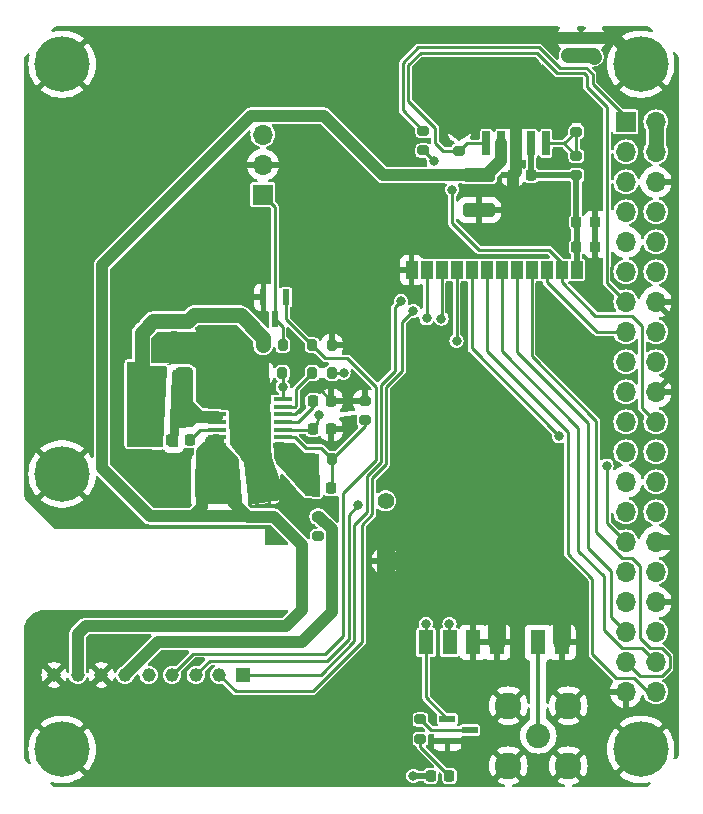
<source format=gtl>
%TF.GenerationSoftware,KiCad,Pcbnew,8.0.8*%
%TF.CreationDate,2025-03-18T16:59:42-07:00*%
%TF.ProjectId,RPi_interface,5250695f-696e-4746-9572-666163652e6b,1.2*%
%TF.SameCoordinates,Original*%
%TF.FileFunction,Copper,L1,Top*%
%TF.FilePolarity,Positive*%
%FSLAX46Y46*%
G04 Gerber Fmt 4.6, Leading zero omitted, Abs format (unit mm)*
G04 Created by KiCad (PCBNEW 8.0.8) date 2025-03-18 16:59:42*
%MOMM*%
%LPD*%
G01*
G04 APERTURE LIST*
G04 Aperture macros list*
%AMRoundRect*
0 Rectangle with rounded corners*
0 $1 Rounding radius*
0 $2 $3 $4 $5 $6 $7 $8 $9 X,Y pos of 4 corners*
0 Add a 4 corners polygon primitive as box body*
4,1,4,$2,$3,$4,$5,$6,$7,$8,$9,$2,$3,0*
0 Add four circle primitives for the rounded corners*
1,1,$1+$1,$2,$3*
1,1,$1+$1,$4,$5*
1,1,$1+$1,$6,$7*
1,1,$1+$1,$8,$9*
0 Add four rect primitives between the rounded corners*
20,1,$1+$1,$2,$3,$4,$5,0*
20,1,$1+$1,$4,$5,$6,$7,0*
20,1,$1+$1,$6,$7,$8,$9,0*
20,1,$1+$1,$8,$9,$2,$3,0*%
G04 Aperture macros list end*
%TA.AperFunction,SMDPad,CuDef*%
%ADD10RoundRect,0.200000X0.275000X-0.200000X0.275000X0.200000X-0.275000X0.200000X-0.275000X-0.200000X0*%
%TD*%
%TA.AperFunction,SMDPad,CuDef*%
%ADD11R,1.320800X0.558800*%
%TD*%
%TA.AperFunction,ComponentPad*%
%ADD12C,4.700000*%
%TD*%
%TA.AperFunction,SMDPad,CuDef*%
%ADD13RoundRect,0.225000X-0.225000X-0.250000X0.225000X-0.250000X0.225000X0.250000X-0.225000X0.250000X0*%
%TD*%
%TA.AperFunction,SMDPad,CuDef*%
%ADD14R,0.650000X2.000000*%
%TD*%
%TA.AperFunction,SMDPad,CuDef*%
%ADD15R,3.200000X2.000000*%
%TD*%
%TA.AperFunction,SMDPad,CuDef*%
%ADD16RoundRect,0.250000X-0.325000X-1.100000X0.325000X-1.100000X0.325000X1.100000X-0.325000X1.100000X0*%
%TD*%
%TA.AperFunction,ComponentPad*%
%ADD17R,1.150000X1.150000*%
%TD*%
%TA.AperFunction,ComponentPad*%
%ADD18C,1.150000*%
%TD*%
%TA.AperFunction,SMDPad,CuDef*%
%ADD19RoundRect,0.333000X0.417000X1.767000X-0.417000X1.767000X-0.417000X-1.767000X0.417000X-1.767000X0*%
%TD*%
%TA.AperFunction,SMDPad,CuDef*%
%ADD20RoundRect,0.200000X-0.275000X0.200000X-0.275000X-0.200000X0.275000X-0.200000X0.275000X0.200000X0*%
%TD*%
%TA.AperFunction,SMDPad,CuDef*%
%ADD21RoundRect,0.218750X0.218750X0.256250X-0.218750X0.256250X-0.218750X-0.256250X0.218750X-0.256250X0*%
%TD*%
%TA.AperFunction,SMDPad,CuDef*%
%ADD22RoundRect,0.200000X-0.200000X-0.275000X0.200000X-0.275000X0.200000X0.275000X-0.200000X0.275000X0*%
%TD*%
%TA.AperFunction,SMDPad,CuDef*%
%ADD23R,0.975000X1.500000*%
%TD*%
%TA.AperFunction,SMDPad,CuDef*%
%ADD24R,1.300000X2.000000*%
%TD*%
%TA.AperFunction,SMDPad,CuDef*%
%ADD25R,5.100000X7.300000*%
%TD*%
%TA.AperFunction,SMDPad,CuDef*%
%ADD26R,1.600200X0.304800*%
%TD*%
%TA.AperFunction,SMDPad,CuDef*%
%ADD27R,2.310000X2.460000*%
%TD*%
%TA.AperFunction,SMDPad,CuDef*%
%ADD28RoundRect,0.225000X0.250000X-0.225000X0.250000X0.225000X-0.250000X0.225000X-0.250000X-0.225000X0*%
%TD*%
%TA.AperFunction,SMDPad,CuDef*%
%ADD29RoundRect,0.250000X0.325000X1.100000X-0.325000X1.100000X-0.325000X-1.100000X0.325000X-1.100000X0*%
%TD*%
%TA.AperFunction,SMDPad,CuDef*%
%ADD30R,0.558800X1.320800*%
%TD*%
%TA.AperFunction,SMDPad,CuDef*%
%ADD31RoundRect,0.250000X1.100000X-0.325000X1.100000X0.325000X-1.100000X0.325000X-1.100000X-0.325000X0*%
%TD*%
%TA.AperFunction,ComponentPad*%
%ADD32O,1.400000X1.400000*%
%TD*%
%TA.AperFunction,ComponentPad*%
%ADD33C,1.400000*%
%TD*%
%TA.AperFunction,SMDPad,CuDef*%
%ADD34RoundRect,0.200000X0.200000X0.275000X-0.200000X0.275000X-0.200000X-0.275000X0.200000X-0.275000X0*%
%TD*%
%TA.AperFunction,ComponentPad*%
%ADD35C,2.050000*%
%TD*%
%TA.AperFunction,ComponentPad*%
%ADD36C,2.250000*%
%TD*%
%TA.AperFunction,ComponentPad*%
%ADD37R,1.700000X1.700000*%
%TD*%
%TA.AperFunction,ComponentPad*%
%ADD38O,1.700000X1.700000*%
%TD*%
%TA.AperFunction,ViaPad*%
%ADD39C,0.800000*%
%TD*%
%TA.AperFunction,Conductor*%
%ADD40C,1.000000*%
%TD*%
%TA.AperFunction,Conductor*%
%ADD41C,0.250000*%
%TD*%
%TA.AperFunction,Conductor*%
%ADD42C,1.500000*%
%TD*%
%TA.AperFunction,Conductor*%
%ADD43C,0.500000*%
%TD*%
%TA.AperFunction,Conductor*%
%ADD44C,1.270000*%
%TD*%
%TA.AperFunction,Conductor*%
%ADD45C,0.349300*%
%TD*%
G04 APERTURE END LIST*
D10*
%TO.P,R6,1*%
%TO.N,V_RF*%
X137050000Y-60900000D03*
%TO.P,R6,2*%
%TO.N,Net-(U3-SENSE{slash}ADJ)*%
X137050000Y-59250000D03*
%TD*%
D11*
%TO.P,Q2,1,G*%
%TO.N,RF_TX_EN*%
X126135200Y-106922500D03*
%TO.P,Q2,2,S*%
%TO.N,GND*%
X126135200Y-108827500D03*
%TO.P,Q2,3,D*%
%TO.N,Net-(Q2-D)*%
X128014800Y-107875000D03*
%TD*%
D12*
%TO.P,H5,1,1*%
%TO.N,GND*%
X93500000Y-86200000D03*
%TD*%
D10*
%TO.P,R7,1*%
%TO.N,Net-(U3-SENSE{slash}ADJ)*%
X137050000Y-57225000D03*
%TO.P,R7,2*%
%TO.N,GND*%
X137050000Y-55575000D03*
%TD*%
D13*
%TO.P,C8,1*%
%TO.N,GND*%
X131675000Y-60900000D03*
%TO.P,C8,2*%
%TO.N,V_RF*%
X133225000Y-60900000D03*
%TD*%
D14*
%TO.P,U3,1,~{SHDN}*%
%TO.N,ENAB_RF*%
X129410000Y-58200000D03*
%TO.P,U3,2,IN*%
%TO.N,VBATT*%
X130680000Y-58200000D03*
%TO.P,U3,3,GND_1*%
%TO.N,GND*%
X131950000Y-58200000D03*
%TO.P,U3,4,OUT*%
%TO.N,V_RF*%
X133220000Y-58200000D03*
%TO.P,U3,5,SENSE/ADJ*%
%TO.N,Net-(U3-SENSE{slash}ADJ)*%
X134490000Y-58200000D03*
D15*
%TO.P,U3,6,GND_2*%
%TO.N,GND*%
X131950000Y-52200000D03*
%TD*%
D10*
%TO.P,R11,1*%
%TO.N,ENAB_RF*%
X127150000Y-58815000D03*
%TO.P,R11,2*%
%TO.N,GND*%
X127150000Y-57165000D03*
%TD*%
D16*
%TO.P,C3,1*%
%TO.N,VBATT*%
X107961341Y-86913659D03*
%TO.P,C3,2*%
%TO.N,GND*%
X110911341Y-86913659D03*
%TD*%
D17*
%TO.P,J2,1,1*%
%TO.N,TX*%
X108825000Y-103200000D03*
D18*
%TO.P,J2,2,2*%
%TO.N,RX*%
X106824999Y-103200000D03*
%TO.P,J2,3,3*%
%TO.N,ENAB_RPI*%
X104825000Y-103200000D03*
%TO.P,J2,4,4*%
%TO.N,RPI_RST*%
X102824999Y-103200000D03*
%TO.P,J2,5,5*%
%TO.N,PyCubed_SENSE*%
X100825001Y-103200000D03*
%TO.P,J2,6,6*%
%TO.N,PYCUBED_3V3*%
X98825000Y-103200000D03*
%TO.P,J2,7,7*%
%TO.N,GND*%
X96825001Y-103200000D03*
%TO.P,J2,8,8*%
%TO.N,VBATT*%
X94825000Y-103200000D03*
%TO.P,J2,9,9*%
%TO.N,GND*%
X92824999Y-103200000D03*
%TD*%
D19*
%TO.P,L1,1,1*%
%TO.N,Net-(U1-SW1)*%
X103836341Y-79213659D03*
%TO.P,L1,2,2*%
%TO.N,5V*%
X100236341Y-79213659D03*
%TD*%
D20*
%TO.P,R12,1*%
%TO.N,+3V3*%
X124100000Y-57150000D03*
%TO.P,R12,2*%
%TO.N,TCXO_EN*%
X124100000Y-58800000D03*
%TD*%
D12*
%TO.P,H2,1,1*%
%TO.N,GND*%
X142500000Y-51500000D03*
%TD*%
D21*
%TO.P,D1,1,K*%
%TO.N,Net-(D1-K)*%
X126300000Y-111750000D03*
%TO.P,D1,2,A*%
%TO.N,5V*%
X124725000Y-111750000D03*
%TD*%
D20*
%TO.P,R4,1*%
%TO.N,GND*%
X119123841Y-79988659D03*
%TO.P,R4,2*%
%TO.N,Net-(U1-VFB)*%
X119123841Y-81638659D03*
%TD*%
D13*
%TO.P,C10,1*%
%TO.N,V_RF*%
X137050000Y-66950000D03*
%TO.P,C10,2*%
%TO.N,GND*%
X138600000Y-66950000D03*
%TD*%
D22*
%TO.P,R8,1*%
%TO.N,5V*%
X110525000Y-75300000D03*
%TO.P,R8,2*%
%TO.N,Net-(J3-Pin_1)*%
X112175000Y-75300000D03*
%TD*%
D23*
%TO.P,U2,1,VCC*%
%TO.N,V_RF*%
X137060000Y-68910000D03*
%TO.P,U2,2,TCXOEN*%
%TO.N,TCXO_EN*%
X135790000Y-68910000D03*
%TO.P,U2,3,NRESET*%
%TO.N,RF_RST*%
X134520000Y-68910000D03*
%TO.P,U2,4,BUSY*%
%TO.N,RF_BUSY*%
X133250000Y-68910000D03*
%TO.P,U2,5,DIO1*%
%TO.N,RF_IO1*%
X131980000Y-68910000D03*
%TO.P,U2,6,DIO2*%
%TO.N,RF_IO2*%
X130710000Y-68910000D03*
%TO.P,U2,7,DIO3*%
%TO.N,RF_IO3*%
X129440000Y-68910000D03*
%TO.P,U2,8,NSS*%
%TO.N,RF_CS*%
X128170000Y-68910000D03*
%TO.P,U2,9,SCK*%
%TO.N,SCLK*%
X126900000Y-68910000D03*
%TO.P,U2,10,MOSI*%
%TO.N,MOSI*%
X125630000Y-68910000D03*
%TO.P,U2,11,MISO*%
%TO.N,MISO*%
X124360000Y-68910000D03*
%TO.P,U2,12,GND*%
%TO.N,GND*%
X123090000Y-68910000D03*
D24*
%TO.P,U2,13,TXEN*%
%TO.N,RF_TX_EN*%
X124310000Y-100450000D03*
%TO.P,U2,14,RXEN*%
%TO.N,RF_RX_EN*%
X126310000Y-100450000D03*
%TO.P,U2,15,GND*%
%TO.N,GND*%
X128310000Y-100450000D03*
%TO.P,U2,16,GND*%
X130310000Y-100450000D03*
%TO.P,U2,17,ANT*%
%TO.N,Net-(J4-In)*%
X133830000Y-100450000D03*
%TO.P,U2,18,GND*%
%TO.N,GND*%
X135830000Y-100450000D03*
D25*
%TO.P,U2,19,GND*%
X130560000Y-94550000D03*
%TD*%
D26*
%TO.P,U1,1,VO*%
%TO.N,5V*%
X112179541Y-83736363D03*
%TO.P,U1,2,VFB*%
%TO.N,Net-(U1-VFB)*%
X112179541Y-83086350D03*
%TO.P,U1,3,VREG5*%
%TO.N,Net-(U1-VREG5)*%
X112179541Y-82436341D03*
%TO.P,U1,4,SS*%
%TO.N,Net-(U1-SS)*%
X112179541Y-81786329D03*
%TO.P,U1,5,GND*%
%TO.N,GND*%
X112179541Y-81136317D03*
%TO.P,U1,6,PG*%
%TO.N,Net-(U1-PG)*%
X112179541Y-80486308D03*
%TO.P,U1,7,EN*%
%TO.N,ENAB_RPI*%
X112179541Y-79836295D03*
%TO.P,U1,8,PGND1*%
%TO.N,GND*%
X106642341Y-79836295D03*
%TO.P,U1,9,PGND2*%
X106642341Y-80486308D03*
%TO.P,U1,10,SW1*%
%TO.N,Net-(U1-SW1)*%
X106642341Y-81136317D03*
%TO.P,U1,11,SW2*%
X106642341Y-81786329D03*
%TO.P,U1,12,VBST*%
%TO.N,Net-(U1-VBST)*%
X106642341Y-82436341D03*
%TO.P,U1,13,VIN1*%
%TO.N,VBATT*%
X106642341Y-83086350D03*
%TO.P,U1,14,VIN2*%
X106642341Y-83736363D03*
D27*
%TO.P,U1,15,EPAD*%
%TO.N,GND*%
X109410941Y-81786329D03*
%TD*%
D28*
%TO.P,C2,1*%
%TO.N,GND*%
X104161341Y-74788659D03*
%TO.P,C2,2*%
%TO.N,5V*%
X104161341Y-73238659D03*
%TD*%
D29*
%TO.P,C4,1*%
%TO.N,VBATT*%
X105361341Y-86913659D03*
%TO.P,C4,2*%
%TO.N,GND*%
X102411341Y-86913659D03*
%TD*%
D13*
%TO.P,C5,1*%
%TO.N,Net-(U1-SW1)*%
X102761341Y-83313659D03*
%TO.P,C5,2*%
%TO.N,Net-(U1-VBST)*%
X104311341Y-83313659D03*
%TD*%
D20*
%TO.P,R1,1*%
%TO.N,PYCUBED_3V3*%
X115150000Y-89800000D03*
%TO.P,R1,2*%
%TO.N,PyCubed_SENSE*%
X115150000Y-91450000D03*
%TD*%
D13*
%TO.P,C7,1*%
%TO.N,Net-(U1-VREG5)*%
X114748841Y-82413659D03*
%TO.P,C7,2*%
%TO.N,GND*%
X116298841Y-82413659D03*
%TD*%
%TO.P,C6,1*%
%TO.N,Net-(U1-SS)*%
X114748841Y-79988659D03*
%TO.P,C6,2*%
%TO.N,GND*%
X116298841Y-79988659D03*
%TD*%
D30*
%TO.P,Q1,1,G*%
%TO.N,RPI_RST*%
X112462500Y-71220400D03*
%TO.P,Q1,2,S*%
%TO.N,GND*%
X110557500Y-71220400D03*
%TO.P,Q1,3,D*%
%TO.N,Net-(J3-Pin_1)*%
X111510000Y-73100000D03*
%TD*%
D31*
%TO.P,C14,1*%
%TO.N,GND*%
X128800000Y-63835000D03*
%TO.P,C14,2*%
%TO.N,VBATT*%
X128800000Y-60885000D03*
%TD*%
D12*
%TO.P,H4,1,1*%
%TO.N,GND*%
X142500000Y-109500000D03*
%TD*%
%TO.P,H1,1,1*%
%TO.N,GND*%
X93500000Y-51500000D03*
%TD*%
D28*
%TO.P,C12,1*%
%TO.N,5V*%
X136375000Y-50800000D03*
%TO.P,C12,2*%
%TO.N,GND*%
X136375000Y-49250000D03*
%TD*%
D22*
%TO.P,R9,1*%
%TO.N,RPI_RST*%
X114698841Y-75300000D03*
%TO.P,R9,2*%
%TO.N,GND*%
X116348841Y-75300000D03*
%TD*%
D10*
%TO.P,R10,1*%
%TO.N,Net-(D1-K)*%
X123850000Y-108625000D03*
%TO.P,R10,2*%
%TO.N,Net-(Q2-D)*%
X123850000Y-106975000D03*
%TD*%
D13*
%TO.P,C11,1*%
%TO.N,5V*%
X114748841Y-87413659D03*
%TO.P,C11,2*%
%TO.N,Net-(U1-VFB)*%
X116298841Y-87413659D03*
%TD*%
D28*
%TO.P,C1,1*%
%TO.N,GND*%
X101821341Y-74788659D03*
%TO.P,C1,2*%
%TO.N,5V*%
X101821341Y-73238659D03*
%TD*%
D13*
%TO.P,C9,1*%
%TO.N,V_RF*%
X137050000Y-64850000D03*
%TO.P,C9,2*%
%TO.N,GND*%
X138600000Y-64850000D03*
%TD*%
D32*
%TO.P,TH1,2*%
%TO.N,GND*%
X120900000Y-93540000D03*
D33*
%TO.P,TH1,1*%
%TO.N,PyCubed_SENSE*%
X120900000Y-88460000D03*
%TD*%
D12*
%TO.P,H3,1,1*%
%TO.N,GND*%
X93500000Y-109500000D03*
%TD*%
D34*
%TO.P,R3,1*%
%TO.N,Net-(U1-VFB)*%
X116348841Y-84913659D03*
%TO.P,R3,2*%
%TO.N,5V*%
X114698841Y-84913659D03*
%TD*%
D28*
%TO.P,C13,1*%
%TO.N,5V*%
X138520000Y-50845000D03*
%TO.P,C13,2*%
%TO.N,GND*%
X138520000Y-49295000D03*
%TD*%
D22*
%TO.P,R2,1*%
%TO.N,GND*%
X110511341Y-77613659D03*
%TO.P,R2,2*%
%TO.N,ENAB_RPI*%
X112161341Y-77613659D03*
%TD*%
D35*
%TO.P,J4,1,In*%
%TO.N,Net-(J4-In)*%
X133830000Y-108335000D03*
D36*
%TO.P,J4,2,Ext*%
%TO.N,GND*%
X131290000Y-105795000D03*
X131290000Y-110875000D03*
X136370000Y-105795000D03*
X136370000Y-110875000D03*
%TD*%
D22*
%TO.P,R5,1*%
%TO.N,Net-(U1-PG)*%
X114698841Y-77613659D03*
%TO.P,R5,2*%
%TO.N,Net-(U1-VREG5)*%
X116348841Y-77613659D03*
%TD*%
D37*
%TO.P,J3,1,Pin_1*%
%TO.N,Net-(J3-Pin_1)*%
X110500000Y-62540000D03*
D38*
%TO.P,J3,2,Pin_2*%
%TO.N,GND*%
X110500000Y-60000000D03*
%TO.P,J3,3,Pin_3*%
%TO.N,unconnected-(J3-Pin_3-Pad3)*%
X110500000Y-57460000D03*
%TD*%
D37*
%TO.P,J1,1,Pin_1*%
%TO.N,+3V3*%
X141230000Y-56370000D03*
D38*
%TO.P,J1,2,Pin_2*%
%TO.N,5V*%
X143770000Y-56370000D03*
%TO.P,J1,3,Pin_3*%
%TO.N,unconnected-(J1-Pin_3-Pad3)*%
X141230000Y-58910000D03*
%TO.P,J1,4,Pin_4*%
%TO.N,5V*%
X143770000Y-58910000D03*
%TO.P,J1,5,Pin_5*%
%TO.N,unconnected-(J1-Pin_5-Pad5)*%
X141230000Y-61450000D03*
%TO.P,J1,6,Pin_6*%
%TO.N,GND*%
X143770000Y-61450000D03*
%TO.P,J1,7,Pin_7*%
%TO.N,unconnected-(J1-Pin_7-Pad7)*%
X141230000Y-63990000D03*
%TO.P,J1,8,Pin_8*%
%TO.N,TX*%
X143770000Y-63990000D03*
%TO.P,J1,9,Pin_9*%
%TO.N,GND*%
X141230000Y-66530000D03*
%TO.P,J1,10,Pin_10*%
%TO.N,RX*%
X143770000Y-66530000D03*
%TO.P,J1,11,Pin_11*%
%TO.N,unconnected-(J1-Pin_11-Pad11)*%
X141230000Y-69070000D03*
%TO.P,J1,12,Pin_12*%
%TO.N,unconnected-(J1-Pin_12-Pad12)*%
X143770000Y-69070000D03*
%TO.P,J1,13,Pin_13*%
%TO.N,ENAB_RF*%
X141230000Y-71610000D03*
%TO.P,J1,14,Pin_14*%
%TO.N,GND*%
X143770000Y-71610000D03*
%TO.P,J1,15,Pin_15*%
%TO.N,RF_RST*%
X141230000Y-74150000D03*
%TO.P,J1,16,Pin_16*%
%TO.N,RF_TX_EN*%
X143770000Y-74150000D03*
%TO.P,J1,17,Pin_17*%
%TO.N,unconnected-(J1-Pin_17-Pad17)*%
X141230000Y-76690000D03*
%TO.P,J1,18,Pin_18*%
%TO.N,RF_RX_EN*%
X143770000Y-76690000D03*
%TO.P,J1,19,Pin_19*%
%TO.N,MOSI*%
X141230000Y-79230000D03*
%TO.P,J1,20,Pin_20*%
%TO.N,GND*%
X143770000Y-79230000D03*
%TO.P,J1,21,Pin_21*%
%TO.N,MISO*%
X141230000Y-81770000D03*
%TO.P,J1,22,Pin_22*%
%TO.N,TCXO_EN*%
X143770000Y-81770000D03*
%TO.P,J1,23,Pin_23*%
%TO.N,SCLK*%
X141230000Y-84310000D03*
%TO.P,J1,24,Pin_24*%
%TO.N,unconnected-(J1-Pin_24-Pad24)*%
X143770000Y-84310000D03*
%TO.P,J1,25,Pin_25*%
%TO.N,GND*%
X141230000Y-86850000D03*
%TO.P,J1,26,Pin_26*%
%TO.N,unconnected-(J1-Pin_26-Pad26)*%
X143770000Y-86850000D03*
%TO.P,J1,27,Pin_27*%
%TO.N,unconnected-(J1-Pin_27-Pad27)*%
X141230000Y-89390000D03*
%TO.P,J1,28,Pin_28*%
%TO.N,unconnected-(J1-Pin_28-Pad28)*%
X143770000Y-89390000D03*
%TO.P,J1,29,Pin_29*%
%TO.N,RF_CS*%
X141230000Y-91930000D03*
%TO.P,J1,30,Pin_30*%
%TO.N,GND*%
X143770000Y-91930000D03*
%TO.P,J1,31,Pin_31*%
%TO.N,unconnected-(J1-Pin_31-Pad31)*%
X141230000Y-94470000D03*
%TO.P,J1,32,Pin_32*%
%TO.N,unconnected-(J1-Pin_32-Pad32)*%
X143770000Y-94470000D03*
%TO.P,J1,33,Pin_33*%
%TO.N,unconnected-(J1-Pin_33-Pad33)*%
X141230000Y-97010000D03*
%TO.P,J1,34,Pin_34*%
%TO.N,GND*%
X143770000Y-97010000D03*
%TO.P,J1,35,Pin_35*%
%TO.N,RF_IO1*%
X141230000Y-99550000D03*
%TO.P,J1,36,Pin_36*%
%TO.N,unconnected-(J1-Pin_36-Pad36)*%
X143770000Y-99550000D03*
%TO.P,J1,37,Pin_37*%
%TO.N,RF_BUSY*%
X141230000Y-102090000D03*
%TO.P,J1,38,Pin_38*%
%TO.N,RF_IO2*%
X143770000Y-102090000D03*
%TO.P,J1,39,Pin_39*%
%TO.N,GND*%
X141230000Y-104630000D03*
%TO.P,J1,40,Pin_40*%
%TO.N,RF_IO3*%
X143770000Y-104630000D03*
%TD*%
D39*
%TO.N,GND*%
X109010000Y-83625000D03*
X131175000Y-64800000D03*
X97400000Y-101000000D03*
X130135000Y-88410000D03*
X129185000Y-88410000D03*
X117375000Y-59150000D03*
X129185000Y-89285000D03*
X106686341Y-77163659D03*
X97400000Y-101800000D03*
X98000000Y-111000000D03*
X98000000Y-112000000D03*
X107561341Y-74288659D03*
X132050000Y-64800000D03*
X131085000Y-89285000D03*
X93600000Y-99400000D03*
X97000000Y-108000000D03*
X92600000Y-100600000D03*
X109885000Y-83625000D03*
X131175000Y-63850000D03*
X130350000Y-54125000D03*
X107561341Y-75238659D03*
X105811341Y-74288659D03*
X138900000Y-68250000D03*
X126300000Y-55325000D03*
X125425000Y-54375000D03*
X117636341Y-82013659D03*
X97000000Y-110000000D03*
X110325000Y-79000000D03*
X124550000Y-54375000D03*
X124550000Y-52450000D03*
X106686341Y-74288659D03*
X97400000Y-100200000D03*
X97000000Y-112000000D03*
X132925000Y-63850000D03*
X96400000Y-101000000D03*
X132050000Y-63850000D03*
X131300000Y-54125000D03*
X132250000Y-55000000D03*
X130135000Y-89285000D03*
X117375000Y-60100000D03*
X131085000Y-88410000D03*
X126300000Y-52450000D03*
X99000000Y-110000000D03*
X99000000Y-111000000D03*
X109450000Y-79950000D03*
X129185000Y-90160000D03*
X98000000Y-108000000D03*
X133225000Y-55875000D03*
X119725000Y-67600000D03*
X120600000Y-67600000D03*
X125425000Y-52450000D03*
X110325000Y-79950000D03*
X108575000Y-79950000D03*
X132250000Y-55875000D03*
X99000000Y-108000000D03*
X96400000Y-101800000D03*
X98000000Y-109000000D03*
X99000000Y-109000000D03*
X105811341Y-77163659D03*
X107561341Y-77163659D03*
X91600000Y-100600000D03*
X99650000Y-85675000D03*
X97000000Y-111000000D03*
X130350000Y-55875000D03*
X131085000Y-90160000D03*
X98775000Y-84725000D03*
X120600000Y-66650000D03*
X99650000Y-84725000D03*
X130350000Y-55000000D03*
X126300000Y-54375000D03*
X107561341Y-76188659D03*
X116500000Y-60100000D03*
X110760000Y-83625000D03*
X109010000Y-84600000D03*
X91600000Y-99400000D03*
X121475000Y-66650000D03*
X110760000Y-84600000D03*
X93600000Y-100600000D03*
X130135000Y-90160000D03*
X131300000Y-55875000D03*
X105811341Y-75238659D03*
X92600000Y-99400000D03*
X119725000Y-66650000D03*
X124550000Y-55325000D03*
X109450000Y-79000000D03*
X109885000Y-84600000D03*
X126300000Y-53425000D03*
X106686341Y-75238659D03*
X133225000Y-54125000D03*
X108575000Y-79000000D03*
X97000000Y-107000000D03*
X97000000Y-109000000D03*
X132925000Y-64800000D03*
X125425000Y-55325000D03*
X105811341Y-76188659D03*
X124550000Y-53425000D03*
X98000000Y-107000000D03*
X125425000Y-53425000D03*
X131300000Y-55000000D03*
X106686341Y-76188659D03*
X115625000Y-60100000D03*
X132060000Y-90160000D03*
X98000000Y-110000000D03*
X98775000Y-85675000D03*
X132060000Y-88410000D03*
X96400000Y-100200000D03*
X132060000Y-89285000D03*
X121475000Y-67600000D03*
X116500000Y-59150000D03*
X115625000Y-59150000D03*
X99000000Y-107000000D03*
X99000000Y-112000000D03*
X132250000Y-54125000D03*
X133225000Y-55000000D03*
X117636341Y-80013659D03*
%TO.N,5V*%
X100961341Y-81788659D03*
X113236341Y-84813659D03*
X100427500Y-74052500D03*
X106000000Y-72750000D03*
X100236341Y-75125000D03*
X114136341Y-85713659D03*
X107250000Y-72750000D03*
X101511341Y-82688659D03*
X112286341Y-84813659D03*
X137625000Y-50750000D03*
X100011341Y-81788659D03*
X123250000Y-111750000D03*
X100561341Y-82688659D03*
X113186341Y-85713659D03*
%TO.N,Net-(U1-VREG5)*%
X115236341Y-81213659D03*
X117336341Y-77613659D03*
%TO.N,TX*%
X122200000Y-71550000D03*
%TO.N,RX*%
X123250000Y-72374156D03*
%TO.N,RF_TX_EN*%
X124300000Y-98875000D03*
%TO.N,RF_RX_EN*%
X126300000Y-98875000D03*
%TO.N,MOSI*%
X125625000Y-73025000D03*
%TO.N,MISO*%
X124360000Y-73010000D03*
%TO.N,TCXO_EN*%
X126540000Y-62110000D03*
X124975000Y-59725000D03*
%TO.N,SCLK*%
X126900000Y-74900000D03*
%TO.N,RF_CS*%
X139600000Y-85475000D03*
X135600500Y-83000000D03*
%TO.N,PyCubed_SENSE*%
X115150000Y-91450000D03*
%TO.N,ENAB_RPI*%
X112179541Y-78790000D03*
X118600000Y-88800000D03*
%TD*%
D40*
%TO.N,VBATT*%
X100980000Y-89770000D02*
X104550000Y-89770000D01*
X105361341Y-88958659D02*
X104550000Y-89770000D01*
X104550000Y-89770000D02*
X109187047Y-89770000D01*
X105361341Y-86913659D02*
X105361341Y-88958659D01*
X109227047Y-89810000D02*
X111441371Y-89810000D01*
X111441371Y-89810000D02*
X113800000Y-92168629D01*
X94825000Y-99729365D02*
X94825000Y-102800000D01*
X113800000Y-97731371D02*
X112481371Y-99050000D01*
X95504365Y-99050000D02*
X94825000Y-99729365D01*
X112481371Y-99050000D02*
X95504365Y-99050000D01*
X113800000Y-92168629D02*
X113800000Y-97731371D01*
%TO.N,PYCUBED_3V3*%
X98800000Y-103200000D02*
X101600000Y-100400000D01*
X113800000Y-100400000D02*
X116325000Y-97875000D01*
X116325000Y-90871666D02*
X115253334Y-89800000D01*
X101600000Y-100400000D02*
X113800000Y-100400000D01*
X116325000Y-97875000D02*
X116325000Y-90871666D01*
X115253334Y-89800000D02*
X115150000Y-89800000D01*
D41*
%TO.N,TX*%
X108800000Y-103200000D02*
X115400000Y-103200000D01*
X115400000Y-103200000D02*
X118250000Y-100350000D01*
X121675000Y-77461826D02*
X121675000Y-72075000D01*
X119325000Y-89425000D02*
X119325000Y-86353658D01*
X118250000Y-100350000D02*
X118250000Y-90500000D01*
X118250000Y-90500000D02*
X119325000Y-89425000D01*
X120511341Y-78625485D02*
X121675000Y-77461826D01*
X119325000Y-86353658D02*
X120511341Y-85167317D01*
X121675000Y-72075000D02*
X122200000Y-71550000D01*
X120511341Y-85167317D02*
X120511341Y-78625485D01*
%TO.N,RX*%
X106800000Y-103200000D02*
X108200000Y-104600000D01*
X108200000Y-104600000D02*
X114707106Y-104600000D01*
X120961341Y-85353713D02*
X120961341Y-78811881D01*
X118900000Y-90486396D02*
X119775000Y-89611396D01*
X114707106Y-104600000D02*
X118900000Y-100407106D01*
X118900000Y-100407106D02*
X118900000Y-90486396D01*
X119775000Y-89611396D02*
X119775000Y-86540054D01*
X119775000Y-86540054D02*
X120961341Y-85353713D01*
X120961341Y-78811881D02*
X122300000Y-77473222D01*
X122300000Y-77473222D02*
X122300000Y-73324156D01*
X122300000Y-73324156D02*
X123250000Y-72374156D01*
%TO.N,ENAB_RPI*%
X104800000Y-103200000D02*
X106000000Y-102000000D01*
X117775000Y-100117894D02*
X117775000Y-89625000D01*
X117775000Y-89625000D02*
X118600000Y-88800000D01*
X106000000Y-102000000D02*
X115892894Y-102000000D01*
X115892894Y-102000000D02*
X117775000Y-100117894D01*
%TO.N,RPI_RST*%
X120061341Y-78811881D02*
X120061341Y-84980921D01*
X115798841Y-76400000D02*
X117649460Y-76400000D01*
X114698841Y-75300000D02*
X115798841Y-76400000D01*
X104600000Y-101392894D02*
X104600000Y-101400000D01*
X120061341Y-84980921D02*
X117250000Y-87792262D01*
X117649460Y-76400000D02*
X120061341Y-78811881D01*
X117250000Y-87792262D02*
X117250000Y-99935788D01*
X115792894Y-101392894D02*
X104600000Y-101392894D01*
X117250000Y-99935788D02*
X115792894Y-101392894D01*
X104600000Y-101400000D02*
X102800000Y-103200000D01*
%TO.N,GND*%
X115486341Y-79188659D02*
X115111341Y-78813659D01*
D42*
X120900000Y-94725000D02*
X120900000Y-93540000D01*
D40*
X131950000Y-58200000D02*
X131950000Y-56175000D01*
X131675000Y-60900000D02*
X131675000Y-63475000D01*
D43*
X145100000Y-72940000D02*
X143770000Y-71610000D01*
D42*
X122490000Y-93540000D02*
X120900000Y-93540000D01*
X132430000Y-94550000D02*
X130560000Y-94550000D01*
D43*
X138600000Y-66950000D02*
X138600000Y-64850000D01*
D40*
X138520000Y-49295000D02*
X140295000Y-49295000D01*
D41*
X113936341Y-79548342D02*
X113936341Y-80429617D01*
D43*
X143770000Y-79230000D02*
X145100000Y-77900000D01*
D40*
X131950000Y-60625000D02*
X131950000Y-58200000D01*
D42*
X130310000Y-100450000D02*
X130310000Y-96265000D01*
D40*
X131950000Y-56175000D02*
X132250000Y-55875000D01*
X131675000Y-63475000D02*
X132050000Y-63850000D01*
D41*
X117611341Y-79988659D02*
X117636341Y-80013659D01*
D43*
X145100000Y-77900000D02*
X145100000Y-72940000D01*
D41*
X116298841Y-79988659D02*
X115498841Y-79188659D01*
D40*
X131675000Y-60900000D02*
X131950000Y-60625000D01*
X140295000Y-49295000D02*
X142500000Y-51500000D01*
D42*
X120900000Y-93540000D02*
X120900000Y-92550000D01*
X135830000Y-97950000D02*
X132430000Y-94550000D01*
D43*
X138600000Y-66950000D02*
X138600000Y-67950000D01*
X138600000Y-67950000D02*
X138900000Y-68250000D01*
D40*
X138500000Y-49275000D02*
X138520000Y-49295000D01*
D41*
X115498841Y-79188659D02*
X115486341Y-79188659D01*
X113936341Y-80429617D02*
X113229641Y-81136317D01*
X117636341Y-80013659D02*
X117661341Y-79988659D01*
D40*
X135000000Y-49275000D02*
X138500000Y-49275000D01*
D41*
X117661341Y-79988659D02*
X119123841Y-79988659D01*
X113229641Y-81136317D02*
X112179541Y-81136317D01*
X115111341Y-78813659D02*
X114671024Y-78813659D01*
X114671024Y-78813659D02*
X113936341Y-79548342D01*
X116298841Y-79988659D02*
X117611341Y-79988659D01*
D42*
X135830000Y-100450000D02*
X135830000Y-97950000D01*
D44*
%TO.N,5V*%
X101821341Y-73238659D02*
X104161341Y-73238659D01*
X110525000Y-74650000D02*
X110525000Y-75300000D01*
X100236341Y-74243659D02*
X100427500Y-74052500D01*
X100236341Y-79213659D02*
X100236341Y-75125000D01*
X104650000Y-72750000D02*
X106000000Y-72750000D01*
X107250000Y-72750000D02*
X108625000Y-72750000D01*
X143770000Y-58910000D02*
X143770000Y-56370000D01*
X104161341Y-73238659D02*
X104650000Y-72750000D01*
X100427500Y-74052500D02*
X101241341Y-73238659D01*
X100236341Y-75125000D02*
X100236341Y-74243659D01*
X106000000Y-72750000D02*
X107250000Y-72750000D01*
X101241341Y-73238659D02*
X101821341Y-73238659D01*
X108625000Y-72750000D02*
X110525000Y-74650000D01*
D43*
X124725000Y-111750000D02*
X123250000Y-111750000D01*
D44*
X138425000Y-50750000D02*
X138520000Y-50845000D01*
X136375000Y-50750000D02*
X138425000Y-50750000D01*
D40*
%TO.N,VBATT*%
X107961341Y-86913659D02*
X107961341Y-85055363D01*
X129400000Y-60875000D02*
X130620000Y-59655000D01*
X109187047Y-89770000D02*
X109227047Y-89810000D01*
X105361341Y-86913659D02*
X105361341Y-84367350D01*
X130680000Y-59655000D02*
X129460000Y-60875000D01*
X109227047Y-89810000D02*
X107961341Y-88544294D01*
X107961341Y-85055363D02*
X106642341Y-83736363D01*
X107961341Y-88544294D02*
X107961341Y-86913659D01*
X130620000Y-59655000D02*
X130680000Y-59655000D01*
X96880000Y-75712024D02*
X96880000Y-85670000D01*
X129460000Y-60875000D02*
X120655635Y-60875000D01*
X109540000Y-55860000D02*
X96870000Y-68530000D01*
X96870000Y-75702024D02*
X96880000Y-75712024D01*
X107961341Y-86913659D02*
X105361341Y-86913659D01*
X120655635Y-60875000D02*
X115640635Y-55860000D01*
X130680000Y-58200000D02*
X130680000Y-59655000D01*
X107961341Y-88544294D02*
X107955706Y-88544294D01*
X96870000Y-68530000D02*
X96870000Y-75702024D01*
X96880000Y-85670000D02*
X100980000Y-89770000D01*
X106439950Y-83288741D02*
X106642341Y-83288741D01*
X105361341Y-84367350D02*
X106439950Y-83288741D01*
X115640635Y-55860000D02*
X109540000Y-55860000D01*
%TO.N,Net-(U1-SW1)*%
X105142241Y-81338708D02*
X106642341Y-81338708D01*
X103836341Y-80032808D02*
X105142241Y-81338708D01*
X103836341Y-79213659D02*
X103836341Y-80032808D01*
D41*
%TO.N,Net-(U1-VBST)*%
X106642341Y-82436341D02*
X105188659Y-82436341D01*
X105188659Y-82436341D02*
X104311341Y-83313659D01*
%TO.N,Net-(U1-SS)*%
X113442141Y-81786329D02*
X112179541Y-81786329D01*
X114748841Y-79988659D02*
X114748841Y-80479629D01*
X114748841Y-80479629D02*
X113442141Y-81786329D01*
%TO.N,Net-(U1-VREG5)*%
X114726159Y-82436341D02*
X114748841Y-82413659D01*
X112392041Y-82436341D02*
X114726159Y-82436341D01*
X115036341Y-82126159D02*
X115236341Y-81213659D01*
X116348841Y-77613659D02*
X117336341Y-77613659D01*
X114748841Y-82413659D02*
X115036341Y-82126159D01*
D43*
%TO.N,V_RF*%
X137060000Y-68910000D02*
X137075000Y-68895000D01*
X133220000Y-60895000D02*
X133225000Y-60900000D01*
X137075000Y-64875000D02*
X137050000Y-64850000D01*
X137075000Y-68895000D02*
X137075000Y-64875000D01*
X133220000Y-58200000D02*
X133220000Y-60895000D01*
X137050000Y-64850000D02*
X137050000Y-60900000D01*
X133225000Y-60900000D02*
X137050000Y-60900000D01*
D41*
%TO.N,+3V3*%
X141230000Y-56370000D02*
X141230000Y-56005000D01*
X138415000Y-53190000D02*
X138415000Y-52340000D01*
X141230000Y-56005000D02*
X138415000Y-53190000D01*
X137880000Y-51805000D02*
X135623288Y-51805000D01*
X133893288Y-50075000D02*
X123675000Y-50075000D01*
X122350000Y-51400000D02*
X122350000Y-55400000D01*
X122350000Y-55400000D02*
X124100000Y-57150000D01*
X123675000Y-50075000D02*
X122350000Y-51400000D01*
X135623288Y-51805000D02*
X133893288Y-50075000D01*
X138415000Y-52340000D02*
X137880000Y-51805000D01*
%TO.N,ENAB_RF*%
X123855698Y-50530698D02*
X122800000Y-51586396D01*
X125075000Y-58125000D02*
X125765000Y-58815000D01*
X139625000Y-55100000D02*
X137965000Y-53440000D01*
X139600000Y-69980000D02*
X139600000Y-68575305D01*
X125765000Y-58815000D02*
X127150000Y-58815000D01*
X128350000Y-58200000D02*
X129410000Y-58200000D01*
X141230000Y-71610000D02*
X139600000Y-69980000D01*
X122800000Y-51586396D02*
X122800000Y-54600305D01*
X137693604Y-52255000D02*
X135436892Y-52255000D01*
X133712590Y-50530698D02*
X123855698Y-50530698D01*
X135436892Y-52255000D02*
X133712590Y-50530698D01*
X122800000Y-54600305D02*
X125075000Y-56875305D01*
X128310000Y-58200000D02*
X128330000Y-58180000D01*
X139600000Y-68575305D02*
X139625000Y-68550305D01*
X127150000Y-58815000D02*
X127765000Y-58200000D01*
X125075000Y-56875305D02*
X125075000Y-58125000D01*
X137965000Y-52526396D02*
X137693604Y-52255000D01*
X137965000Y-53440000D02*
X137965000Y-52526396D01*
X139625000Y-68550305D02*
X139625000Y-55100000D01*
X128330000Y-58180000D02*
X128350000Y-58200000D01*
X127765000Y-58200000D02*
X128310000Y-58200000D01*
%TO.N,RF_RST*%
X134520000Y-68910000D02*
X134520000Y-69910000D01*
X138760000Y-74150000D02*
X141230000Y-74150000D01*
X134520000Y-69910000D02*
X138760000Y-74150000D01*
%TO.N,RF_TX_EN*%
X124310000Y-100450000D02*
X124300000Y-98875000D01*
X124310000Y-105097300D02*
X124310000Y-100450000D01*
X126135200Y-106922500D02*
X124310000Y-105097300D01*
%TO.N,RF_RX_EN*%
X126310000Y-100450000D02*
X126300000Y-98875000D01*
%TO.N,MOSI*%
X125630000Y-73020000D02*
X125625000Y-73025000D01*
X125630000Y-68910000D02*
X125630000Y-73020000D01*
%TO.N,MISO*%
X124360000Y-73010000D02*
X124360000Y-68910000D01*
%TO.N,TCXO_EN*%
X124975000Y-59675000D02*
X124975000Y-59725000D01*
X135790000Y-69910000D02*
X138665000Y-72785000D01*
X141716701Y-72785000D02*
X142595000Y-73663299D01*
X142595000Y-73663299D02*
X142595000Y-80595000D01*
X124100000Y-58800000D02*
X124975000Y-59675000D01*
X142595000Y-80595000D02*
X143770000Y-81770000D01*
X128770000Y-67200000D02*
X134697500Y-67200000D01*
X124975000Y-59725000D02*
X125025000Y-59725000D01*
X135790000Y-68910000D02*
X135790000Y-69910000D01*
X126540000Y-62110000D02*
X126540000Y-64970000D01*
X138665000Y-72785000D02*
X141716701Y-72785000D01*
X135790000Y-68292500D02*
X135790000Y-68910000D01*
X125025000Y-59725000D02*
X124950000Y-59650000D01*
X134697500Y-67200000D02*
X135790000Y-68292500D01*
X126540000Y-64970000D02*
X128770000Y-67200000D01*
%TO.N,SCLK*%
X126900000Y-68910000D02*
X126900000Y-74900000D01*
%TO.N,RF_CS*%
X139625000Y-90325000D02*
X139600000Y-85475000D01*
X135600500Y-83000000D02*
X135600500Y-82975500D01*
X135600500Y-82975500D02*
X128170000Y-75545000D01*
X141230000Y-91930000D02*
X139625000Y-90325000D01*
X128170000Y-75545000D02*
X128170000Y-68910000D01*
%TO.N,RF_IO1*%
X138000000Y-81875000D02*
X138000000Y-92448097D01*
X138000000Y-92448097D02*
X139950000Y-94398097D01*
X131980000Y-75855000D02*
X138000000Y-81875000D01*
X139950000Y-94398097D02*
X139950000Y-98270000D01*
X139950000Y-98270000D02*
X141230000Y-99550000D01*
X131980000Y-68910000D02*
X131980000Y-75855000D01*
%TO.N,RF_BUSY*%
X140933299Y-93295000D02*
X141716701Y-93295000D01*
X141716701Y-93295000D02*
X142405000Y-93983299D01*
X144256701Y-103265000D02*
X142405000Y-103265000D01*
X138725000Y-81675000D02*
X138725000Y-91086701D01*
X144945000Y-101603299D02*
X144945000Y-102576701D01*
X133250000Y-76200000D02*
X138725000Y-81675000D01*
X133250000Y-68910000D02*
X133250000Y-76200000D01*
X143283299Y-100915000D02*
X144256701Y-100915000D01*
X142405000Y-103265000D02*
X141230000Y-102090000D01*
X138725000Y-91086701D02*
X140933299Y-93295000D01*
X142405000Y-93983299D02*
X142405000Y-100036701D01*
X144945000Y-102576701D02*
X144256701Y-103265000D01*
X144256701Y-100915000D02*
X144945000Y-101603299D01*
X142405000Y-100036701D02*
X143283299Y-100915000D01*
%TO.N,RF_IO2*%
X139375000Y-94861396D02*
X137225000Y-92711396D01*
X139375000Y-99390000D02*
X139375000Y-94861396D01*
X143770000Y-102090000D02*
X142595000Y-100915000D01*
X142595000Y-100915000D02*
X140900000Y-100915000D01*
X137225000Y-82275000D02*
X130710000Y-75760000D01*
X130710000Y-75760000D02*
X130710000Y-68910000D01*
X137225000Y-92711396D02*
X137225000Y-82275000D01*
X140900000Y-100915000D02*
X139375000Y-99390000D01*
%TO.N,RF_IO3*%
X141928604Y-103425000D02*
X143133604Y-104630000D01*
X136325000Y-82625000D02*
X136325000Y-92975000D01*
X138400000Y-101425000D02*
X140400000Y-103425000D01*
X129440000Y-75740000D02*
X136325000Y-82625000D01*
X129440000Y-68910000D02*
X129440000Y-75740000D01*
X136325000Y-92975000D02*
X138400000Y-95050000D01*
X143133604Y-104630000D02*
X143770000Y-104630000D01*
X138400000Y-101425000D02*
X138400000Y-95050000D01*
X140400000Y-103425000D02*
X141928604Y-103425000D01*
%TO.N,RPI_RST*%
X112462500Y-73063659D02*
X112462500Y-71220400D01*
X114698841Y-75300000D02*
X112462500Y-73063659D01*
%TO.N,ENAB_RPI*%
X112179541Y-78790000D02*
X112179541Y-77631859D01*
X112179541Y-78790000D02*
X112179541Y-79836295D01*
X112179541Y-77631859D02*
X112161341Y-77613659D01*
%TO.N,Net-(J3-Pin_1)*%
X112175000Y-73765000D02*
X111510000Y-73100000D01*
X111510000Y-63550000D02*
X110500000Y-62540000D01*
X111510000Y-73100000D02*
X111510000Y-63550000D01*
X112175000Y-75300000D02*
X112175000Y-73765000D01*
D45*
%TO.N,Net-(J4-In)*%
X133830000Y-108335000D02*
X133830000Y-100450000D01*
D41*
%TO.N,Net-(U1-VFB)*%
X116348841Y-84913659D02*
X116348841Y-87388659D01*
X116348841Y-87388659D02*
X116323841Y-87413659D01*
X119123841Y-82138659D02*
X116348841Y-84913659D01*
X114156950Y-84013659D02*
X113229641Y-83086350D01*
X113229641Y-83086350D02*
X112179541Y-83086350D01*
X119123841Y-81638659D02*
X119123841Y-82138659D01*
X116348841Y-84913659D02*
X115448841Y-84013659D01*
X115448841Y-84013659D02*
X114156950Y-84013659D01*
%TO.N,Net-(U1-PG)*%
X113229641Y-80486308D02*
X112179541Y-80486308D01*
X113304641Y-80411308D02*
X113229641Y-80486308D01*
X113304641Y-79007859D02*
X113304641Y-80411308D01*
X114698841Y-77613659D02*
X113304641Y-79007859D01*
%TO.N,Net-(U3-SENSE{slash}ADJ)*%
X137050000Y-57225000D02*
X137050000Y-59250000D01*
X136000000Y-58200000D02*
X137050000Y-59250000D01*
X134490000Y-58200000D02*
X136000000Y-58200000D01*
X137050000Y-57225000D02*
X136975000Y-57225000D01*
X136975000Y-57225000D02*
X136000000Y-58200000D01*
%TO.N,Net-(D1-K)*%
X123850000Y-109300000D02*
X123850000Y-108625000D01*
X126300000Y-111750000D02*
X123850000Y-109300000D01*
%TO.N,Net-(Q2-D)*%
X124750000Y-107875000D02*
X128014800Y-107875000D01*
X123850000Y-106975000D02*
X124750000Y-107875000D01*
D44*
%TO.N,GND*%
X143770000Y-91930000D02*
X145055000Y-91930000D01*
%TD*%
%TA.AperFunction,Conductor*%
%TO.N,VBATT*%
G36*
X105794368Y-83089241D02*
G01*
X107052243Y-83089240D01*
X107119282Y-83108925D01*
X107165037Y-83161728D01*
X107176223Y-83211026D01*
X107184580Y-83679023D01*
X107186637Y-83716445D01*
X107212419Y-83824217D01*
X107220112Y-83856375D01*
X107291654Y-83981208D01*
X107413075Y-84136627D01*
X107732232Y-84545149D01*
X107773147Y-84591395D01*
X108104161Y-84922409D01*
X108119583Y-84941201D01*
X108127365Y-84952848D01*
X108138823Y-84974285D01*
X108149899Y-85001025D01*
X108154263Y-85013369D01*
X108172629Y-85075595D01*
X108244171Y-85200432D01*
X108429761Y-85437987D01*
X108455413Y-85501817D01*
X108619543Y-87120431D01*
X108764721Y-88552151D01*
X108751901Y-88620833D01*
X108703983Y-88671681D01*
X108641355Y-88688659D01*
X105071312Y-88688659D01*
X105004273Y-88668974D01*
X104958518Y-88616170D01*
X104947314Y-88564015D01*
X104966073Y-84962225D01*
X104986106Y-84895293D01*
X104994800Y-84883507D01*
X105636341Y-84113659D01*
X105636341Y-83210296D01*
X105656026Y-83143257D01*
X105708830Y-83097502D01*
X105773595Y-83087007D01*
X105794368Y-83089241D01*
G37*
%TD.AperFunction*%
%TD*%
%TA.AperFunction,Conductor*%
%TO.N,Net-(U1-SW1)*%
G36*
X104096667Y-77418340D02*
G01*
X104096680Y-77418340D01*
X104096702Y-77418341D01*
X104114592Y-77418659D01*
X104114618Y-77418659D01*
X104235045Y-77418659D01*
X104302084Y-77438344D01*
X104347839Y-77491148D01*
X104359040Y-77543776D01*
X104336522Y-80043255D01*
X104348053Y-80155264D01*
X104398332Y-80290068D01*
X104398336Y-80290074D01*
X104484551Y-80405245D01*
X104484567Y-80405263D01*
X105038621Y-80959317D01*
X105038635Y-80959331D01*
X105078897Y-80995496D01*
X105099539Y-81012130D01*
X105099544Y-81012134D01*
X105125248Y-81030669D01*
X105143423Y-81043775D01*
X105274300Y-81103546D01*
X105341339Y-81123231D01*
X105341343Y-81123232D01*
X105483759Y-81143708D01*
X106512341Y-81143708D01*
X106579380Y-81163393D01*
X106625135Y-81216197D01*
X106636341Y-81267708D01*
X106636341Y-81659441D01*
X106616656Y-81726480D01*
X106563852Y-81772235D01*
X106512341Y-81783441D01*
X105794370Y-81783441D01*
X105794364Y-81783442D01*
X105734757Y-81789849D01*
X105699439Y-81803023D01*
X105656106Y-81810841D01*
X105127048Y-81810841D01*
X105066630Y-81822859D01*
X105028918Y-81830360D01*
X105006209Y-81834877D01*
X105006207Y-81834878D01*
X104972866Y-81848688D01*
X104892377Y-81882026D01*
X104892374Y-81882028D01*
X104892373Y-81882029D01*
X104858732Y-81904508D01*
X104789927Y-81950481D01*
X104746364Y-81994044D01*
X104702801Y-82037608D01*
X104702798Y-82037611D01*
X104598320Y-82142089D01*
X104536997Y-82175573D01*
X104526019Y-82177449D01*
X103436341Y-82313658D01*
X103406139Y-82796879D01*
X103400086Y-82828147D01*
X103370992Y-82915947D01*
X103360841Y-83015306D01*
X103360841Y-83517766D01*
X103360600Y-83525501D01*
X103343607Y-83797394D01*
X103319779Y-83863075D01*
X103264223Y-83905447D01*
X103219848Y-83913659D01*
X102672535Y-83913659D01*
X102605496Y-83893974D01*
X102559741Y-83841170D01*
X102548678Y-83783700D01*
X102844828Y-77628520D01*
X102845697Y-77618667D01*
X102862092Y-77491148D01*
X102862609Y-77487124D01*
X102890682Y-77423144D01*
X102948889Y-77384496D01*
X102989995Y-77379016D01*
X104096667Y-77418340D01*
G37*
%TD.AperFunction*%
%TD*%
%TA.AperFunction,Conductor*%
%TO.N,GND*%
G36*
X133727889Y-51006324D02*
G01*
X136000000Y-54500000D01*
X138175000Y-54350000D01*
X138180000Y-56480000D01*
X136690000Y-56440000D01*
X136290000Y-57010000D01*
X134887543Y-57010000D01*
X134834752Y-56999500D01*
X134834748Y-56999500D01*
X134145252Y-56999500D01*
X134145247Y-56999500D01*
X134092456Y-57010000D01*
X133617543Y-57010000D01*
X133564752Y-56999500D01*
X133564748Y-56999500D01*
X132875252Y-56999500D01*
X132875247Y-56999500D01*
X132822456Y-57010000D01*
X131077543Y-57010000D01*
X131024752Y-56999500D01*
X131024748Y-56999500D01*
X130335252Y-56999500D01*
X130335247Y-56999500D01*
X130282456Y-57010000D01*
X129807543Y-57010000D01*
X129754752Y-56999500D01*
X129754748Y-56999500D01*
X129065252Y-56999500D01*
X129065247Y-56999500D01*
X129012456Y-57010000D01*
X128700000Y-57010000D01*
X127150000Y-57990000D01*
X125293794Y-56633772D01*
X124039192Y-55379170D01*
X123900658Y-50946064D01*
X123921723Y-50925000D01*
X133646565Y-50925000D01*
X133727889Y-51006324D01*
G37*
%TD.AperFunction*%
%TD*%
%TA.AperFunction,Conductor*%
%TO.N,5V*%
G36*
X113134658Y-83562333D02*
G01*
X113201169Y-83583729D01*
X113221772Y-83601304D01*
X113986341Y-84413659D01*
X115122096Y-84459089D01*
X115188295Y-84481437D01*
X115231903Y-84536028D01*
X115241035Y-84577898D01*
X115380611Y-87974229D01*
X115363696Y-88042021D01*
X115312816Y-88089905D01*
X115247206Y-88102956D01*
X114136182Y-88017492D01*
X114070849Y-87992723D01*
X114053093Y-87976328D01*
X114051224Y-87974229D01*
X111626752Y-85252015D01*
X111603062Y-85212585D01*
X111448133Y-84793866D01*
X111440465Y-84753811D01*
X111422441Y-84001621D01*
X111420482Y-83977818D01*
X111392593Y-83904758D01*
X111384441Y-83860538D01*
X111384441Y-83644675D01*
X111404126Y-83577636D01*
X111456930Y-83531881D01*
X111511612Y-83520717D01*
X113134658Y-83562333D01*
G37*
%TD.AperFunction*%
%TD*%
%TA.AperFunction,Conductor*%
%TO.N,5V*%
G36*
X100766354Y-76774673D02*
G01*
X100832035Y-76798492D01*
X100872192Y-76848632D01*
X100906725Y-76927380D01*
X100906726Y-76927381D01*
X100976159Y-76986906D01*
X100976163Y-76986907D01*
X101064542Y-77010410D01*
X101156257Y-77013668D01*
X102240772Y-77052204D01*
X102307068Y-77074257D01*
X102350919Y-77128652D01*
X102360224Y-77182085D01*
X102042092Y-83794111D01*
X102019208Y-83860127D01*
X101964266Y-83903292D01*
X101916663Y-83912142D01*
X99108769Y-83876551D01*
X99041985Y-83856018D01*
X98996903Y-83802639D01*
X98986341Y-83752561D01*
X98986341Y-76795633D01*
X99006026Y-76728594D01*
X99058830Y-76682839D01*
X99118056Y-76671873D01*
X100766354Y-76774673D01*
G37*
%TD.AperFunction*%
%TD*%
%TA.AperFunction,Conductor*%
%TO.N,GND*%
G36*
X104440114Y-88889228D02*
G01*
X104296162Y-89033181D01*
X104234839Y-89066666D01*
X104208481Y-89069500D01*
X101321519Y-89069500D01*
X101254480Y-89049815D01*
X101233838Y-89033181D01*
X100493127Y-88292470D01*
X100511341Y-84813659D01*
X104461341Y-84813659D01*
X104440114Y-88889228D01*
G37*
%TD.AperFunction*%
%TD*%
%TA.AperFunction,Conductor*%
%TO.N,GND*%
G36*
X108294601Y-73605185D02*
G01*
X108315243Y-73621819D01*
X109653181Y-74959757D01*
X109686666Y-75021080D01*
X109689500Y-75047438D01*
X109689500Y-75382294D01*
X109721605Y-75543698D01*
X109721607Y-75543706D01*
X109784587Y-75695755D01*
X109784592Y-75695764D01*
X109876023Y-75832599D01*
X109876026Y-75832603D01*
X109992396Y-75948973D01*
X109992400Y-75948976D01*
X110129235Y-76040407D01*
X110129241Y-76040410D01*
X110129242Y-76040411D01*
X110281294Y-76103393D01*
X110442705Y-76135499D01*
X110442709Y-76135500D01*
X110442710Y-76135500D01*
X110607291Y-76135500D01*
X110607292Y-76135499D01*
X110702959Y-76116470D01*
X111040000Y-76620000D01*
X111178941Y-82418254D01*
X111178941Y-82608493D01*
X111184124Y-82634551D01*
X111189547Y-82860872D01*
X111178941Y-82914197D01*
X111178941Y-83258502D01*
X111190572Y-83316978D01*
X111200845Y-83332352D01*
X111204500Y-83484889D01*
X111190573Y-83505733D01*
X111190572Y-83505733D01*
X111178941Y-83564210D01*
X111178941Y-83908515D01*
X111190572Y-83966992D01*
X111190573Y-83966993D01*
X111217000Y-84006544D01*
X111236341Y-84813659D01*
X112528659Y-88306341D01*
X109303659Y-88856341D01*
X108940000Y-85270000D01*
X108642517Y-84889221D01*
X108634922Y-84851040D01*
X108634921Y-84851039D01*
X108634921Y-84851035D01*
X108634919Y-84851030D01*
X108582118Y-84723555D01*
X108505453Y-84608817D01*
X108130585Y-84233949D01*
X107690000Y-83670000D01*
X107642941Y-81034696D01*
X107642941Y-80964166D01*
X107642940Y-80964164D01*
X107641557Y-80957212D01*
X107640000Y-80870000D01*
X107606924Y-80869193D01*
X107586993Y-80839364D01*
X107520671Y-80795049D01*
X107520670Y-80795048D01*
X107462193Y-80783417D01*
X107462189Y-80783417D01*
X107109770Y-80783417D01*
X107042731Y-80763732D01*
X107040879Y-80762519D01*
X106974149Y-80717931D01*
X106974147Y-80717930D01*
X106846673Y-80665129D01*
X106846663Y-80665126D01*
X106711336Y-80638208D01*
X106711334Y-80638208D01*
X105483759Y-80638208D01*
X105416720Y-80618523D01*
X105396078Y-80601889D01*
X104842001Y-80047811D01*
X104870000Y-76940000D01*
X104370960Y-76922267D01*
X104295109Y-76913159D01*
X104114618Y-76913159D01*
X101071841Y-76805040D01*
X101071841Y-74641097D01*
X101091526Y-74574058D01*
X101108160Y-74553416D01*
X101255282Y-74406294D01*
X101531558Y-74130017D01*
X102865000Y-74145000D01*
X104865000Y-74145000D01*
X105312600Y-73585500D01*
X105917710Y-73585500D01*
X107167710Y-73585500D01*
X108227562Y-73585500D01*
X108294601Y-73605185D01*
G37*
%TD.AperFunction*%
%TD*%
%TA.AperFunction,Conductor*%
%TO.N,GND*%
G36*
X135591872Y-48320185D02*
G01*
X135637627Y-48372989D01*
X135647571Y-48442147D01*
X135618546Y-48505703D01*
X135612514Y-48512181D01*
X135552427Y-48572267D01*
X135552424Y-48572271D01*
X135463457Y-48716507D01*
X135463452Y-48716518D01*
X135410144Y-48877393D01*
X135400000Y-48976677D01*
X135400000Y-49000000D01*
X137360540Y-49000000D01*
X137398638Y-48979195D01*
X137468330Y-48984178D01*
X137512680Y-49012680D01*
X137545000Y-49045000D01*
X139494999Y-49045000D01*
X139494999Y-49021692D01*
X139494998Y-49021677D01*
X139484855Y-48922392D01*
X139431547Y-48761518D01*
X139431542Y-48761507D01*
X139342575Y-48617271D01*
X139342572Y-48617267D01*
X139237486Y-48512181D01*
X139204001Y-48450858D01*
X139208985Y-48381166D01*
X139250857Y-48325233D01*
X139316321Y-48300816D01*
X139325167Y-48300500D01*
X142988092Y-48300500D01*
X142995043Y-48300694D01*
X143167512Y-48310380D01*
X143233340Y-48333791D01*
X143247852Y-48346117D01*
X143473237Y-48569525D01*
X143506992Y-48630700D01*
X143502315Y-48700413D01*
X143460690Y-48756531D01*
X143395334Y-48781236D01*
X143343534Y-48774114D01*
X143318792Y-48765109D01*
X143318765Y-48765100D01*
X142995751Y-48688543D01*
X142995736Y-48688541D01*
X142665987Y-48650000D01*
X142334013Y-48650000D01*
X142004263Y-48688541D01*
X142004248Y-48688543D01*
X141681234Y-48765100D01*
X141681213Y-48765107D01*
X141369258Y-48878649D01*
X141369252Y-48878652D01*
X141072588Y-49027643D01*
X140795215Y-49210074D01*
X140669290Y-49315736D01*
X140669289Y-49315737D01*
X141738282Y-50384729D01*
X141620534Y-50470278D01*
X141470278Y-50620534D01*
X141384729Y-50738281D01*
X140312358Y-49665910D01*
X140312357Y-49665910D01*
X140114827Y-49931239D01*
X139948833Y-50218750D01*
X139948827Y-50218763D01*
X139817336Y-50523591D01*
X139722121Y-50841634D01*
X139722118Y-50841648D01*
X139664474Y-51168562D01*
X139664473Y-51168573D01*
X139645170Y-51499996D01*
X139645170Y-51500003D01*
X139664473Y-51831426D01*
X139664474Y-51831437D01*
X139722118Y-52158351D01*
X139722121Y-52158365D01*
X139817336Y-52476408D01*
X139948827Y-52781236D01*
X139948833Y-52781249D01*
X140114824Y-53068756D01*
X140312358Y-53334088D01*
X141384729Y-52261717D01*
X141470278Y-52379466D01*
X141620534Y-52529722D01*
X141738281Y-52615270D01*
X140669289Y-53684261D01*
X140669290Y-53684262D01*
X140795210Y-53789922D01*
X141072588Y-53972356D01*
X141369252Y-54121347D01*
X141369258Y-54121350D01*
X141681213Y-54234892D01*
X141681234Y-54234899D01*
X142004248Y-54311456D01*
X142004263Y-54311458D01*
X142334012Y-54349999D01*
X142334013Y-54350000D01*
X142665987Y-54350000D01*
X142665987Y-54349999D01*
X142995736Y-54311458D01*
X142995751Y-54311456D01*
X143318765Y-54234899D01*
X143318786Y-54234892D01*
X143630741Y-54121350D01*
X143630747Y-54121347D01*
X143927411Y-53972356D01*
X144204783Y-53789926D01*
X144204785Y-53789925D01*
X144330708Y-53684262D01*
X144330709Y-53684261D01*
X143261718Y-52615270D01*
X143379466Y-52529722D01*
X143529722Y-52379466D01*
X143615270Y-52261717D01*
X144687640Y-53334088D01*
X144885175Y-53068756D01*
X145051166Y-52781249D01*
X145051172Y-52781236D01*
X145182663Y-52476408D01*
X145277878Y-52158365D01*
X145277881Y-52158351D01*
X145335525Y-51831437D01*
X145335526Y-51831426D01*
X145354830Y-51500003D01*
X145354830Y-51499996D01*
X145335526Y-51168573D01*
X145335525Y-51168562D01*
X145277881Y-50841648D01*
X145277879Y-50841639D01*
X145211726Y-50620672D01*
X145211357Y-50550803D01*
X145248820Y-50491826D01*
X145312221Y-50462465D01*
X145381431Y-50472043D01*
X145417811Y-50497041D01*
X145651853Y-50729030D01*
X145685608Y-50790205D01*
X145688364Y-50810144D01*
X145699305Y-51004955D01*
X145699500Y-51011908D01*
X145699500Y-109988090D01*
X145699305Y-109995044D01*
X145697160Y-110033235D01*
X145673747Y-110099065D01*
X145661036Y-110113962D01*
X145480487Y-110294511D01*
X145419164Y-110327996D01*
X145349472Y-110323012D01*
X145293539Y-110281140D01*
X145269122Y-110215676D01*
X145274017Y-110171260D01*
X145277879Y-110158360D01*
X145277881Y-110158351D01*
X145335525Y-109831437D01*
X145335526Y-109831426D01*
X145354830Y-109500003D01*
X145354830Y-109499996D01*
X145335526Y-109168573D01*
X145335525Y-109168562D01*
X145277881Y-108841648D01*
X145277878Y-108841634D01*
X145182663Y-108523591D01*
X145051172Y-108218763D01*
X145051166Y-108218750D01*
X144885175Y-107931243D01*
X144687640Y-107665910D01*
X143615270Y-108738281D01*
X143529722Y-108620534D01*
X143379466Y-108470278D01*
X143261716Y-108384728D01*
X144330709Y-107315737D01*
X144330708Y-107315736D01*
X144204789Y-107210077D01*
X143927411Y-107027643D01*
X143630747Y-106878652D01*
X143630741Y-106878649D01*
X143318786Y-106765107D01*
X143318765Y-106765100D01*
X142995751Y-106688543D01*
X142995736Y-106688541D01*
X142665987Y-106650000D01*
X142334013Y-106650000D01*
X142004263Y-106688541D01*
X142004248Y-106688543D01*
X141681234Y-106765100D01*
X141681213Y-106765107D01*
X141369258Y-106878649D01*
X141369252Y-106878652D01*
X141072588Y-107027643D01*
X140795215Y-107210074D01*
X140669290Y-107315736D01*
X140669289Y-107315737D01*
X141738281Y-108384729D01*
X141620534Y-108470278D01*
X141470278Y-108620534D01*
X141384729Y-108738281D01*
X140312358Y-107665910D01*
X140312357Y-107665910D01*
X140114827Y-107931239D01*
X139948833Y-108218750D01*
X139948827Y-108218763D01*
X139817336Y-108523591D01*
X139722121Y-108841634D01*
X139722118Y-108841648D01*
X139664474Y-109168562D01*
X139664473Y-109168573D01*
X139645170Y-109499996D01*
X139645170Y-109500003D01*
X139664473Y-109831426D01*
X139664474Y-109831437D01*
X139722118Y-110158351D01*
X139722121Y-110158365D01*
X139817336Y-110476408D01*
X139948827Y-110781236D01*
X139948833Y-110781249D01*
X140114824Y-111068756D01*
X140312358Y-111334088D01*
X141384729Y-110261717D01*
X141470278Y-110379466D01*
X141620534Y-110529722D01*
X141738281Y-110615270D01*
X140669289Y-111684261D01*
X140669290Y-111684262D01*
X140795210Y-111789922D01*
X141072588Y-111972356D01*
X141369252Y-112121347D01*
X141369258Y-112121350D01*
X141681213Y-112234892D01*
X141681234Y-112234899D01*
X142004248Y-112311456D01*
X142004263Y-112311458D01*
X142334012Y-112349999D01*
X142334013Y-112350000D01*
X142665987Y-112350000D01*
X142665987Y-112349999D01*
X142995736Y-112311458D01*
X142995750Y-112311456D01*
X143183401Y-112266981D01*
X143253173Y-112270674D01*
X143309872Y-112311502D01*
X143335497Y-112376503D01*
X143321912Y-112445039D01*
X143299679Y-112475319D01*
X143113962Y-112661036D01*
X143052639Y-112694521D01*
X143033235Y-112697160D01*
X143000613Y-112698992D01*
X142995042Y-112699305D01*
X142988090Y-112699500D01*
X136779027Y-112699500D01*
X136711988Y-112679815D01*
X136666233Y-112627011D01*
X136656289Y-112557853D01*
X136685314Y-112494297D01*
X136744092Y-112456523D01*
X136750080Y-112454926D01*
X136873702Y-112425247D01*
X137110012Y-112327365D01*
X137110015Y-112327363D01*
X137328103Y-112193719D01*
X137331912Y-112190464D01*
X136770562Y-111629114D01*
X136772626Y-111628260D01*
X136911844Y-111535238D01*
X137030238Y-111416844D01*
X137123260Y-111277626D01*
X137124114Y-111275562D01*
X137685464Y-111836912D01*
X137688719Y-111833103D01*
X137822363Y-111615015D01*
X137822365Y-111615012D01*
X137920247Y-111378702D01*
X137979957Y-111129989D01*
X138000024Y-110875000D01*
X137979957Y-110620010D01*
X137920247Y-110371297D01*
X137822365Y-110134987D01*
X137822363Y-110134984D01*
X137688719Y-109916898D01*
X137688712Y-109916888D01*
X137685465Y-109913087D01*
X137685464Y-109913087D01*
X137124114Y-110474437D01*
X137123260Y-110472374D01*
X137030238Y-110333156D01*
X136911844Y-110214762D01*
X136772626Y-110121740D01*
X136770561Y-110120884D01*
X137331911Y-109559535D01*
X137331911Y-109559533D01*
X137328110Y-109556286D01*
X137328095Y-109556275D01*
X137110015Y-109422636D01*
X137110012Y-109422634D01*
X136873702Y-109324752D01*
X136624988Y-109265042D01*
X136624989Y-109265042D01*
X136370000Y-109244975D01*
X136115010Y-109265042D01*
X135866297Y-109324752D01*
X135629987Y-109422634D01*
X135629984Y-109422636D01*
X135411897Y-109556280D01*
X135408087Y-109559534D01*
X135969438Y-110120884D01*
X135967374Y-110121740D01*
X135828156Y-110214762D01*
X135709762Y-110333156D01*
X135616740Y-110472374D01*
X135615885Y-110474438D01*
X135054534Y-109913087D01*
X135051280Y-109916897D01*
X134917636Y-110134984D01*
X134917634Y-110134987D01*
X134819752Y-110371297D01*
X134760042Y-110620010D01*
X134739975Y-110875000D01*
X134760042Y-111129989D01*
X134819752Y-111378702D01*
X134917634Y-111615012D01*
X134917636Y-111615015D01*
X135051275Y-111833095D01*
X135051286Y-111833110D01*
X135054533Y-111836911D01*
X135054535Y-111836911D01*
X135615884Y-111275561D01*
X135616740Y-111277626D01*
X135709762Y-111416844D01*
X135828156Y-111535238D01*
X135967374Y-111628260D01*
X135969437Y-111629114D01*
X135408087Y-112190464D01*
X135408087Y-112190465D01*
X135411888Y-112193712D01*
X135411898Y-112193719D01*
X135629984Y-112327363D01*
X135629987Y-112327365D01*
X135866297Y-112425247D01*
X135989920Y-112454926D01*
X136050512Y-112489717D01*
X136082676Y-112551743D01*
X136076200Y-112621312D01*
X136033140Y-112676336D01*
X135967168Y-112699345D01*
X135960973Y-112699500D01*
X131699027Y-112699500D01*
X131631988Y-112679815D01*
X131586233Y-112627011D01*
X131576289Y-112557853D01*
X131605314Y-112494297D01*
X131664092Y-112456523D01*
X131670080Y-112454926D01*
X131793702Y-112425247D01*
X132030012Y-112327365D01*
X132030015Y-112327363D01*
X132248103Y-112193719D01*
X132251912Y-112190464D01*
X131690562Y-111629114D01*
X131692626Y-111628260D01*
X131831844Y-111535238D01*
X131950238Y-111416844D01*
X132043260Y-111277626D01*
X132044114Y-111275562D01*
X132605464Y-111836912D01*
X132608719Y-111833103D01*
X132742363Y-111615015D01*
X132742365Y-111615012D01*
X132840247Y-111378702D01*
X132899957Y-111129989D01*
X132920024Y-110875000D01*
X132899957Y-110620010D01*
X132840247Y-110371297D01*
X132742365Y-110134987D01*
X132742363Y-110134984D01*
X132608719Y-109916898D01*
X132608712Y-109916888D01*
X132605465Y-109913087D01*
X132605464Y-109913087D01*
X132044114Y-110474437D01*
X132043260Y-110472374D01*
X131950238Y-110333156D01*
X131831844Y-110214762D01*
X131692626Y-110121740D01*
X131690561Y-110120884D01*
X132251911Y-109559535D01*
X132251911Y-109559533D01*
X132248110Y-109556286D01*
X132248095Y-109556275D01*
X132030015Y-109422636D01*
X132030012Y-109422634D01*
X131793702Y-109324752D01*
X131544988Y-109265042D01*
X131544989Y-109265042D01*
X131290000Y-109244975D01*
X131035010Y-109265042D01*
X130786297Y-109324752D01*
X130549987Y-109422634D01*
X130549984Y-109422636D01*
X130331897Y-109556280D01*
X130328087Y-109559534D01*
X130889438Y-110120884D01*
X130887374Y-110121740D01*
X130748156Y-110214762D01*
X130629762Y-110333156D01*
X130536740Y-110472374D01*
X130535885Y-110474438D01*
X129974534Y-109913087D01*
X129971280Y-109916897D01*
X129837636Y-110134984D01*
X129837634Y-110134987D01*
X129739752Y-110371297D01*
X129680042Y-110620010D01*
X129659975Y-110875000D01*
X129680042Y-111129989D01*
X129739752Y-111378702D01*
X129837634Y-111615012D01*
X129837636Y-111615015D01*
X129971275Y-111833095D01*
X129971286Y-111833110D01*
X129974533Y-111836911D01*
X129974535Y-111836911D01*
X130535884Y-111275561D01*
X130536740Y-111277626D01*
X130629762Y-111416844D01*
X130748156Y-111535238D01*
X130887374Y-111628260D01*
X130889437Y-111629114D01*
X130328087Y-112190464D01*
X130328087Y-112190465D01*
X130331888Y-112193712D01*
X130331898Y-112193719D01*
X130549984Y-112327363D01*
X130549987Y-112327365D01*
X130786297Y-112425247D01*
X130909920Y-112454926D01*
X130970512Y-112489717D01*
X131002676Y-112551743D01*
X130996200Y-112621312D01*
X130953140Y-112676336D01*
X130887168Y-112699345D01*
X130880973Y-112699500D01*
X93011910Y-112699500D01*
X93004957Y-112699305D01*
X93000815Y-112699072D01*
X92865336Y-112691463D01*
X92799506Y-112668050D01*
X92788681Y-112659230D01*
X92549620Y-112440957D01*
X92513385Y-112381218D01*
X92515199Y-112311372D01*
X92554488Y-112253595D01*
X92618776Y-112226230D01*
X92675647Y-112232866D01*
X92681216Y-112234893D01*
X92681234Y-112234899D01*
X93004248Y-112311456D01*
X93004263Y-112311458D01*
X93334012Y-112349999D01*
X93334013Y-112350000D01*
X93665987Y-112350000D01*
X93665987Y-112349999D01*
X93995736Y-112311458D01*
X93995751Y-112311456D01*
X94318765Y-112234899D01*
X94318786Y-112234892D01*
X94630741Y-112121350D01*
X94630747Y-112121347D01*
X94927411Y-111972356D01*
X95204783Y-111789926D01*
X95204785Y-111789925D01*
X95252368Y-111749998D01*
X122644318Y-111749998D01*
X122644318Y-111750001D01*
X122664955Y-111906760D01*
X122664956Y-111906762D01*
X122714341Y-112025989D01*
X122725464Y-112052841D01*
X122821718Y-112178282D01*
X122947159Y-112274536D01*
X123093238Y-112335044D01*
X123171619Y-112345363D01*
X123249999Y-112355682D01*
X123250000Y-112355682D01*
X123250001Y-112355682D01*
X123302254Y-112348802D01*
X123406762Y-112335044D01*
X123552841Y-112274536D01*
X123615933Y-112226123D01*
X123681102Y-112200930D01*
X123691419Y-112200500D01*
X124059519Y-112200500D01*
X124126558Y-112220185D01*
X124159840Y-112251619D01*
X124162843Y-112255753D01*
X124256743Y-112349653D01*
X124256745Y-112349654D01*
X124256749Y-112349658D01*
X124375080Y-112409951D01*
X124375081Y-112409951D01*
X124375083Y-112409952D01*
X124375082Y-112409952D01*
X124473249Y-112425500D01*
X124473254Y-112425500D01*
X124976751Y-112425500D01*
X125074917Y-112409952D01*
X125074918Y-112409951D01*
X125074920Y-112409951D01*
X125193251Y-112349658D01*
X125287158Y-112255751D01*
X125347451Y-112137420D01*
X125347451Y-112137418D01*
X125347452Y-112137417D01*
X125363000Y-112039251D01*
X125363000Y-111572689D01*
X125382685Y-111505650D01*
X125435489Y-111459895D01*
X125504647Y-111449951D01*
X125568203Y-111478976D01*
X125574681Y-111485008D01*
X125625681Y-111536008D01*
X125659166Y-111597331D01*
X125662000Y-111623689D01*
X125662000Y-112039251D01*
X125677547Y-112137417D01*
X125677549Y-112137420D01*
X125737842Y-112255751D01*
X125737844Y-112255753D01*
X125737846Y-112255756D01*
X125831743Y-112349653D01*
X125831745Y-112349654D01*
X125831749Y-112349658D01*
X125950080Y-112409951D01*
X125950081Y-112409951D01*
X125950083Y-112409952D01*
X125950082Y-112409952D01*
X126048249Y-112425500D01*
X126048254Y-112425500D01*
X126551751Y-112425500D01*
X126649917Y-112409952D01*
X126649918Y-112409951D01*
X126649920Y-112409951D01*
X126768251Y-112349658D01*
X126862158Y-112255751D01*
X126922451Y-112137420D01*
X126922451Y-112137418D01*
X126922452Y-112137417D01*
X126938000Y-112039251D01*
X126938000Y-111460748D01*
X126922452Y-111362582D01*
X126922451Y-111362580D01*
X126862158Y-111244249D01*
X126862154Y-111244245D01*
X126862153Y-111244243D01*
X126768256Y-111150346D01*
X126768253Y-111150344D01*
X126768251Y-111150342D01*
X126649920Y-111090049D01*
X126649919Y-111090048D01*
X126649916Y-111090047D01*
X126649917Y-111090047D01*
X126551751Y-111074500D01*
X126551746Y-111074500D01*
X126136189Y-111074500D01*
X126069150Y-111054815D01*
X126048508Y-111038181D01*
X124350185Y-109339858D01*
X124316700Y-109278535D01*
X124321684Y-109208843D01*
X124357496Y-109161005D01*
X124356442Y-109159951D01*
X124361649Y-109154744D01*
X124974800Y-109154744D01*
X124981201Y-109214272D01*
X124981203Y-109214279D01*
X125031445Y-109348986D01*
X125031449Y-109348993D01*
X125117609Y-109464087D01*
X125117612Y-109464090D01*
X125232706Y-109550250D01*
X125232713Y-109550254D01*
X125367420Y-109600496D01*
X125367427Y-109600498D01*
X125426955Y-109606899D01*
X125426972Y-109606900D01*
X125885200Y-109606900D01*
X126385200Y-109606900D01*
X126843428Y-109606900D01*
X126843444Y-109606899D01*
X126902972Y-109600498D01*
X126902979Y-109600496D01*
X127037686Y-109550254D01*
X127037693Y-109550250D01*
X127152787Y-109464090D01*
X127152790Y-109464087D01*
X127238950Y-109348993D01*
X127238954Y-109348986D01*
X127289196Y-109214279D01*
X127289198Y-109214272D01*
X127295599Y-109154744D01*
X127295600Y-109154727D01*
X127295600Y-109077500D01*
X126385200Y-109077500D01*
X126385200Y-109606900D01*
X125885200Y-109606900D01*
X125885200Y-109077500D01*
X124974800Y-109077500D01*
X124974800Y-109154744D01*
X124361649Y-109154744D01*
X124453045Y-109063347D01*
X124453050Y-109063342D01*
X124510646Y-108950304D01*
X124510646Y-108950302D01*
X124510647Y-108950301D01*
X124525499Y-108856524D01*
X124525500Y-108856519D01*
X124525499Y-108393482D01*
X124525499Y-108393481D01*
X124525499Y-108393477D01*
X124518511Y-108349362D01*
X124515399Y-108329708D01*
X124524353Y-108260417D01*
X124569350Y-108206965D01*
X124636101Y-108186325D01*
X124669962Y-108190536D01*
X124707147Y-108200500D01*
X124792853Y-108200500D01*
X124892207Y-108200500D01*
X124959246Y-108220185D01*
X125005001Y-108272989D01*
X125014945Y-108342147D01*
X125008389Y-108367834D01*
X124981202Y-108440723D01*
X124981201Y-108440727D01*
X124974800Y-108500255D01*
X124974800Y-108577500D01*
X127295600Y-108577500D01*
X127295600Y-108500272D01*
X127295599Y-108500262D01*
X127294728Y-108492159D01*
X127307131Y-108423399D01*
X127354740Y-108372260D01*
X127418017Y-108354900D01*
X128694950Y-108354900D01*
X128694951Y-108354899D01*
X128709768Y-108351952D01*
X128753429Y-108343268D01*
X128753429Y-108343267D01*
X128753431Y-108343267D01*
X128819752Y-108298952D01*
X128864067Y-108232631D01*
X128864067Y-108232629D01*
X128864068Y-108232629D01*
X128873891Y-108183242D01*
X128875700Y-108174148D01*
X128875700Y-107575852D01*
X128875700Y-107575849D01*
X128875699Y-107575847D01*
X128864068Y-107517370D01*
X128864067Y-107517369D01*
X128819752Y-107451047D01*
X128753430Y-107406732D01*
X128753429Y-107406731D01*
X128694952Y-107395100D01*
X128694948Y-107395100D01*
X127334652Y-107395100D01*
X127334647Y-107395100D01*
X127276170Y-107406731D01*
X127276169Y-107406732D01*
X127209846Y-107451048D01*
X127180887Y-107494390D01*
X127127275Y-107539196D01*
X127077785Y-107549500D01*
X127036467Y-107549500D01*
X126969428Y-107529815D01*
X126923673Y-107477011D01*
X126913729Y-107407853D01*
X126936251Y-107358534D01*
X126933367Y-107356607D01*
X126960676Y-107315736D01*
X126984467Y-107280131D01*
X126984467Y-107280129D01*
X126984468Y-107280129D01*
X126996099Y-107221652D01*
X126996100Y-107221650D01*
X126996100Y-106623349D01*
X126996099Y-106623347D01*
X126984468Y-106564870D01*
X126984467Y-106564869D01*
X126940152Y-106498547D01*
X126873830Y-106454232D01*
X126873829Y-106454231D01*
X126815352Y-106442600D01*
X126815348Y-106442600D01*
X126166988Y-106442600D01*
X126099949Y-106422915D01*
X126079307Y-106406281D01*
X125468026Y-105795000D01*
X129659975Y-105795000D01*
X129680042Y-106049989D01*
X129739752Y-106298702D01*
X129837634Y-106535012D01*
X129837636Y-106535015D01*
X129971275Y-106753095D01*
X129971286Y-106753110D01*
X129974533Y-106756911D01*
X129974535Y-106756911D01*
X130535884Y-106195561D01*
X130536740Y-106197626D01*
X130629762Y-106336844D01*
X130748156Y-106455238D01*
X130887374Y-106548260D01*
X130889437Y-106549114D01*
X130328087Y-107110464D01*
X130328087Y-107110465D01*
X130331888Y-107113712D01*
X130331898Y-107113719D01*
X130549984Y-107247363D01*
X130549987Y-107247365D01*
X130786297Y-107345247D01*
X131035011Y-107404957D01*
X131035010Y-107404957D01*
X131290000Y-107425024D01*
X131544989Y-107404957D01*
X131793702Y-107345247D01*
X132030012Y-107247365D01*
X132030015Y-107247363D01*
X132248103Y-107113719D01*
X132251912Y-107110464D01*
X131690562Y-106549114D01*
X131692626Y-106548260D01*
X131831844Y-106455238D01*
X131950238Y-106336844D01*
X132043260Y-106197626D01*
X132044114Y-106195562D01*
X132605464Y-106756912D01*
X132608719Y-106753103D01*
X132742363Y-106535015D01*
X132742365Y-106535012D01*
X132840247Y-106298702D01*
X132899958Y-106049984D01*
X132900378Y-106047337D01*
X132900815Y-106046413D01*
X132901094Y-106045255D01*
X132901337Y-106045313D01*
X132930311Y-105984204D01*
X132989625Y-105947276D01*
X133059487Y-105948278D01*
X133117718Y-105986891D01*
X133145828Y-106050857D01*
X133146850Y-106066742D01*
X133146850Y-106885659D01*
X133127165Y-106952698D01*
X133087640Y-106991386D01*
X132925849Y-107090532D01*
X132925847Y-107090533D01*
X132742299Y-107247299D01*
X132585533Y-107430847D01*
X132585532Y-107430849D01*
X132459415Y-107636652D01*
X132367044Y-107859656D01*
X132310695Y-108094368D01*
X132291758Y-108335000D01*
X132310695Y-108575631D01*
X132367044Y-108810343D01*
X132459415Y-109033347D01*
X132585532Y-109239150D01*
X132585533Y-109239152D01*
X132585534Y-109239154D01*
X132585536Y-109239156D01*
X132742299Y-109422701D01*
X132925844Y-109579464D01*
X132925846Y-109579465D01*
X132925847Y-109579466D01*
X132925849Y-109579467D01*
X133131652Y-109705584D01*
X133354656Y-109797955D01*
X133413334Y-109812042D01*
X133589366Y-109854304D01*
X133830000Y-109873242D01*
X134070634Y-109854304D01*
X134305343Y-109797955D01*
X134528347Y-109705584D01*
X134734156Y-109579464D01*
X134917701Y-109422701D01*
X135074464Y-109239156D01*
X135200584Y-109033347D01*
X135292955Y-108810343D01*
X135349304Y-108575634D01*
X135368242Y-108335000D01*
X135349304Y-108094366D01*
X135292955Y-107859657D01*
X135273555Y-107812819D01*
X135200584Y-107636652D01*
X135074467Y-107430849D01*
X135074466Y-107430847D01*
X135074465Y-107430846D01*
X135074464Y-107430844D01*
X134917701Y-107247299D01*
X134734156Y-107090536D01*
X134734154Y-107090534D01*
X134734152Y-107090533D01*
X134734150Y-107090532D01*
X134572360Y-106991386D01*
X134525485Y-106939574D01*
X134513150Y-106885659D01*
X134513150Y-106066742D01*
X134532835Y-105999703D01*
X134585639Y-105953948D01*
X134654797Y-105944004D01*
X134718353Y-105973029D01*
X134756127Y-106031807D01*
X134759622Y-106047337D01*
X134760041Y-106049984D01*
X134819752Y-106298702D01*
X134917634Y-106535012D01*
X134917636Y-106535015D01*
X135051275Y-106753095D01*
X135051286Y-106753110D01*
X135054533Y-106756911D01*
X135054535Y-106756911D01*
X135615884Y-106195561D01*
X135616740Y-106197626D01*
X135709762Y-106336844D01*
X135828156Y-106455238D01*
X135967374Y-106548260D01*
X135969437Y-106549114D01*
X135408087Y-107110464D01*
X135408087Y-107110465D01*
X135411888Y-107113712D01*
X135411898Y-107113719D01*
X135629984Y-107247363D01*
X135629987Y-107247365D01*
X135866297Y-107345247D01*
X136115011Y-107404957D01*
X136115010Y-107404957D01*
X136370000Y-107425024D01*
X136624989Y-107404957D01*
X136873702Y-107345247D01*
X137110012Y-107247365D01*
X137110015Y-107247363D01*
X137328103Y-107113719D01*
X137331912Y-107110464D01*
X136770562Y-106549114D01*
X136772626Y-106548260D01*
X136911844Y-106455238D01*
X137030238Y-106336844D01*
X137123260Y-106197626D01*
X137124114Y-106195562D01*
X137685464Y-106756912D01*
X137688719Y-106753103D01*
X137822363Y-106535015D01*
X137822365Y-106535012D01*
X137920247Y-106298702D01*
X137979957Y-106049989D01*
X138000024Y-105795000D01*
X137979957Y-105540010D01*
X137920247Y-105291297D01*
X137822365Y-105054987D01*
X137822363Y-105054984D01*
X137688719Y-104836898D01*
X137688712Y-104836888D01*
X137685465Y-104833087D01*
X137685464Y-104833087D01*
X137124114Y-105394437D01*
X137123260Y-105392374D01*
X137030238Y-105253156D01*
X136911844Y-105134762D01*
X136772626Y-105041740D01*
X136770561Y-105040884D01*
X137331911Y-104479535D01*
X137331911Y-104479533D01*
X137328110Y-104476286D01*
X137328095Y-104476275D01*
X137110015Y-104342636D01*
X137110012Y-104342634D01*
X136873702Y-104244752D01*
X136624988Y-104185042D01*
X136624989Y-104185042D01*
X136370000Y-104164975D01*
X136115010Y-104185042D01*
X135866297Y-104244752D01*
X135629987Y-104342634D01*
X135629984Y-104342636D01*
X135411897Y-104476280D01*
X135408087Y-104479534D01*
X135969438Y-105040884D01*
X135967374Y-105041740D01*
X135828156Y-105134762D01*
X135709762Y-105253156D01*
X135616740Y-105392374D01*
X135615885Y-105394438D01*
X135054534Y-104833087D01*
X135051280Y-104836897D01*
X134917636Y-105054984D01*
X134917634Y-105054987D01*
X134819752Y-105291297D01*
X134760042Y-105540010D01*
X134759622Y-105542665D01*
X134759183Y-105543590D01*
X134758906Y-105544745D01*
X134758663Y-105544686D01*
X134729687Y-105605797D01*
X134670373Y-105642724D01*
X134600510Y-105641720D01*
X134542281Y-105603106D01*
X134514171Y-105539140D01*
X134513150Y-105523257D01*
X134513150Y-102066449D01*
X134532835Y-101999410D01*
X134585639Y-101953655D01*
X134593799Y-101950273D01*
X134726204Y-101900889D01*
X134762780Y-101873508D01*
X134828242Y-101849091D01*
X134896515Y-101863942D01*
X134911400Y-101873508D01*
X134937906Y-101893350D01*
X134937913Y-101893354D01*
X135072620Y-101943596D01*
X135072627Y-101943598D01*
X135132155Y-101949999D01*
X135132172Y-101950000D01*
X135580000Y-101950000D01*
X136080000Y-101950000D01*
X136527828Y-101950000D01*
X136527844Y-101949999D01*
X136587372Y-101943598D01*
X136587379Y-101943596D01*
X136722086Y-101893354D01*
X136722093Y-101893350D01*
X136837187Y-101807190D01*
X136837190Y-101807187D01*
X136923350Y-101692093D01*
X136923354Y-101692086D01*
X136973596Y-101557379D01*
X136973598Y-101557372D01*
X136979999Y-101497844D01*
X136980000Y-101497827D01*
X136980000Y-100700000D01*
X136080000Y-100700000D01*
X136080000Y-101950000D01*
X135580000Y-101950000D01*
X135580000Y-100200000D01*
X136080000Y-100200000D01*
X136980000Y-100200000D01*
X136980000Y-99402172D01*
X136979999Y-99402155D01*
X136973598Y-99342627D01*
X136973596Y-99342620D01*
X136923354Y-99207913D01*
X136923350Y-99207906D01*
X136837190Y-99092812D01*
X136837187Y-99092809D01*
X136722093Y-99006649D01*
X136722086Y-99006645D01*
X136587379Y-98956403D01*
X136587372Y-98956401D01*
X136527844Y-98950000D01*
X136080000Y-98950000D01*
X136080000Y-100200000D01*
X135580000Y-100200000D01*
X135580000Y-98950000D01*
X135132155Y-98950000D01*
X135072627Y-98956401D01*
X135072620Y-98956403D01*
X134937913Y-99006645D01*
X134937908Y-99006648D01*
X134911398Y-99026493D01*
X134845933Y-99050908D01*
X134777661Y-99036055D01*
X134762779Y-99026491D01*
X134736273Y-99006649D01*
X134726204Y-98999111D01*
X134589203Y-98948011D01*
X134528654Y-98941500D01*
X134528638Y-98941500D01*
X133131362Y-98941500D01*
X133131345Y-98941500D01*
X133070797Y-98948011D01*
X133070795Y-98948011D01*
X132933795Y-98999111D01*
X132816739Y-99086739D01*
X132729111Y-99203795D01*
X132678011Y-99340795D01*
X132678011Y-99340797D01*
X132671500Y-99401345D01*
X132671500Y-101498654D01*
X132678011Y-101559202D01*
X132678011Y-101559204D01*
X132724608Y-101684132D01*
X132729111Y-101696204D01*
X132816739Y-101813261D01*
X132933796Y-101900889D01*
X133066185Y-101950268D01*
X133122117Y-101992139D01*
X133146534Y-102057604D01*
X133146850Y-102066449D01*
X133146850Y-105523257D01*
X133127165Y-105590296D01*
X133074361Y-105636051D01*
X133005203Y-105645995D01*
X132941647Y-105616970D01*
X132903873Y-105558192D01*
X132900378Y-105542665D01*
X132899957Y-105540010D01*
X132840247Y-105291297D01*
X132742365Y-105054987D01*
X132742363Y-105054984D01*
X132608719Y-104836898D01*
X132608712Y-104836888D01*
X132605465Y-104833087D01*
X132605464Y-104833087D01*
X132044114Y-105394437D01*
X132043260Y-105392374D01*
X131950238Y-105253156D01*
X131831844Y-105134762D01*
X131692626Y-105041740D01*
X131690561Y-105040884D01*
X132251911Y-104479535D01*
X132251911Y-104479533D01*
X132248110Y-104476286D01*
X132248095Y-104476275D01*
X132030015Y-104342636D01*
X132030012Y-104342634D01*
X131793702Y-104244752D01*
X131544988Y-104185042D01*
X131544989Y-104185042D01*
X131290000Y-104164975D01*
X131035010Y-104185042D01*
X130786297Y-104244752D01*
X130549987Y-104342634D01*
X130549984Y-104342636D01*
X130331897Y-104476280D01*
X130328087Y-104479534D01*
X130889438Y-105040884D01*
X130887374Y-105041740D01*
X130748156Y-105134762D01*
X130629762Y-105253156D01*
X130536740Y-105392374D01*
X130535885Y-105394438D01*
X129974534Y-104833087D01*
X129971280Y-104836897D01*
X129837636Y-105054984D01*
X129837634Y-105054987D01*
X129739752Y-105291297D01*
X129680042Y-105540010D01*
X129659975Y-105795000D01*
X125468026Y-105795000D01*
X124671819Y-104998792D01*
X124638334Y-104937469D01*
X124635500Y-104911111D01*
X124635500Y-101774500D01*
X124655185Y-101707461D01*
X124707989Y-101661706D01*
X124759500Y-101650500D01*
X124979750Y-101650500D01*
X124979751Y-101650499D01*
X124994568Y-101647552D01*
X125038229Y-101638868D01*
X125038229Y-101638867D01*
X125038231Y-101638867D01*
X125104552Y-101594552D01*
X125148867Y-101528231D01*
X125148867Y-101528229D01*
X125148868Y-101528229D01*
X125160499Y-101469752D01*
X125160500Y-101469750D01*
X125160500Y-99430249D01*
X125160499Y-99430247D01*
X125459500Y-99430247D01*
X125459500Y-101469752D01*
X125471131Y-101528229D01*
X125471132Y-101528230D01*
X125515447Y-101594552D01*
X125581769Y-101638867D01*
X125581770Y-101638868D01*
X125640247Y-101650499D01*
X125640250Y-101650500D01*
X125640252Y-101650500D01*
X126979750Y-101650500D01*
X126979751Y-101650499D01*
X126994568Y-101647552D01*
X127038229Y-101638868D01*
X127049513Y-101634194D01*
X127050362Y-101636245D01*
X127101583Y-101620202D01*
X127168965Y-101638680D01*
X127212638Y-101684750D01*
X127216645Y-101692087D01*
X127302809Y-101807187D01*
X127302812Y-101807190D01*
X127417906Y-101893350D01*
X127417913Y-101893354D01*
X127552620Y-101943596D01*
X127552627Y-101943598D01*
X127612155Y-101949999D01*
X127612172Y-101950000D01*
X128060000Y-101950000D01*
X128560000Y-101950000D01*
X129007828Y-101950000D01*
X129007844Y-101949999D01*
X129067372Y-101943598D01*
X129067376Y-101943597D01*
X129202090Y-101893351D01*
X129235688Y-101868200D01*
X129301152Y-101843782D01*
X129369425Y-101858633D01*
X129384312Y-101868200D01*
X129417909Y-101893351D01*
X129552623Y-101943597D01*
X129552627Y-101943598D01*
X129612155Y-101949999D01*
X129612172Y-101950000D01*
X130060000Y-101950000D01*
X130560000Y-101950000D01*
X131007828Y-101950000D01*
X131007844Y-101949999D01*
X131067372Y-101943598D01*
X131067379Y-101943596D01*
X131202086Y-101893354D01*
X131202093Y-101893350D01*
X131317187Y-101807190D01*
X131317190Y-101807187D01*
X131403350Y-101692093D01*
X131403354Y-101692086D01*
X131453596Y-101557379D01*
X131453598Y-101557372D01*
X131459999Y-101497844D01*
X131460000Y-101497827D01*
X131460000Y-100700000D01*
X130560000Y-100700000D01*
X130560000Y-101950000D01*
X130060000Y-101950000D01*
X130060000Y-100700000D01*
X128560000Y-100700000D01*
X128560000Y-101950000D01*
X128060000Y-101950000D01*
X128060000Y-100200000D01*
X128560000Y-100200000D01*
X130060000Y-100200000D01*
X130560000Y-100200000D01*
X131460000Y-100200000D01*
X131460000Y-99402172D01*
X131459999Y-99402155D01*
X131453598Y-99342627D01*
X131453596Y-99342620D01*
X131403354Y-99207913D01*
X131403350Y-99207906D01*
X131317190Y-99092812D01*
X131317187Y-99092809D01*
X131202093Y-99006649D01*
X131202086Y-99006645D01*
X131067379Y-98956403D01*
X131067372Y-98956401D01*
X131007844Y-98950000D01*
X130560000Y-98950000D01*
X130560000Y-100200000D01*
X130060000Y-100200000D01*
X130060000Y-98950000D01*
X129612155Y-98950000D01*
X129552627Y-98956401D01*
X129552620Y-98956403D01*
X129417913Y-99006645D01*
X129417907Y-99006648D01*
X129384309Y-99031800D01*
X129318845Y-99056216D01*
X129250572Y-99041364D01*
X129235691Y-99031800D01*
X129202092Y-99006648D01*
X129202086Y-99006645D01*
X129067379Y-98956403D01*
X129067372Y-98956401D01*
X129007844Y-98950000D01*
X128560000Y-98950000D01*
X128560000Y-100200000D01*
X128060000Y-100200000D01*
X128060000Y-98950000D01*
X127612155Y-98950000D01*
X127552627Y-98956401D01*
X127552620Y-98956403D01*
X127417913Y-99006645D01*
X127417906Y-99006649D01*
X127302812Y-99092809D01*
X127302809Y-99092812D01*
X127216646Y-99207910D01*
X127212637Y-99215252D01*
X127163228Y-99264654D01*
X127094954Y-99279500D01*
X127050196Y-99264156D01*
X127049513Y-99265806D01*
X127038229Y-99261131D01*
X126979752Y-99249500D01*
X126973688Y-99248903D01*
X126973820Y-99247558D01*
X126913394Y-99229815D01*
X126867639Y-99177011D01*
X126857695Y-99107853D01*
X126865872Y-99078048D01*
X126877113Y-99050908D01*
X126885044Y-99031762D01*
X126905682Y-98875000D01*
X126885044Y-98718238D01*
X126824536Y-98572159D01*
X126728282Y-98446718D01*
X126602841Y-98350464D01*
X126555906Y-98331023D01*
X126456762Y-98289956D01*
X126456760Y-98289955D01*
X126300001Y-98269318D01*
X126299999Y-98269318D01*
X126143239Y-98289955D01*
X126143237Y-98289956D01*
X125997160Y-98350463D01*
X125871718Y-98446718D01*
X125775463Y-98572160D01*
X125714956Y-98718237D01*
X125714955Y-98718239D01*
X125694318Y-98874998D01*
X125694318Y-98875001D01*
X125714955Y-99031760D01*
X125714956Y-99031762D01*
X125722887Y-99050908D01*
X125734773Y-99079605D01*
X125742241Y-99149074D01*
X125710965Y-99211553D01*
X125650876Y-99247205D01*
X125644403Y-99248673D01*
X125581770Y-99261132D01*
X125581769Y-99261132D01*
X125515447Y-99305447D01*
X125471132Y-99371769D01*
X125471131Y-99371770D01*
X125459500Y-99430247D01*
X125160499Y-99430247D01*
X125148868Y-99371770D01*
X125148867Y-99371769D01*
X125104552Y-99305447D01*
X125038230Y-99261132D01*
X125038229Y-99261131D01*
X124979752Y-99249500D01*
X124973688Y-99248903D01*
X124973820Y-99247558D01*
X124913394Y-99229815D01*
X124867639Y-99177011D01*
X124857695Y-99107853D01*
X124865872Y-99078048D01*
X124877113Y-99050908D01*
X124885044Y-99031762D01*
X124905682Y-98875000D01*
X124885044Y-98718238D01*
X124824536Y-98572159D01*
X124728282Y-98446718D01*
X124602841Y-98350464D01*
X124555906Y-98331023D01*
X124456762Y-98289956D01*
X124456760Y-98289955D01*
X124300001Y-98269318D01*
X124299999Y-98269318D01*
X124143239Y-98289955D01*
X124143237Y-98289956D01*
X123997160Y-98350463D01*
X123871718Y-98446718D01*
X123775463Y-98572160D01*
X123714956Y-98718237D01*
X123714955Y-98718239D01*
X123694318Y-98874998D01*
X123694318Y-98875001D01*
X123714955Y-99031760D01*
X123714956Y-99031762D01*
X123722887Y-99050908D01*
X123734773Y-99079605D01*
X123742241Y-99149074D01*
X123710965Y-99211553D01*
X123650876Y-99247205D01*
X123644403Y-99248673D01*
X123581770Y-99261132D01*
X123581769Y-99261132D01*
X123515447Y-99305447D01*
X123471132Y-99371769D01*
X123471131Y-99371770D01*
X123459500Y-99430247D01*
X123459500Y-101469752D01*
X123471131Y-101528229D01*
X123471132Y-101528230D01*
X123515447Y-101594552D01*
X123581769Y-101638867D01*
X123581770Y-101638868D01*
X123640247Y-101650499D01*
X123640250Y-101650500D01*
X123640252Y-101650500D01*
X123860500Y-101650500D01*
X123927539Y-101670185D01*
X123973294Y-101722989D01*
X123984500Y-101774500D01*
X123984500Y-105140152D01*
X124006682Y-105222940D01*
X124024128Y-105253156D01*
X124049535Y-105297162D01*
X124655806Y-105903433D01*
X125244260Y-106491886D01*
X125277745Y-106553209D01*
X125278197Y-106603755D01*
X125274300Y-106623349D01*
X125274300Y-107221652D01*
X125285931Y-107280129D01*
X125285932Y-107280130D01*
X125337033Y-107356607D01*
X125333252Y-107359133D01*
X125355099Y-107399142D01*
X125350115Y-107468834D01*
X125308243Y-107524767D01*
X125242779Y-107549184D01*
X125233933Y-107549500D01*
X124936189Y-107549500D01*
X124869150Y-107529815D01*
X124848508Y-107513181D01*
X124561818Y-107226491D01*
X124528333Y-107165168D01*
X124525499Y-107138810D01*
X124525499Y-106743482D01*
X124516798Y-106688543D01*
X124510646Y-106649696D01*
X124453050Y-106536658D01*
X124453046Y-106536654D01*
X124453045Y-106536652D01*
X124363347Y-106446954D01*
X124363344Y-106446952D01*
X124363342Y-106446950D01*
X124283525Y-106406281D01*
X124250301Y-106389352D01*
X124156524Y-106374500D01*
X123543482Y-106374500D01*
X123462519Y-106387323D01*
X123449696Y-106389354D01*
X123336658Y-106446950D01*
X123336657Y-106446951D01*
X123336652Y-106446954D01*
X123246954Y-106536652D01*
X123246951Y-106536657D01*
X123246950Y-106536658D01*
X123238517Y-106553209D01*
X123189352Y-106649698D01*
X123174500Y-106743475D01*
X123174500Y-107206517D01*
X123180970Y-107247365D01*
X123189354Y-107300304D01*
X123246950Y-107413342D01*
X123246952Y-107413344D01*
X123246954Y-107413347D01*
X123336652Y-107503045D01*
X123336654Y-107503046D01*
X123336658Y-107503050D01*
X123427201Y-107549184D01*
X123449698Y-107560647D01*
X123543475Y-107575499D01*
X123543481Y-107575500D01*
X123938810Y-107575499D01*
X124005849Y-107595183D01*
X124026491Y-107611818D01*
X124227492Y-107812819D01*
X124260977Y-107874142D01*
X124255993Y-107943834D01*
X124214121Y-107999767D01*
X124148657Y-108024184D01*
X124139811Y-108024500D01*
X123543482Y-108024500D01*
X123462519Y-108037323D01*
X123449696Y-108039354D01*
X123336658Y-108096950D01*
X123336657Y-108096951D01*
X123336652Y-108096954D01*
X123246954Y-108186652D01*
X123246951Y-108186657D01*
X123189352Y-108299698D01*
X123174500Y-108393475D01*
X123174500Y-108856517D01*
X123185292Y-108924657D01*
X123189354Y-108950304D01*
X123246950Y-109063342D01*
X123246952Y-109063344D01*
X123246954Y-109063347D01*
X123336652Y-109153045D01*
X123336656Y-109153048D01*
X123336658Y-109153050D01*
X123449696Y-109210646D01*
X123449699Y-109210646D01*
X123456795Y-109214262D01*
X123507591Y-109262236D01*
X123524500Y-109324747D01*
X123524500Y-109342853D01*
X123526145Y-109348993D01*
X123546682Y-109425640D01*
X123568108Y-109462750D01*
X123589535Y-109499862D01*
X123589537Y-109499864D01*
X124952492Y-110862819D01*
X124985977Y-110924142D01*
X124980993Y-110993834D01*
X124939121Y-111049767D01*
X124873657Y-111074184D01*
X124864811Y-111074500D01*
X124473249Y-111074500D01*
X124375082Y-111090047D01*
X124310536Y-111122936D01*
X124256749Y-111150342D01*
X124256748Y-111150343D01*
X124256743Y-111150346D01*
X124162843Y-111244246D01*
X124159840Y-111248381D01*
X124104512Y-111291049D01*
X124059519Y-111299500D01*
X123691419Y-111299500D01*
X123624380Y-111279815D01*
X123615933Y-111273876D01*
X123552842Y-111225464D01*
X123406762Y-111164956D01*
X123406760Y-111164955D01*
X123250001Y-111144318D01*
X123249999Y-111144318D01*
X123093239Y-111164955D01*
X123093237Y-111164956D01*
X122947160Y-111225463D01*
X122821718Y-111321718D01*
X122725463Y-111447160D01*
X122664956Y-111593237D01*
X122664955Y-111593239D01*
X122644318Y-111749998D01*
X95252368Y-111749998D01*
X95330708Y-111684262D01*
X95330709Y-111684261D01*
X94261717Y-110615270D01*
X94379466Y-110529722D01*
X94529722Y-110379466D01*
X94615270Y-110261718D01*
X95687640Y-111334088D01*
X95885175Y-111068756D01*
X96051166Y-110781249D01*
X96051172Y-110781236D01*
X96182663Y-110476408D01*
X96277878Y-110158365D01*
X96277881Y-110158351D01*
X96335525Y-109831437D01*
X96335526Y-109831426D01*
X96354830Y-109500003D01*
X96354830Y-109499996D01*
X96335526Y-109168573D01*
X96335525Y-109168562D01*
X96277881Y-108841648D01*
X96277878Y-108841634D01*
X96182663Y-108523591D01*
X96051172Y-108218763D01*
X96051166Y-108218750D01*
X95885175Y-107931243D01*
X95687640Y-107665910D01*
X94615270Y-108738281D01*
X94529722Y-108620534D01*
X94379466Y-108470278D01*
X94261716Y-108384728D01*
X95330709Y-107315737D01*
X95330708Y-107315736D01*
X95204789Y-107210077D01*
X94927411Y-107027643D01*
X94630747Y-106878652D01*
X94630741Y-106878649D01*
X94318786Y-106765107D01*
X94318765Y-106765100D01*
X93995751Y-106688543D01*
X93995736Y-106688541D01*
X93665987Y-106650000D01*
X93334013Y-106650000D01*
X93004263Y-106688541D01*
X93004248Y-106688543D01*
X92681234Y-106765100D01*
X92681213Y-106765107D01*
X92369258Y-106878649D01*
X92369252Y-106878652D01*
X92072588Y-107027643D01*
X91795215Y-107210074D01*
X91669290Y-107315736D01*
X91669289Y-107315737D01*
X92738281Y-108384729D01*
X92620534Y-108470278D01*
X92470278Y-108620534D01*
X92384729Y-108738282D01*
X91312358Y-107665910D01*
X91312357Y-107665910D01*
X91114827Y-107931239D01*
X90948833Y-108218750D01*
X90948827Y-108218763D01*
X90817336Y-108523591D01*
X90722121Y-108841634D01*
X90722118Y-108841648D01*
X90664474Y-109168562D01*
X90664473Y-109168573D01*
X90645170Y-109499996D01*
X90645170Y-109500003D01*
X90664473Y-109831426D01*
X90664474Y-109831437D01*
X90722118Y-110158351D01*
X90722121Y-110158365D01*
X90817336Y-110476408D01*
X90861398Y-110578554D01*
X90869876Y-110647908D01*
X90839513Y-110710835D01*
X90779949Y-110747358D01*
X90710095Y-110745879D01*
X90663930Y-110719240D01*
X90369779Y-110450667D01*
X90333544Y-110390928D01*
X90331140Y-110379866D01*
X90325594Y-110347226D01*
X90319108Y-110309050D01*
X90317552Y-110295239D01*
X90317511Y-110294511D01*
X90300695Y-109995042D01*
X90300500Y-109988090D01*
X90300500Y-99404426D01*
X90300816Y-99395580D01*
X90304500Y-99344067D01*
X90317166Y-99166974D01*
X90319684Y-99149468D01*
X90319770Y-99149074D01*
X90367458Y-98929852D01*
X90372435Y-98912901D01*
X90450987Y-98702295D01*
X90458326Y-98686226D01*
X90566044Y-98488955D01*
X90575600Y-98474086D01*
X90710294Y-98294156D01*
X90721868Y-98280799D01*
X90880799Y-98121868D01*
X90894156Y-98110294D01*
X91074086Y-97975600D01*
X91088955Y-97966044D01*
X91286226Y-97858326D01*
X91302295Y-97850987D01*
X91512901Y-97772435D01*
X91529852Y-97767458D01*
X91749473Y-97719683D01*
X91766974Y-97717166D01*
X91995581Y-97700816D01*
X92004427Y-97700500D01*
X92047594Y-97700500D01*
X112540852Y-97700500D01*
X112607891Y-97720185D01*
X112653646Y-97772989D01*
X112663590Y-97842147D01*
X112634565Y-97905703D01*
X112628533Y-97912181D01*
X112227533Y-98313181D01*
X112166210Y-98346666D01*
X112139852Y-98349500D01*
X95435368Y-98349500D01*
X95326955Y-98371065D01*
X95326954Y-98371065D01*
X95300036Y-98376420D01*
X95172555Y-98429224D01*
X95057819Y-98505887D01*
X94280887Y-99282819D01*
X94204222Y-99397557D01*
X94151421Y-99525032D01*
X94151418Y-99525043D01*
X94126472Y-99650460D01*
X94126471Y-99650465D01*
X94124500Y-99660371D01*
X94124500Y-102832830D01*
X94117541Y-102873785D01*
X94099129Y-102926403D01*
X94058408Y-102983179D01*
X93993455Y-103008926D01*
X93924893Y-102995470D01*
X93874490Y-102947082D01*
X93862822Y-102919382D01*
X93831702Y-102810006D01*
X93831696Y-102809991D01*
X93744224Y-102634325D01*
X93224999Y-103153551D01*
X93224999Y-103147339D01*
X93197740Y-103045606D01*
X93145079Y-102954394D01*
X93070605Y-102879920D01*
X92979393Y-102827259D01*
X92877660Y-102800000D01*
X92871446Y-102800000D01*
X93387526Y-102283919D01*
X93387525Y-102283918D01*
X93306223Y-102233579D01*
X93306214Y-102233574D01*
X93120449Y-102161609D01*
X93120444Y-102161608D01*
X92924610Y-102125000D01*
X92725388Y-102125000D01*
X92529553Y-102161608D01*
X92529552Y-102161608D01*
X92343779Y-102233576D01*
X92343775Y-102233578D01*
X92262470Y-102283919D01*
X92778553Y-102800000D01*
X92772338Y-102800000D01*
X92670605Y-102827259D01*
X92579393Y-102879920D01*
X92504919Y-102954394D01*
X92452258Y-103045606D01*
X92424999Y-103147339D01*
X92424999Y-103153552D01*
X91905772Y-102634325D01*
X91818300Y-102809993D01*
X91818292Y-102810013D01*
X91763776Y-103001620D01*
X91763775Y-103001623D01*
X91745394Y-103199999D01*
X91745394Y-103200000D01*
X91763775Y-103398376D01*
X91763776Y-103398379D01*
X91818292Y-103589986D01*
X91818300Y-103590006D01*
X91905772Y-103765673D01*
X92424999Y-103246446D01*
X92424999Y-103252661D01*
X92452258Y-103354394D01*
X92504919Y-103445606D01*
X92579393Y-103520080D01*
X92670605Y-103572741D01*
X92772338Y-103600000D01*
X92778552Y-103600000D01*
X92262470Y-104116079D01*
X92262471Y-104116080D01*
X92343774Y-104166421D01*
X92343783Y-104166425D01*
X92529548Y-104238390D01*
X92529553Y-104238391D01*
X92725388Y-104275000D01*
X92924610Y-104275000D01*
X93120444Y-104238391D01*
X93120449Y-104238390D01*
X93306216Y-104166424D01*
X93306220Y-104166422D01*
X93387526Y-104116079D01*
X92871447Y-103600000D01*
X92877660Y-103600000D01*
X92979393Y-103572741D01*
X93070605Y-103520080D01*
X93145079Y-103445606D01*
X93197740Y-103354394D01*
X93224999Y-103252661D01*
X93224999Y-103246447D01*
X93744225Y-103765673D01*
X93831696Y-103590008D01*
X93831698Y-103590003D01*
X93862821Y-103480616D01*
X93900100Y-103421523D01*
X93963410Y-103391965D01*
X94032650Y-103401327D01*
X94085836Y-103446636D01*
X94099128Y-103473593D01*
X94121878Y-103538606D01*
X94214853Y-103686576D01*
X94338424Y-103810147D01*
X94486394Y-103903122D01*
X94651343Y-103960841D01*
X94651349Y-103960841D01*
X94651351Y-103960842D01*
X94824996Y-103980407D01*
X94825000Y-103980407D01*
X94825004Y-103980407D01*
X94998648Y-103960842D01*
X94998647Y-103960842D01*
X94998657Y-103960841D01*
X95163606Y-103903122D01*
X95311576Y-103810147D01*
X95435147Y-103686576D01*
X95528122Y-103538606D01*
X95550871Y-103473592D01*
X95591591Y-103416820D01*
X95656544Y-103391073D01*
X95725106Y-103404529D01*
X95775508Y-103452917D01*
X95787178Y-103480617D01*
X95818298Y-103589996D01*
X95818302Y-103590006D01*
X95905774Y-103765673D01*
X96425001Y-103246446D01*
X96425001Y-103252661D01*
X96452260Y-103354394D01*
X96504921Y-103445606D01*
X96579395Y-103520080D01*
X96670607Y-103572741D01*
X96772340Y-103600000D01*
X96778554Y-103600000D01*
X96262472Y-104116079D01*
X96262473Y-104116080D01*
X96343776Y-104166421D01*
X96343785Y-104166425D01*
X96529550Y-104238390D01*
X96529555Y-104238391D01*
X96725390Y-104275000D01*
X96924612Y-104275000D01*
X97120446Y-104238391D01*
X97120451Y-104238390D01*
X97306218Y-104166424D01*
X97306222Y-104166422D01*
X97387528Y-104116079D01*
X96871449Y-103600000D01*
X96877662Y-103600000D01*
X96979395Y-103572741D01*
X97070607Y-103520080D01*
X97145081Y-103445606D01*
X97197742Y-103354394D01*
X97225001Y-103252661D01*
X97225001Y-103246447D01*
X97744227Y-103765673D01*
X97831698Y-103590008D01*
X97831700Y-103590003D01*
X97862822Y-103480620D01*
X97900102Y-103421527D01*
X97963411Y-103391969D01*
X98032651Y-103401331D01*
X98085837Y-103446640D01*
X98099130Y-103473598D01*
X98103522Y-103486149D01*
X98121878Y-103538606D01*
X98214853Y-103686576D01*
X98338424Y-103810147D01*
X98486394Y-103903122D01*
X98651343Y-103960841D01*
X98651349Y-103960841D01*
X98651351Y-103960842D01*
X98824996Y-103980407D01*
X98825000Y-103980407D01*
X98825004Y-103980407D01*
X98998648Y-103960842D01*
X98998647Y-103960842D01*
X98998657Y-103960841D01*
X99163606Y-103903122D01*
X99311576Y-103810147D01*
X99435147Y-103686576D01*
X99528122Y-103538606D01*
X99559721Y-103448300D01*
X99589079Y-103401576D01*
X99836809Y-103153846D01*
X99898130Y-103120363D01*
X99967822Y-103125347D01*
X100023755Y-103167219D01*
X100047708Y-103227646D01*
X100064158Y-103373648D01*
X100064160Y-103373658D01*
X100117281Y-103525466D01*
X100121879Y-103538606D01*
X100214854Y-103686576D01*
X100338425Y-103810147D01*
X100486395Y-103903122D01*
X100651344Y-103960841D01*
X100651350Y-103960841D01*
X100651352Y-103960842D01*
X100824997Y-103980407D01*
X100825001Y-103980407D01*
X100825005Y-103980407D01*
X100998649Y-103960842D01*
X100998648Y-103960842D01*
X100998658Y-103960841D01*
X101163607Y-103903122D01*
X101311577Y-103810147D01*
X101435148Y-103686576D01*
X101528123Y-103538606D01*
X101585842Y-103373657D01*
X101605408Y-103200000D01*
X101596435Y-103120363D01*
X101585843Y-103026351D01*
X101585842Y-103026346D01*
X101585842Y-103026343D01*
X101528123Y-102861394D01*
X101435148Y-102713424D01*
X101311577Y-102589853D01*
X101163607Y-102496878D01*
X101163606Y-102496877D01*
X101163605Y-102496877D01*
X100998659Y-102439159D01*
X100998649Y-102439157D01*
X100852647Y-102422707D01*
X100788233Y-102395641D01*
X100748677Y-102338046D01*
X100746540Y-102268209D01*
X100778847Y-102211808D01*
X101853838Y-101136819D01*
X101915161Y-101103334D01*
X101941519Y-101100500D01*
X104139810Y-101100500D01*
X104206849Y-101120185D01*
X104252604Y-101172989D01*
X104262548Y-101242147D01*
X104233523Y-101305703D01*
X104227491Y-101312181D01*
X103129203Y-102410468D01*
X103067880Y-102443953D01*
X103005571Y-102440133D01*
X103005440Y-102440708D01*
X103001954Y-102439912D01*
X103000565Y-102439827D01*
X102998656Y-102439159D01*
X102998654Y-102439158D01*
X102998652Y-102439158D01*
X102998647Y-102439157D01*
X102825003Y-102419593D01*
X102824995Y-102419593D01*
X102651350Y-102439157D01*
X102651340Y-102439159D01*
X102486394Y-102496877D01*
X102338422Y-102589853D01*
X102214852Y-102713423D01*
X102121876Y-102861395D01*
X102064158Y-103026341D01*
X102064156Y-103026351D01*
X102044592Y-103199996D01*
X102044592Y-103200003D01*
X102064156Y-103373648D01*
X102064158Y-103373658D01*
X102117279Y-103525466D01*
X102121877Y-103538606D01*
X102214852Y-103686576D01*
X102338423Y-103810147D01*
X102486393Y-103903122D01*
X102651342Y-103960841D01*
X102651348Y-103960841D01*
X102651350Y-103960842D01*
X102824995Y-103980407D01*
X102824999Y-103980407D01*
X102825003Y-103980407D01*
X102998647Y-103960842D01*
X102998646Y-103960842D01*
X102998656Y-103960841D01*
X103163605Y-103903122D01*
X103311575Y-103810147D01*
X103435146Y-103686576D01*
X103528121Y-103538606D01*
X103585840Y-103373657D01*
X103605406Y-103200000D01*
X103601713Y-103167219D01*
X103585841Y-103026346D01*
X103572210Y-102987391D01*
X103568648Y-102917612D01*
X103601568Y-102858757D01*
X104705614Y-101754713D01*
X104766937Y-101721228D01*
X104793295Y-101718394D01*
X105521917Y-101718394D01*
X105588956Y-101738079D01*
X105634711Y-101790883D01*
X105644655Y-101860041D01*
X105615630Y-101923597D01*
X105609598Y-101930075D01*
X105129204Y-102410467D01*
X105067881Y-102443952D01*
X105005576Y-102440134D01*
X105005446Y-102440708D01*
X105001965Y-102439913D01*
X105000569Y-102439828D01*
X104998654Y-102439158D01*
X104825004Y-102419593D01*
X104824996Y-102419593D01*
X104651351Y-102439157D01*
X104651341Y-102439159D01*
X104486395Y-102496877D01*
X104338423Y-102589853D01*
X104214853Y-102713423D01*
X104121877Y-102861395D01*
X104064159Y-103026341D01*
X104064157Y-103026351D01*
X104044593Y-103199996D01*
X104044593Y-103200003D01*
X104064157Y-103373648D01*
X104064159Y-103373658D01*
X104117280Y-103525466D01*
X104121878Y-103538606D01*
X104214853Y-103686576D01*
X104338424Y-103810147D01*
X104486394Y-103903122D01*
X104651343Y-103960841D01*
X104651349Y-103960841D01*
X104651351Y-103960842D01*
X104824996Y-103980407D01*
X104825000Y-103980407D01*
X104825004Y-103980407D01*
X104998648Y-103960842D01*
X104998647Y-103960842D01*
X104998657Y-103960841D01*
X105163606Y-103903122D01*
X105311576Y-103810147D01*
X105435147Y-103686576D01*
X105528122Y-103538606D01*
X105585841Y-103373657D01*
X105605407Y-103200000D01*
X105596434Y-103120363D01*
X105585842Y-103026351D01*
X105585841Y-103026347D01*
X105585841Y-103026346D01*
X105585841Y-103026343D01*
X105572209Y-102987387D01*
X105568647Y-102917614D01*
X105601568Y-102858757D01*
X106098508Y-102361819D01*
X106159831Y-102328334D01*
X106186189Y-102325500D01*
X106328725Y-102325500D01*
X106395764Y-102345185D01*
X106441519Y-102397989D01*
X106451463Y-102467147D01*
X106422438Y-102530703D01*
X106394697Y-102554494D01*
X106338422Y-102589853D01*
X106214852Y-102713423D01*
X106121876Y-102861395D01*
X106064158Y-103026341D01*
X106064156Y-103026351D01*
X106044592Y-103199996D01*
X106044592Y-103200003D01*
X106064156Y-103373648D01*
X106064158Y-103373658D01*
X106117279Y-103525466D01*
X106121877Y-103538606D01*
X106214852Y-103686576D01*
X106338423Y-103810147D01*
X106486393Y-103903122D01*
X106651342Y-103960841D01*
X106651348Y-103960841D01*
X106651350Y-103960842D01*
X106824995Y-103980407D01*
X106824999Y-103980407D01*
X106825003Y-103980407D01*
X106998647Y-103960842D01*
X106998646Y-103960842D01*
X106998656Y-103960841D01*
X107000557Y-103960175D01*
X107001862Y-103960108D01*
X107005441Y-103959292D01*
X107005584Y-103959918D01*
X107070331Y-103956605D01*
X107129204Y-103989531D01*
X108000138Y-104860465D01*
X108074361Y-104903318D01*
X108157147Y-104925500D01*
X108157149Y-104925500D01*
X114749957Y-104925500D01*
X114749959Y-104925500D01*
X114832745Y-104903318D01*
X114906968Y-104860465D01*
X119089652Y-100677778D01*
X119089657Y-100677775D01*
X119099860Y-100667571D01*
X119099862Y-100667571D01*
X119160465Y-100606968D01*
X119203318Y-100532744D01*
X119205331Y-100525232D01*
X119214562Y-100490785D01*
X119225500Y-100449960D01*
X119225501Y-100449958D01*
X119225501Y-100364253D01*
X119225501Y-100356658D01*
X119225500Y-100356640D01*
X119225500Y-93790000D01*
X119723505Y-93790000D01*
X119776239Y-93975349D01*
X119875368Y-94174425D01*
X120009391Y-94351900D01*
X120173738Y-94501721D01*
X120362820Y-94618797D01*
X120362822Y-94618798D01*
X120570195Y-94699135D01*
X120650000Y-94714052D01*
X121150000Y-94714052D01*
X121229804Y-94699135D01*
X121437177Y-94618798D01*
X121437179Y-94618797D01*
X121626261Y-94501721D01*
X121790608Y-94351900D01*
X121924631Y-94174425D01*
X122023760Y-93975349D01*
X122076495Y-93790000D01*
X121150000Y-93790000D01*
X121150000Y-94714052D01*
X120650000Y-94714052D01*
X120650000Y-93790000D01*
X119723505Y-93790000D01*
X119225500Y-93790000D01*
X119225500Y-93493922D01*
X120550000Y-93493922D01*
X120550000Y-93586078D01*
X120573852Y-93675095D01*
X120619930Y-93754905D01*
X120685095Y-93820070D01*
X120764905Y-93866148D01*
X120853922Y-93890000D01*
X120946078Y-93890000D01*
X121035095Y-93866148D01*
X121114905Y-93820070D01*
X121180070Y-93754905D01*
X121226148Y-93675095D01*
X121250000Y-93586078D01*
X121250000Y-93493922D01*
X121226148Y-93404905D01*
X121180070Y-93325095D01*
X121144975Y-93290000D01*
X121150000Y-93290000D01*
X122076495Y-93290000D01*
X122023760Y-93104650D01*
X121924631Y-92905574D01*
X121790608Y-92728099D01*
X121626261Y-92578278D01*
X121437179Y-92461202D01*
X121437177Y-92461201D01*
X121229799Y-92380864D01*
X121150000Y-92365946D01*
X121150000Y-93290000D01*
X121144975Y-93290000D01*
X121114905Y-93259930D01*
X121035095Y-93213852D01*
X120946078Y-93190000D01*
X120853922Y-93190000D01*
X120764905Y-93213852D01*
X120685095Y-93259930D01*
X120619930Y-93325095D01*
X120573852Y-93404905D01*
X120550000Y-93493922D01*
X119225500Y-93493922D01*
X119225500Y-93290000D01*
X119723505Y-93290000D01*
X120650000Y-93290000D01*
X120650000Y-92365946D01*
X120570200Y-92380864D01*
X120362822Y-92461201D01*
X120362820Y-92461202D01*
X120173738Y-92578278D01*
X120009391Y-92728099D01*
X119875368Y-92905574D01*
X119776239Y-93104650D01*
X119723505Y-93290000D01*
X119225500Y-93290000D01*
X119225500Y-90672585D01*
X119245185Y-90605546D01*
X119261819Y-90584904D01*
X119631158Y-90215565D01*
X120035465Y-89811258D01*
X120078318Y-89737035D01*
X120100500Y-89654249D01*
X120100500Y-89568543D01*
X120100500Y-89235571D01*
X120120185Y-89168532D01*
X120172989Y-89122777D01*
X120242147Y-89112833D01*
X120297381Y-89135251D01*
X120406258Y-89214354D01*
X120447270Y-89244151D01*
X120620192Y-89321142D01*
X120620197Y-89321144D01*
X120805354Y-89360500D01*
X120805355Y-89360500D01*
X120994644Y-89360500D01*
X120994646Y-89360500D01*
X121179803Y-89321144D01*
X121352730Y-89244151D01*
X121505871Y-89132888D01*
X121632533Y-88992216D01*
X121727179Y-88828284D01*
X121785674Y-88648256D01*
X121805460Y-88460000D01*
X121785674Y-88271744D01*
X121727179Y-88091716D01*
X121632533Y-87927784D01*
X121505871Y-87787112D01*
X121505870Y-87787111D01*
X121352734Y-87675851D01*
X121352729Y-87675848D01*
X121179807Y-87598857D01*
X121179802Y-87598855D01*
X121034001Y-87567865D01*
X120994646Y-87559500D01*
X120805354Y-87559500D01*
X120772897Y-87566398D01*
X120620197Y-87598855D01*
X120620192Y-87598857D01*
X120447270Y-87675848D01*
X120447265Y-87675851D01*
X120297385Y-87784746D01*
X120231579Y-87808226D01*
X120163525Y-87792400D01*
X120114830Y-87742295D01*
X120100500Y-87684428D01*
X120100500Y-86726241D01*
X120120185Y-86659202D01*
X120136814Y-86638564D01*
X121150993Y-85624385D01*
X121150998Y-85624382D01*
X121161201Y-85614178D01*
X121161203Y-85614178D01*
X121221806Y-85553575D01*
X121264659Y-85479351D01*
X121265825Y-85475000D01*
X121286842Y-85396565D01*
X121286842Y-85310860D01*
X121286842Y-85303265D01*
X121286841Y-85303247D01*
X121286841Y-78998068D01*
X121306526Y-78931029D01*
X121323155Y-78910391D01*
X122489652Y-77743894D01*
X122489657Y-77743891D01*
X122499860Y-77733687D01*
X122499862Y-77733687D01*
X122560465Y-77673084D01*
X122594773Y-77613660D01*
X122594774Y-77613660D01*
X122603317Y-77598863D01*
X122603318Y-77598861D01*
X122625501Y-77516075D01*
X122625501Y-77430369D01*
X122625501Y-77422774D01*
X122625500Y-77422756D01*
X122625500Y-73510344D01*
X122645185Y-73443305D01*
X122661815Y-73422667D01*
X123078316Y-73006165D01*
X123139637Y-72972682D01*
X123182181Y-72970909D01*
X123249999Y-72979838D01*
X123250000Y-72979838D01*
X123250001Y-72979838D01*
X123302254Y-72972958D01*
X123406762Y-72959200D01*
X123552841Y-72898692D01*
X123555753Y-72896456D01*
X123558658Y-72895333D01*
X123559881Y-72894628D01*
X123559990Y-72894818D01*
X123620918Y-72871259D01*
X123689364Y-72885292D01*
X123739357Y-72934101D01*
X123755026Y-73002192D01*
X123754318Y-73009611D01*
X123754318Y-73010001D01*
X123774955Y-73166760D01*
X123774956Y-73166762D01*
X123818677Y-73272315D01*
X123835464Y-73312841D01*
X123931718Y-73438282D01*
X124057159Y-73534536D01*
X124203238Y-73595044D01*
X124280267Y-73605185D01*
X124359999Y-73615682D01*
X124360000Y-73615682D01*
X124360001Y-73615682D01*
X124439733Y-73605185D01*
X124516762Y-73595044D01*
X124662841Y-73534536D01*
X124788282Y-73438282D01*
X124884536Y-73312841D01*
X124884536Y-73312839D01*
X124889484Y-73306392D01*
X124892142Y-73308431D01*
X124931363Y-73270950D01*
X124999955Y-73257649D01*
X125064849Y-73283543D01*
X125094125Y-73322117D01*
X125096401Y-73320804D01*
X125100460Y-73327836D01*
X125117357Y-73349856D01*
X125196718Y-73453282D01*
X125322159Y-73549536D01*
X125468238Y-73610044D01*
X125546619Y-73620363D01*
X125624999Y-73630682D01*
X125625000Y-73630682D01*
X125625001Y-73630682D01*
X125677254Y-73623802D01*
X125781762Y-73610044D01*
X125927841Y-73549536D01*
X126053282Y-73453282D01*
X126149536Y-73327841D01*
X126210044Y-73181762D01*
X126228041Y-73045060D01*
X126230682Y-73025001D01*
X126230682Y-73024998D01*
X126210044Y-72868239D01*
X126210044Y-72868238D01*
X126149536Y-72722159D01*
X126053282Y-72596718D01*
X126051328Y-72595218D01*
X126004012Y-72558910D01*
X125962810Y-72502482D01*
X125955500Y-72460536D01*
X125955500Y-69984500D01*
X125975185Y-69917461D01*
X126027989Y-69871706D01*
X126079500Y-69860500D01*
X126137250Y-69860500D01*
X126137251Y-69860499D01*
X126175637Y-69852864D01*
X126195727Y-69848868D01*
X126195727Y-69848867D01*
X126195731Y-69848867D01*
X126196106Y-69848616D01*
X126197052Y-69848319D01*
X126207013Y-69844194D01*
X126207382Y-69845085D01*
X126262781Y-69827736D01*
X126322966Y-69844243D01*
X126322987Y-69844194D01*
X126323380Y-69844356D01*
X126330162Y-69846217D01*
X126333865Y-69848597D01*
X126334269Y-69848867D01*
X126334271Y-69848867D01*
X126334272Y-69848868D01*
X126392747Y-69860499D01*
X126392750Y-69860500D01*
X126392752Y-69860500D01*
X126450500Y-69860500D01*
X126517539Y-69880185D01*
X126563294Y-69932989D01*
X126574500Y-69984500D01*
X126574500Y-74331699D01*
X126554815Y-74398738D01*
X126525988Y-74430074D01*
X126471720Y-74471715D01*
X126375463Y-74597160D01*
X126314956Y-74743237D01*
X126314955Y-74743239D01*
X126294318Y-74899998D01*
X126294318Y-74900001D01*
X126314955Y-75056760D01*
X126314956Y-75056762D01*
X126368003Y-75184830D01*
X126375464Y-75202841D01*
X126471718Y-75328282D01*
X126597159Y-75424536D01*
X126743238Y-75485044D01*
X126775938Y-75489349D01*
X126899999Y-75505682D01*
X126900000Y-75505682D01*
X126900001Y-75505682D01*
X126952254Y-75498802D01*
X127056762Y-75485044D01*
X127202841Y-75424536D01*
X127328282Y-75328282D01*
X127424536Y-75202841D01*
X127485044Y-75056762D01*
X127501246Y-74933698D01*
X127505682Y-74900001D01*
X127505682Y-74899998D01*
X127485044Y-74743239D01*
X127485044Y-74743238D01*
X127424536Y-74597159D01*
X127328282Y-74471718D01*
X127328280Y-74471716D01*
X127328279Y-74471715D01*
X127274012Y-74430074D01*
X127232810Y-74373646D01*
X127225500Y-74331699D01*
X127225500Y-69984500D01*
X127245185Y-69917461D01*
X127297989Y-69871706D01*
X127349500Y-69860500D01*
X127407250Y-69860500D01*
X127407251Y-69860499D01*
X127445637Y-69852864D01*
X127465727Y-69848868D01*
X127465727Y-69848867D01*
X127465731Y-69848867D01*
X127466106Y-69848616D01*
X127467052Y-69848319D01*
X127477013Y-69844194D01*
X127477382Y-69845085D01*
X127532781Y-69827736D01*
X127592966Y-69844243D01*
X127592987Y-69844194D01*
X127593380Y-69844356D01*
X127600162Y-69846217D01*
X127603865Y-69848597D01*
X127604269Y-69848867D01*
X127604271Y-69848867D01*
X127604272Y-69848868D01*
X127662747Y-69860499D01*
X127662750Y-69860500D01*
X127662752Y-69860500D01*
X127720500Y-69860500D01*
X127787539Y-69880185D01*
X127833294Y-69932989D01*
X127844500Y-69984500D01*
X127844500Y-75502147D01*
X127844500Y-75587853D01*
X127849503Y-75606524D01*
X127866682Y-75670640D01*
X127883807Y-75700301D01*
X127909535Y-75744862D01*
X127909537Y-75744864D01*
X134971338Y-82806665D01*
X135004823Y-82867988D01*
X135006596Y-82910530D01*
X134994818Y-82999997D01*
X134994818Y-83000001D01*
X135015455Y-83156760D01*
X135015456Y-83156762D01*
X135064307Y-83274700D01*
X135075964Y-83302841D01*
X135172218Y-83428282D01*
X135297659Y-83524536D01*
X135443738Y-83585044D01*
X135522119Y-83595363D01*
X135600499Y-83605682D01*
X135600500Y-83605682D01*
X135600501Y-83605682D01*
X135665330Y-83597147D01*
X135757262Y-83585044D01*
X135828049Y-83555722D01*
X135897516Y-83548254D01*
X135959995Y-83579529D01*
X135995648Y-83639617D01*
X135999500Y-83670284D01*
X135999500Y-92932147D01*
X135999500Y-93017853D01*
X136010591Y-93059246D01*
X136021682Y-93100640D01*
X136043108Y-93137750D01*
X136064535Y-93174862D01*
X136064537Y-93174864D01*
X138038181Y-95148508D01*
X138071666Y-95209831D01*
X138074500Y-95236189D01*
X138074500Y-101382147D01*
X138074500Y-101467853D01*
X138075009Y-101469752D01*
X138096682Y-101550640D01*
X138101627Y-101559204D01*
X138139535Y-101624862D01*
X138139537Y-101624864D01*
X140151965Y-103637292D01*
X140185450Y-103698615D01*
X140180466Y-103768307D01*
X140165859Y-103796096D01*
X140056400Y-103952420D01*
X140056399Y-103952422D01*
X139956570Y-104166507D01*
X139956567Y-104166513D01*
X139899364Y-104379999D01*
X139899364Y-104380000D01*
X140796988Y-104380000D01*
X140764075Y-104437007D01*
X140730000Y-104564174D01*
X140730000Y-104695826D01*
X140764075Y-104822993D01*
X140796988Y-104880000D01*
X139899364Y-104880000D01*
X139956567Y-105093486D01*
X139956570Y-105093492D01*
X140056399Y-105307578D01*
X140191894Y-105501082D01*
X140358917Y-105668105D01*
X140552421Y-105803600D01*
X140766507Y-105903429D01*
X140766516Y-105903433D01*
X140980000Y-105960634D01*
X140980000Y-105063012D01*
X141037007Y-105095925D01*
X141164174Y-105130000D01*
X141295826Y-105130000D01*
X141422993Y-105095925D01*
X141480000Y-105063012D01*
X141480000Y-105960633D01*
X141693483Y-105903433D01*
X141693492Y-105903429D01*
X141907578Y-105803600D01*
X142101082Y-105668105D01*
X142268105Y-105501082D01*
X142403600Y-105307578D01*
X142503429Y-105093492D01*
X142503433Y-105093483D01*
X142536158Y-104971350D01*
X142572522Y-104911690D01*
X142635369Y-104881160D01*
X142704745Y-104889454D01*
X142758623Y-104933939D01*
X142774593Y-104967447D01*
X142794768Y-105033954D01*
X142892315Y-105216450D01*
X142897641Y-105222940D01*
X143023589Y-105376410D01*
X143043042Y-105392374D01*
X143183550Y-105507685D01*
X143366046Y-105605232D01*
X143564066Y-105665300D01*
X143564065Y-105665300D01*
X143582529Y-105667118D01*
X143770000Y-105685583D01*
X143975934Y-105665300D01*
X144173954Y-105605232D01*
X144356450Y-105507685D01*
X144516410Y-105376410D01*
X144647685Y-105216450D01*
X144745232Y-105033954D01*
X144805300Y-104835934D01*
X144825583Y-104630000D01*
X144805300Y-104424066D01*
X144745232Y-104226046D01*
X144647685Y-104043550D01*
X144595702Y-103980209D01*
X144516410Y-103883589D01*
X144374025Y-103766738D01*
X144334690Y-103708992D01*
X144332819Y-103639147D01*
X144369006Y-103579379D01*
X144390684Y-103563500D01*
X144456563Y-103525465D01*
X145134652Y-102847373D01*
X145134657Y-102847370D01*
X145144860Y-102837166D01*
X145144862Y-102837166D01*
X145205465Y-102776563D01*
X145238422Y-102719480D01*
X145248318Y-102702340D01*
X145270500Y-102619554D01*
X145270500Y-102533848D01*
X145270500Y-101560446D01*
X145248318Y-101477661D01*
X145248318Y-101477660D01*
X145228402Y-101443165D01*
X145224119Y-101435746D01*
X145224117Y-101435744D01*
X145205467Y-101403440D01*
X145205466Y-101403439D01*
X145205465Y-101403437D01*
X145144862Y-101342834D01*
X145144861Y-101342833D01*
X145140531Y-101338503D01*
X145140520Y-101338493D01*
X144456565Y-100654537D01*
X144456564Y-100654536D01*
X144456563Y-100654535D01*
X144390687Y-100616501D01*
X144342473Y-100565934D01*
X144329251Y-100497327D01*
X144355219Y-100432463D01*
X144374021Y-100413264D01*
X144516410Y-100296410D01*
X144647685Y-100136450D01*
X144745232Y-99953954D01*
X144805300Y-99755934D01*
X144825583Y-99550000D01*
X144805300Y-99344066D01*
X144745232Y-99146046D01*
X144647685Y-98963550D01*
X144575015Y-98875001D01*
X144516410Y-98803589D01*
X144356452Y-98672317D01*
X144356453Y-98672317D01*
X144356450Y-98672315D01*
X144173954Y-98574768D01*
X144107447Y-98554593D01*
X144049009Y-98516296D01*
X144020553Y-98452484D01*
X144031113Y-98383417D01*
X144077337Y-98331023D01*
X144111350Y-98316158D01*
X144233483Y-98283433D01*
X144233492Y-98283429D01*
X144447578Y-98183600D01*
X144641082Y-98048105D01*
X144808105Y-97881082D01*
X144943600Y-97687578D01*
X145043429Y-97473492D01*
X145043432Y-97473486D01*
X145100636Y-97260000D01*
X144203012Y-97260000D01*
X144235925Y-97202993D01*
X144270000Y-97075826D01*
X144270000Y-96944174D01*
X144235925Y-96817007D01*
X144203012Y-96760000D01*
X145100636Y-96760000D01*
X145100635Y-96759999D01*
X145043432Y-96546513D01*
X145043429Y-96546507D01*
X144943600Y-96332422D01*
X144943599Y-96332420D01*
X144808113Y-96138926D01*
X144808108Y-96138920D01*
X144641082Y-95971894D01*
X144447578Y-95836399D01*
X144233492Y-95736570D01*
X144233486Y-95736567D01*
X144111349Y-95703841D01*
X144051689Y-95667476D01*
X144021160Y-95604629D01*
X144029455Y-95535253D01*
X144073940Y-95481375D01*
X144107444Y-95465407D01*
X144173954Y-95445232D01*
X144356450Y-95347685D01*
X144516410Y-95216410D01*
X144647685Y-95056450D01*
X144745232Y-94873954D01*
X144805300Y-94675934D01*
X144825583Y-94470000D01*
X144805300Y-94264066D01*
X144745232Y-94066046D01*
X144647685Y-93883550D01*
X144570911Y-93790000D01*
X144516410Y-93723589D01*
X144356452Y-93592317D01*
X144356453Y-93592317D01*
X144356450Y-93592315D01*
X144173954Y-93494768D01*
X144107447Y-93474593D01*
X144049009Y-93436296D01*
X144020553Y-93372484D01*
X144031113Y-93303417D01*
X144077337Y-93251023D01*
X144111350Y-93236158D01*
X144233483Y-93203433D01*
X144233492Y-93203429D01*
X144447578Y-93103600D01*
X144641082Y-92968105D01*
X144808105Y-92801082D01*
X144943600Y-92607578D01*
X145043429Y-92393492D01*
X145043432Y-92393486D01*
X145100636Y-92180000D01*
X144203012Y-92180000D01*
X144235925Y-92122993D01*
X144270000Y-91995826D01*
X144270000Y-91864174D01*
X144235925Y-91737007D01*
X144203012Y-91680000D01*
X145100636Y-91680000D01*
X145100635Y-91679999D01*
X145043432Y-91466513D01*
X145043429Y-91466507D01*
X144943600Y-91252422D01*
X144943599Y-91252420D01*
X144808113Y-91058926D01*
X144808108Y-91058920D01*
X144641082Y-90891894D01*
X144447578Y-90756399D01*
X144233492Y-90656570D01*
X144233486Y-90656567D01*
X144111349Y-90623841D01*
X144051689Y-90587476D01*
X144021160Y-90524629D01*
X144029455Y-90455253D01*
X144073940Y-90401375D01*
X144107444Y-90385407D01*
X144173954Y-90365232D01*
X144356450Y-90267685D01*
X144516410Y-90136410D01*
X144647685Y-89976450D01*
X144745232Y-89793954D01*
X144805300Y-89595934D01*
X144825583Y-89390000D01*
X144805300Y-89184066D01*
X144745232Y-88986046D01*
X144647685Y-88803550D01*
X144561077Y-88698017D01*
X144516410Y-88643589D01*
X144356452Y-88512317D01*
X144356453Y-88512317D01*
X144356450Y-88512315D01*
X144173954Y-88414768D01*
X143975934Y-88354700D01*
X143975932Y-88354699D01*
X143975934Y-88354699D01*
X143770000Y-88334417D01*
X143564067Y-88354699D01*
X143388692Y-88407898D01*
X143366050Y-88414767D01*
X143366043Y-88414769D01*
X143255898Y-88473643D01*
X143183550Y-88512315D01*
X143183548Y-88512316D01*
X143183547Y-88512317D01*
X143023589Y-88643589D01*
X142892317Y-88803547D01*
X142892315Y-88803550D01*
X142878770Y-88828891D01*
X142794769Y-88986043D01*
X142734699Y-89184067D01*
X142714417Y-89390000D01*
X142734699Y-89595932D01*
X142741182Y-89617304D01*
X142794768Y-89793954D01*
X142892315Y-89976450D01*
X142892317Y-89976452D01*
X143023589Y-90136410D01*
X143078101Y-90181146D01*
X143183550Y-90267685D01*
X143366046Y-90365232D01*
X143432551Y-90385405D01*
X143490989Y-90423702D01*
X143519446Y-90487514D01*
X143508887Y-90556581D01*
X143462663Y-90608975D01*
X143428650Y-90623841D01*
X143306514Y-90656567D01*
X143306507Y-90656570D01*
X143092422Y-90756399D01*
X143092420Y-90756400D01*
X142898926Y-90891886D01*
X142898920Y-90891891D01*
X142731891Y-91058920D01*
X142731886Y-91058926D01*
X142596400Y-91252420D01*
X142596399Y-91252422D01*
X142496570Y-91466507D01*
X142496567Y-91466514D01*
X142463841Y-91588650D01*
X142427476Y-91648310D01*
X142364629Y-91678839D01*
X142295253Y-91670544D01*
X142241375Y-91626059D01*
X142225406Y-91592553D01*
X142205232Y-91526046D01*
X142107685Y-91343550D01*
X142031915Y-91251223D01*
X141976410Y-91183589D01*
X141858677Y-91086969D01*
X141816450Y-91052315D01*
X141633954Y-90954768D01*
X141435934Y-90894700D01*
X141435932Y-90894699D01*
X141435934Y-90894699D01*
X141230000Y-90874417D01*
X141024067Y-90894699D01*
X140918014Y-90926870D01*
X140826046Y-90954768D01*
X140826043Y-90954769D01*
X140826041Y-90954770D01*
X140824132Y-90955561D01*
X140823051Y-90955677D01*
X140820217Y-90956537D01*
X140820053Y-90955999D01*
X140754662Y-90963026D01*
X140692185Y-90931747D01*
X140689005Y-90928678D01*
X139985860Y-90225533D01*
X139952375Y-90164210D01*
X139949543Y-90138491D01*
X139948992Y-90031518D01*
X139946785Y-89603511D01*
X139966123Y-89536373D01*
X140018691Y-89490347D01*
X140087797Y-89480047D01*
X140151502Y-89508744D01*
X140189578Y-89567326D01*
X140194186Y-89590716D01*
X140194700Y-89595934D01*
X140254768Y-89793954D01*
X140352315Y-89976450D01*
X140352317Y-89976452D01*
X140483589Y-90136410D01*
X140538101Y-90181146D01*
X140643550Y-90267685D01*
X140826046Y-90365232D01*
X141024066Y-90425300D01*
X141024065Y-90425300D01*
X141042529Y-90427118D01*
X141230000Y-90445583D01*
X141435934Y-90425300D01*
X141633954Y-90365232D01*
X141816450Y-90267685D01*
X141976410Y-90136410D01*
X142107685Y-89976450D01*
X142205232Y-89793954D01*
X142265300Y-89595934D01*
X142285583Y-89390000D01*
X142265300Y-89184066D01*
X142205232Y-88986046D01*
X142107685Y-88803550D01*
X142021077Y-88698017D01*
X141976410Y-88643589D01*
X141816452Y-88512317D01*
X141816453Y-88512317D01*
X141816450Y-88512315D01*
X141633954Y-88414768D01*
X141567447Y-88394593D01*
X141509009Y-88356296D01*
X141480553Y-88292484D01*
X141491113Y-88223417D01*
X141537337Y-88171023D01*
X141571350Y-88156158D01*
X141693483Y-88123433D01*
X141693492Y-88123429D01*
X141907578Y-88023600D01*
X142101082Y-87888105D01*
X142268105Y-87721082D01*
X142403600Y-87527578D01*
X142503429Y-87313492D01*
X142503433Y-87313483D01*
X142536158Y-87191350D01*
X142572522Y-87131690D01*
X142635369Y-87101160D01*
X142704745Y-87109454D01*
X142758623Y-87153939D01*
X142774593Y-87187447D01*
X142794768Y-87253954D01*
X142892315Y-87436450D01*
X142926969Y-87478677D01*
X143023589Y-87596410D01*
X143061891Y-87627843D01*
X143183550Y-87727685D01*
X143366046Y-87825232D01*
X143564066Y-87885300D01*
X143564065Y-87885300D01*
X143582529Y-87887118D01*
X143770000Y-87905583D01*
X143975934Y-87885300D01*
X144173954Y-87825232D01*
X144356450Y-87727685D01*
X144516410Y-87596410D01*
X144647685Y-87436450D01*
X144745232Y-87253954D01*
X144805300Y-87055934D01*
X144825583Y-86850000D01*
X144805300Y-86644066D01*
X144745232Y-86446046D01*
X144647685Y-86263550D01*
X144569003Y-86167675D01*
X144516410Y-86103589D01*
X144365993Y-85980147D01*
X144356450Y-85972315D01*
X144173954Y-85874768D01*
X143975934Y-85814700D01*
X143975932Y-85814699D01*
X143975934Y-85814699D01*
X143770000Y-85794417D01*
X143564067Y-85814699D01*
X143366043Y-85874769D01*
X143255898Y-85933643D01*
X143183550Y-85972315D01*
X143183548Y-85972316D01*
X143183547Y-85972317D01*
X143023589Y-86103589D01*
X142892317Y-86263547D01*
X142794767Y-86446046D01*
X142774593Y-86512552D01*
X142736296Y-86570990D01*
X142672483Y-86599447D01*
X142603416Y-86588886D01*
X142551023Y-86542661D01*
X142536158Y-86508649D01*
X142503433Y-86386516D01*
X142503429Y-86386507D01*
X142403600Y-86172422D01*
X142403599Y-86172420D01*
X142268113Y-85978926D01*
X142268108Y-85978920D01*
X142101082Y-85811894D01*
X141907578Y-85676399D01*
X141693492Y-85576570D01*
X141693486Y-85576567D01*
X141571349Y-85543841D01*
X141511689Y-85507476D01*
X141481160Y-85444629D01*
X141489455Y-85375253D01*
X141533940Y-85321375D01*
X141567444Y-85305407D01*
X141633954Y-85285232D01*
X141816450Y-85187685D01*
X141976410Y-85056410D01*
X142107685Y-84896450D01*
X142205232Y-84713954D01*
X142265300Y-84515934D01*
X142285583Y-84310000D01*
X142714417Y-84310000D01*
X142734699Y-84515932D01*
X142749574Y-84564967D01*
X142794768Y-84713954D01*
X142892315Y-84896450D01*
X142892317Y-84896452D01*
X143023589Y-85056410D01*
X143109332Y-85126776D01*
X143183550Y-85187685D01*
X143366046Y-85285232D01*
X143564066Y-85345300D01*
X143564065Y-85345300D01*
X143582529Y-85347118D01*
X143770000Y-85365583D01*
X143975934Y-85345300D01*
X144173954Y-85285232D01*
X144356450Y-85187685D01*
X144516410Y-85056410D01*
X144647685Y-84896450D01*
X144745232Y-84713954D01*
X144805300Y-84515934D01*
X144825583Y-84310000D01*
X144805300Y-84104066D01*
X144745232Y-83906046D01*
X144647685Y-83723550D01*
X144595702Y-83660209D01*
X144516410Y-83563589D01*
X144378913Y-83450750D01*
X144356450Y-83432315D01*
X144173954Y-83334768D01*
X143975934Y-83274700D01*
X143975932Y-83274699D01*
X143975934Y-83274699D01*
X143770000Y-83254417D01*
X143564067Y-83274699D01*
X143366043Y-83334769D01*
X143275246Y-83383302D01*
X143183550Y-83432315D01*
X143183548Y-83432316D01*
X143183547Y-83432317D01*
X143023589Y-83563589D01*
X142903155Y-83710341D01*
X142892315Y-83723550D01*
X142876811Y-83752556D01*
X142794769Y-83906043D01*
X142734699Y-84104067D01*
X142714417Y-84310000D01*
X142285583Y-84310000D01*
X142265300Y-84104066D01*
X142205232Y-83906046D01*
X142107685Y-83723550D01*
X142055702Y-83660209D01*
X141976410Y-83563589D01*
X141838913Y-83450750D01*
X141816450Y-83432315D01*
X141633954Y-83334768D01*
X141435934Y-83274700D01*
X141435932Y-83274699D01*
X141435934Y-83274699D01*
X141230000Y-83254417D01*
X141024067Y-83274699D01*
X140826043Y-83334769D01*
X140735246Y-83383302D01*
X140643550Y-83432315D01*
X140643548Y-83432316D01*
X140643547Y-83432317D01*
X140483589Y-83563589D01*
X140363155Y-83710341D01*
X140352315Y-83723550D01*
X140336811Y-83752556D01*
X140254769Y-83906043D01*
X140194699Y-84104067D01*
X140174417Y-84310000D01*
X140194699Y-84515932D01*
X140209574Y-84564967D01*
X140254768Y-84713954D01*
X140352315Y-84896450D01*
X140352317Y-84896452D01*
X140483589Y-85056410D01*
X140569332Y-85126776D01*
X140643550Y-85187685D01*
X140826046Y-85285232D01*
X140892551Y-85305405D01*
X140950989Y-85343702D01*
X140979446Y-85407514D01*
X140968887Y-85476581D01*
X140922663Y-85528975D01*
X140888650Y-85543841D01*
X140766514Y-85576567D01*
X140766507Y-85576570D01*
X140552422Y-85676399D01*
X140552420Y-85676400D01*
X140357406Y-85812950D01*
X140291200Y-85835277D01*
X140223433Y-85818267D01*
X140175620Y-85767318D01*
X140162942Y-85698609D01*
X140171723Y-85663921D01*
X140177410Y-85650192D01*
X140185044Y-85631762D01*
X140205682Y-85475000D01*
X140202499Y-85450825D01*
X140188396Y-85343702D01*
X140185044Y-85318238D01*
X140124536Y-85172159D01*
X140028282Y-85046718D01*
X139902841Y-84950464D01*
X139840653Y-84924705D01*
X139756762Y-84889956D01*
X139756760Y-84889955D01*
X139600001Y-84869318D01*
X139599999Y-84869318D01*
X139443239Y-84889955D01*
X139443237Y-84889956D01*
X139297158Y-84950464D01*
X139249985Y-84986661D01*
X139184816Y-85011854D01*
X139116371Y-84997815D01*
X139066382Y-84949001D01*
X139050500Y-84888284D01*
X139050500Y-81770000D01*
X140174417Y-81770000D01*
X140194699Y-81975932D01*
X140220029Y-82059435D01*
X140254768Y-82173954D01*
X140352315Y-82356450D01*
X140352317Y-82356452D01*
X140483589Y-82516410D01*
X140563691Y-82582147D01*
X140643550Y-82647685D01*
X140826046Y-82745232D01*
X141024066Y-82805300D01*
X141024065Y-82805300D01*
X141037925Y-82806665D01*
X141230000Y-82825583D01*
X141435934Y-82805300D01*
X141633954Y-82745232D01*
X141816450Y-82647685D01*
X141976410Y-82516410D01*
X142107685Y-82356450D01*
X142205232Y-82173954D01*
X142265300Y-81975934D01*
X142285583Y-81770000D01*
X142265300Y-81564066D01*
X142205232Y-81366046D01*
X142107685Y-81183550D01*
X142043485Y-81105321D01*
X141976410Y-81023589D01*
X141836756Y-80908980D01*
X141816450Y-80892315D01*
X141633954Y-80794768D01*
X141435934Y-80734700D01*
X141435932Y-80734699D01*
X141435934Y-80734699D01*
X141230000Y-80714417D01*
X141024067Y-80734699D01*
X140826043Y-80794769D01*
X140730616Y-80845777D01*
X140643550Y-80892315D01*
X140643548Y-80892316D01*
X140643547Y-80892317D01*
X140483589Y-81023589D01*
X140352317Y-81183547D01*
X140254769Y-81366043D01*
X140254768Y-81366045D01*
X140254768Y-81366046D01*
X140253441Y-81370421D01*
X140194699Y-81564067D01*
X140174417Y-81770000D01*
X139050500Y-81770000D01*
X139050500Y-81632149D01*
X139050500Y-81632147D01*
X139028318Y-81549362D01*
X139028318Y-81549361D01*
X138985465Y-81475138D01*
X133611819Y-76101492D01*
X133578334Y-76040169D01*
X133575500Y-76013811D01*
X133575500Y-69984500D01*
X133595185Y-69917461D01*
X133647989Y-69871706D01*
X133699500Y-69860500D01*
X133757250Y-69860500D01*
X133757251Y-69860499D01*
X133795637Y-69852864D01*
X133815727Y-69848868D01*
X133815727Y-69848867D01*
X133815731Y-69848867D01*
X133816106Y-69848616D01*
X133817052Y-69848319D01*
X133827013Y-69844194D01*
X133827382Y-69845085D01*
X133882781Y-69827736D01*
X133942966Y-69844243D01*
X133942987Y-69844194D01*
X133943380Y-69844356D01*
X133950162Y-69846217D01*
X133953865Y-69848597D01*
X133954269Y-69848867D01*
X133954271Y-69848867D01*
X133954272Y-69848868D01*
X134012747Y-69860499D01*
X134012750Y-69860500D01*
X134012752Y-69860500D01*
X134074606Y-69860500D01*
X134141645Y-69880185D01*
X134187400Y-69932989D01*
X134194381Y-69952407D01*
X134216682Y-70035640D01*
X134234444Y-70066403D01*
X134259535Y-70109862D01*
X134259536Y-70109863D01*
X134259537Y-70109864D01*
X138495194Y-74345520D01*
X138495204Y-74345531D01*
X138499534Y-74349861D01*
X138499535Y-74349862D01*
X138560138Y-74410465D01*
X138625598Y-74448258D01*
X138634362Y-74453318D01*
X138717148Y-74475501D01*
X138717150Y-74475501D01*
X138810449Y-74475501D01*
X138810465Y-74475500D01*
X140139417Y-74475500D01*
X140206456Y-74495185D01*
X140252211Y-74547989D01*
X140253979Y-74552049D01*
X140254768Y-74553954D01*
X140352315Y-74736450D01*
X140352317Y-74736452D01*
X140483589Y-74896410D01*
X140560779Y-74959757D01*
X140643550Y-75027685D01*
X140826046Y-75125232D01*
X141024066Y-75185300D01*
X141024065Y-75185300D01*
X141042529Y-75187118D01*
X141230000Y-75205583D01*
X141435934Y-75185300D01*
X141633954Y-75125232D01*
X141816450Y-75027685D01*
X141976410Y-74896410D01*
X142049646Y-74807170D01*
X142107392Y-74767836D01*
X142177236Y-74765965D01*
X142237005Y-74802152D01*
X142267721Y-74864908D01*
X142269500Y-74885835D01*
X142269500Y-75954164D01*
X142249815Y-76021203D01*
X142197011Y-76066958D01*
X142127853Y-76076902D01*
X142064297Y-76047877D01*
X142049647Y-76032829D01*
X141976410Y-75943590D01*
X141963327Y-75932853D01*
X141816450Y-75812315D01*
X141633954Y-75714768D01*
X141435934Y-75654700D01*
X141435932Y-75654699D01*
X141435934Y-75654699D01*
X141230000Y-75634417D01*
X141024067Y-75654699D01*
X140848692Y-75707898D01*
X140833454Y-75712521D01*
X140826043Y-75714769D01*
X140730167Y-75766017D01*
X140643550Y-75812315D01*
X140643548Y-75812316D01*
X140643547Y-75812317D01*
X140483589Y-75943589D01*
X140352443Y-76103394D01*
X140352315Y-76103550D01*
X140326094Y-76152605D01*
X140254769Y-76286043D01*
X140194699Y-76484067D01*
X140174417Y-76690000D01*
X140194699Y-76895932D01*
X140215157Y-76963372D01*
X140254768Y-77093954D01*
X140352315Y-77276450D01*
X140377502Y-77307141D01*
X140483589Y-77436410D01*
X140550406Y-77491244D01*
X140643550Y-77567685D01*
X140826046Y-77665232D01*
X141024066Y-77725300D01*
X141024065Y-77725300D01*
X141042529Y-77727118D01*
X141230000Y-77745583D01*
X141435934Y-77725300D01*
X141633954Y-77665232D01*
X141816450Y-77567685D01*
X141976410Y-77436410D01*
X142049646Y-77347170D01*
X142107392Y-77307836D01*
X142177236Y-77305965D01*
X142237005Y-77342152D01*
X142267721Y-77404908D01*
X142269500Y-77425835D01*
X142269500Y-78494164D01*
X142249815Y-78561203D01*
X142197011Y-78606958D01*
X142127853Y-78616902D01*
X142064297Y-78587877D01*
X142049647Y-78572829D01*
X141976410Y-78483590D01*
X141910085Y-78429159D01*
X141816450Y-78352315D01*
X141633954Y-78254768D01*
X141435934Y-78194700D01*
X141435932Y-78194699D01*
X141435934Y-78194699D01*
X141230000Y-78174417D01*
X141024067Y-78194699D01*
X140826043Y-78254769D01*
X140756405Y-78291992D01*
X140643550Y-78352315D01*
X140643548Y-78352316D01*
X140643547Y-78352317D01*
X140483589Y-78483589D01*
X140352317Y-78643547D01*
X140254769Y-78826043D01*
X140194699Y-79024067D01*
X140174417Y-79230000D01*
X140194699Y-79435932D01*
X140208067Y-79480000D01*
X140254768Y-79633954D01*
X140352315Y-79816450D01*
X140352317Y-79816452D01*
X140483589Y-79976410D01*
X140540689Y-80023270D01*
X140643550Y-80107685D01*
X140826046Y-80205232D01*
X141024066Y-80265300D01*
X141024065Y-80265300D01*
X141042529Y-80267118D01*
X141230000Y-80285583D01*
X141435934Y-80265300D01*
X141633954Y-80205232D01*
X141816450Y-80107685D01*
X141976410Y-79976410D01*
X142049646Y-79887170D01*
X142107392Y-79847836D01*
X142177236Y-79845965D01*
X142237005Y-79882152D01*
X142267721Y-79944908D01*
X142269500Y-79965835D01*
X142269500Y-80552147D01*
X142269500Y-80637853D01*
X142276808Y-80665128D01*
X142291682Y-80720640D01*
X142311603Y-80755143D01*
X142334535Y-80794862D01*
X142334537Y-80794864D01*
X142768678Y-81229005D01*
X142802163Y-81290328D01*
X142797179Y-81360020D01*
X142795561Y-81364132D01*
X142794770Y-81366041D01*
X142794769Y-81366043D01*
X142794768Y-81366046D01*
X142780260Y-81413874D01*
X142734699Y-81564067D01*
X142714417Y-81770000D01*
X142734699Y-81975932D01*
X142760029Y-82059435D01*
X142794768Y-82173954D01*
X142892315Y-82356450D01*
X142892317Y-82356452D01*
X143023589Y-82516410D01*
X143103691Y-82582147D01*
X143183550Y-82647685D01*
X143366046Y-82745232D01*
X143564066Y-82805300D01*
X143564065Y-82805300D01*
X143577925Y-82806665D01*
X143770000Y-82825583D01*
X143975934Y-82805300D01*
X144173954Y-82745232D01*
X144356450Y-82647685D01*
X144516410Y-82516410D01*
X144647685Y-82356450D01*
X144745232Y-82173954D01*
X144805300Y-81975934D01*
X144825583Y-81770000D01*
X144805300Y-81564066D01*
X144745232Y-81366046D01*
X144647685Y-81183550D01*
X144583485Y-81105321D01*
X144516410Y-81023589D01*
X144376756Y-80908980D01*
X144356450Y-80892315D01*
X144173954Y-80794768D01*
X144107447Y-80774593D01*
X144049009Y-80736296D01*
X144020553Y-80672484D01*
X144031113Y-80603417D01*
X144077337Y-80551023D01*
X144111350Y-80536158D01*
X144233483Y-80503433D01*
X144233492Y-80503429D01*
X144447578Y-80403600D01*
X144641082Y-80268105D01*
X144808105Y-80101082D01*
X144943600Y-79907578D01*
X145043429Y-79693492D01*
X145043432Y-79693486D01*
X145100636Y-79480000D01*
X144203012Y-79480000D01*
X144235925Y-79422993D01*
X144270000Y-79295826D01*
X144270000Y-79164174D01*
X144235925Y-79037007D01*
X144203012Y-78980000D01*
X145100636Y-78980000D01*
X145100635Y-78979999D01*
X145043432Y-78766513D01*
X145043429Y-78766507D01*
X144943600Y-78552422D01*
X144943599Y-78552420D01*
X144808113Y-78358926D01*
X144808108Y-78358920D01*
X144641082Y-78191894D01*
X144447578Y-78056399D01*
X144233492Y-77956570D01*
X144233486Y-77956567D01*
X144111349Y-77923841D01*
X144051689Y-77887476D01*
X144021160Y-77824629D01*
X144029455Y-77755253D01*
X144073940Y-77701375D01*
X144107444Y-77685407D01*
X144173954Y-77665232D01*
X144356450Y-77567685D01*
X144516410Y-77436410D01*
X144647685Y-77276450D01*
X144745232Y-77093954D01*
X144805300Y-76895934D01*
X144825583Y-76690000D01*
X144805300Y-76484066D01*
X144745232Y-76286046D01*
X144647685Y-76103550D01*
X144558751Y-75995183D01*
X144516410Y-75943589D01*
X144393359Y-75842605D01*
X144356450Y-75812315D01*
X144173954Y-75714768D01*
X143975934Y-75654700D01*
X143975932Y-75654699D01*
X143975934Y-75654699D01*
X143770000Y-75634417D01*
X143564067Y-75654699D01*
X143388692Y-75707898D01*
X143373454Y-75712521D01*
X143366043Y-75714769D01*
X143183546Y-75812317D01*
X143123164Y-75861871D01*
X143058853Y-75889183D01*
X142989986Y-75877391D01*
X142938426Y-75830238D01*
X142920500Y-75766017D01*
X142920500Y-75073982D01*
X142940185Y-75006943D01*
X142992989Y-74961188D01*
X143062147Y-74951244D01*
X143123165Y-74978129D01*
X143183546Y-75027682D01*
X143183550Y-75027685D01*
X143366046Y-75125232D01*
X143564066Y-75185300D01*
X143564065Y-75185300D01*
X143582529Y-75187118D01*
X143770000Y-75205583D01*
X143975934Y-75185300D01*
X144173954Y-75125232D01*
X144356450Y-75027685D01*
X144516410Y-74896410D01*
X144647685Y-74736450D01*
X144745232Y-74553954D01*
X144805300Y-74355934D01*
X144825583Y-74150000D01*
X144805300Y-73944066D01*
X144745232Y-73746046D01*
X144647685Y-73563550D01*
X144557191Y-73453282D01*
X144516410Y-73403589D01*
X144356452Y-73272317D01*
X144356453Y-73272317D01*
X144356450Y-73272315D01*
X144173954Y-73174768D01*
X144107447Y-73154593D01*
X144049009Y-73116296D01*
X144020553Y-73052484D01*
X144031113Y-72983417D01*
X144077337Y-72931023D01*
X144111350Y-72916158D01*
X144233483Y-72883433D01*
X144233492Y-72883429D01*
X144447578Y-72783600D01*
X144641082Y-72648105D01*
X144808105Y-72481082D01*
X144943600Y-72287578D01*
X145043429Y-72073492D01*
X145043432Y-72073486D01*
X145100636Y-71860000D01*
X144203012Y-71860000D01*
X144235925Y-71802993D01*
X144270000Y-71675826D01*
X144270000Y-71544174D01*
X144235925Y-71417007D01*
X144203012Y-71360000D01*
X145100636Y-71360000D01*
X145100635Y-71359999D01*
X145043432Y-71146513D01*
X145043429Y-71146507D01*
X144943600Y-70932422D01*
X144943599Y-70932420D01*
X144808113Y-70738926D01*
X144808108Y-70738920D01*
X144641082Y-70571894D01*
X144447578Y-70436399D01*
X144233492Y-70336570D01*
X144233486Y-70336567D01*
X144111349Y-70303841D01*
X144051689Y-70267476D01*
X144021160Y-70204629D01*
X144029455Y-70135253D01*
X144073940Y-70081375D01*
X144107444Y-70065407D01*
X144173954Y-70045232D01*
X144356450Y-69947685D01*
X144516410Y-69816410D01*
X144647685Y-69656450D01*
X144745232Y-69473954D01*
X144805300Y-69275934D01*
X144825583Y-69070000D01*
X144805300Y-68864066D01*
X144745232Y-68666046D01*
X144647685Y-68483550D01*
X144595702Y-68420209D01*
X144516410Y-68323589D01*
X144363611Y-68198192D01*
X144356450Y-68192315D01*
X144173954Y-68094768D01*
X143975934Y-68034700D01*
X143975932Y-68034699D01*
X143975934Y-68034699D01*
X143770000Y-68014417D01*
X143564067Y-68034699D01*
X143408898Y-68081769D01*
X143366050Y-68094767D01*
X143366043Y-68094769D01*
X143280958Y-68140249D01*
X143183550Y-68192315D01*
X143183548Y-68192316D01*
X143183547Y-68192317D01*
X143023589Y-68323589D01*
X142892317Y-68483547D01*
X142794769Y-68666043D01*
X142794768Y-68666045D01*
X142794768Y-68666046D01*
X142787898Y-68688692D01*
X142734699Y-68864067D01*
X142714417Y-69070000D01*
X142734699Y-69275932D01*
X142734700Y-69275934D01*
X142794768Y-69473954D01*
X142892315Y-69656450D01*
X142926969Y-69698677D01*
X143023589Y-69816410D01*
X143102893Y-69881492D01*
X143183550Y-69947685D01*
X143366046Y-70045232D01*
X143432551Y-70065405D01*
X143490989Y-70103702D01*
X143519446Y-70167514D01*
X143508887Y-70236581D01*
X143462663Y-70288975D01*
X143428650Y-70303841D01*
X143306514Y-70336567D01*
X143306507Y-70336570D01*
X143092422Y-70436399D01*
X143092420Y-70436400D01*
X142898926Y-70571886D01*
X142898920Y-70571891D01*
X142731891Y-70738920D01*
X142731886Y-70738926D01*
X142596400Y-70932420D01*
X142596399Y-70932422D01*
X142496570Y-71146507D01*
X142496567Y-71146514D01*
X142463841Y-71268650D01*
X142427476Y-71328310D01*
X142364629Y-71358839D01*
X142295253Y-71350544D01*
X142241375Y-71306059D01*
X142225406Y-71272553D01*
X142205232Y-71206046D01*
X142107685Y-71023550D01*
X142032897Y-70932420D01*
X141976410Y-70863589D01*
X141858677Y-70766969D01*
X141816450Y-70732315D01*
X141633954Y-70634768D01*
X141435934Y-70574700D01*
X141435932Y-70574699D01*
X141435934Y-70574699D01*
X141230000Y-70554417D01*
X141024067Y-70574699D01*
X140912054Y-70608678D01*
X140826046Y-70634768D01*
X140826043Y-70634769D01*
X140826041Y-70634770D01*
X140824132Y-70635561D01*
X140823051Y-70635677D01*
X140820217Y-70636537D01*
X140820053Y-70635999D01*
X140754662Y-70643026D01*
X140692185Y-70611747D01*
X140689005Y-70608678D01*
X139961819Y-69881492D01*
X139928334Y-69820169D01*
X139925500Y-69793811D01*
X139925500Y-68702785D01*
X139929725Y-68670692D01*
X139932590Y-68660000D01*
X139950500Y-68593158D01*
X139950500Y-67449614D01*
X139970185Y-67382575D01*
X140022989Y-67336820D01*
X140092147Y-67326876D01*
X140155703Y-67355901D01*
X140176075Y-67378491D01*
X140191891Y-67401079D01*
X140358917Y-67568105D01*
X140552421Y-67703600D01*
X140766507Y-67803429D01*
X140766516Y-67803433D01*
X140888649Y-67836158D01*
X140948310Y-67872523D01*
X140978839Y-67935369D01*
X140970545Y-68004745D01*
X140926059Y-68058623D01*
X140892552Y-68074593D01*
X140826046Y-68094767D01*
X140740952Y-68140252D01*
X140643550Y-68192315D01*
X140643548Y-68192316D01*
X140643547Y-68192317D01*
X140483589Y-68323589D01*
X140352317Y-68483547D01*
X140254769Y-68666043D01*
X140254768Y-68666045D01*
X140254768Y-68666046D01*
X140247898Y-68688692D01*
X140194699Y-68864067D01*
X140174417Y-69070000D01*
X140194699Y-69275932D01*
X140194700Y-69275934D01*
X140254768Y-69473954D01*
X140352315Y-69656450D01*
X140386969Y-69698677D01*
X140483589Y-69816410D01*
X140562893Y-69881492D01*
X140643550Y-69947685D01*
X140826046Y-70045232D01*
X141024066Y-70105300D01*
X141024065Y-70105300D01*
X141042529Y-70107118D01*
X141230000Y-70125583D01*
X141435934Y-70105300D01*
X141633954Y-70045232D01*
X141816450Y-69947685D01*
X141976410Y-69816410D01*
X142107685Y-69656450D01*
X142205232Y-69473954D01*
X142265300Y-69275934D01*
X142285583Y-69070000D01*
X142265300Y-68864066D01*
X142205232Y-68666046D01*
X142107685Y-68483550D01*
X142055702Y-68420209D01*
X141976410Y-68323589D01*
X141823611Y-68198192D01*
X141816450Y-68192315D01*
X141633954Y-68094768D01*
X141567447Y-68074593D01*
X141509009Y-68036296D01*
X141480553Y-67972484D01*
X141491113Y-67903417D01*
X141537337Y-67851023D01*
X141571350Y-67836158D01*
X141693483Y-67803433D01*
X141693492Y-67803429D01*
X141907578Y-67703600D01*
X142101082Y-67568105D01*
X142268105Y-67401082D01*
X142403600Y-67207578D01*
X142503429Y-66993492D01*
X142503433Y-66993483D01*
X142536158Y-66871350D01*
X142572522Y-66811690D01*
X142635369Y-66781160D01*
X142704745Y-66789454D01*
X142758623Y-66833939D01*
X142774593Y-66867447D01*
X142794768Y-66933954D01*
X142892315Y-67116450D01*
X142892317Y-67116452D01*
X143023589Y-67276410D01*
X143085083Y-67326876D01*
X143183550Y-67407685D01*
X143366046Y-67505232D01*
X143564066Y-67565300D01*
X143564065Y-67565300D01*
X143582529Y-67567118D01*
X143770000Y-67585583D01*
X143975934Y-67565300D01*
X144173954Y-67505232D01*
X144356450Y-67407685D01*
X144516410Y-67276410D01*
X144647685Y-67116450D01*
X144745232Y-66933954D01*
X144805300Y-66735934D01*
X144825583Y-66530000D01*
X144805300Y-66324066D01*
X144745232Y-66126046D01*
X144647685Y-65943550D01*
X144559045Y-65835541D01*
X144516410Y-65783589D01*
X144364509Y-65658929D01*
X144356450Y-65652315D01*
X144173954Y-65554768D01*
X143975934Y-65494700D01*
X143975932Y-65494699D01*
X143975934Y-65494699D01*
X143770000Y-65474417D01*
X143564067Y-65494699D01*
X143366043Y-65554769D01*
X143261997Y-65610384D01*
X143183550Y-65652315D01*
X143183548Y-65652316D01*
X143183547Y-65652317D01*
X143023589Y-65783589D01*
X142892493Y-65943333D01*
X142892315Y-65943550D01*
X142864622Y-65995358D01*
X142794767Y-66126046D01*
X142774593Y-66192552D01*
X142736296Y-66250990D01*
X142672483Y-66279447D01*
X142603416Y-66268886D01*
X142551023Y-66222661D01*
X142536158Y-66188649D01*
X142503433Y-66066516D01*
X142503429Y-66066507D01*
X142403600Y-65852422D01*
X142403599Y-65852420D01*
X142268113Y-65658926D01*
X142268108Y-65658920D01*
X142101082Y-65491894D01*
X141907578Y-65356399D01*
X141693492Y-65256570D01*
X141693486Y-65256567D01*
X141571349Y-65223841D01*
X141511689Y-65187476D01*
X141481160Y-65124629D01*
X141489455Y-65055253D01*
X141533940Y-65001375D01*
X141567444Y-64985407D01*
X141633954Y-64965232D01*
X141816450Y-64867685D01*
X141976410Y-64736410D01*
X142107685Y-64576450D01*
X142205232Y-64393954D01*
X142265300Y-64195934D01*
X142285583Y-63990000D01*
X142265300Y-63784066D01*
X142205232Y-63586046D01*
X142107685Y-63403550D01*
X142014116Y-63289535D01*
X141976410Y-63243589D01*
X141816452Y-63112317D01*
X141816453Y-63112317D01*
X141816450Y-63112315D01*
X141633954Y-63014768D01*
X141435934Y-62954700D01*
X141435932Y-62954699D01*
X141435934Y-62954699D01*
X141230000Y-62934417D01*
X141024067Y-62954699D01*
X140848692Y-63007898D01*
X140826050Y-63014767D01*
X140826043Y-63014769D01*
X140775746Y-63041654D01*
X140643550Y-63112315D01*
X140643548Y-63112316D01*
X140643547Y-63112317D01*
X140483589Y-63243589D01*
X140352317Y-63403547D01*
X140254769Y-63586043D01*
X140254768Y-63586045D01*
X140254768Y-63586046D01*
X140209224Y-63736188D01*
X140193161Y-63789140D01*
X140154863Y-63847579D01*
X140091051Y-63876035D01*
X140021984Y-63865475D01*
X139969591Y-63819251D01*
X139950500Y-63753145D01*
X139950500Y-61686854D01*
X139970185Y-61619815D01*
X140022989Y-61574060D01*
X140092147Y-61564116D01*
X140155703Y-61593141D01*
X140193161Y-61650859D01*
X140194699Y-61655931D01*
X140194700Y-61655934D01*
X140254768Y-61853954D01*
X140352315Y-62036450D01*
X140352317Y-62036452D01*
X140483589Y-62196410D01*
X140569312Y-62266760D01*
X140643550Y-62327685D01*
X140826046Y-62425232D01*
X141024066Y-62485300D01*
X141024065Y-62485300D01*
X141042529Y-62487118D01*
X141230000Y-62505583D01*
X141435934Y-62485300D01*
X141633954Y-62425232D01*
X141816450Y-62327685D01*
X141976410Y-62196410D01*
X142107685Y-62036450D01*
X142205232Y-61853954D01*
X142225406Y-61787446D01*
X142263702Y-61729010D01*
X142327514Y-61700553D01*
X142396581Y-61711112D01*
X142448975Y-61757336D01*
X142463841Y-61791349D01*
X142496567Y-61913486D01*
X142496570Y-61913492D01*
X142596399Y-62127578D01*
X142731894Y-62321082D01*
X142898917Y-62488105D01*
X143092421Y-62623600D01*
X143306507Y-62723429D01*
X143306516Y-62723433D01*
X143428649Y-62756158D01*
X143488310Y-62792523D01*
X143518839Y-62855369D01*
X143510545Y-62924745D01*
X143466059Y-62978623D01*
X143432552Y-62994593D01*
X143366046Y-63014767D01*
X143277388Y-63062157D01*
X143183550Y-63112315D01*
X143183548Y-63112316D01*
X143183547Y-63112317D01*
X143023589Y-63243589D01*
X142892317Y-63403547D01*
X142794769Y-63586043D01*
X142734699Y-63784067D01*
X142714417Y-63990000D01*
X142734699Y-64195932D01*
X142764619Y-64294565D01*
X142794768Y-64393954D01*
X142892315Y-64576450D01*
X142918079Y-64607844D01*
X143023589Y-64736410D01*
X143113466Y-64810169D01*
X143183550Y-64867685D01*
X143366046Y-64965232D01*
X143564066Y-65025300D01*
X143564065Y-65025300D01*
X143582529Y-65027118D01*
X143770000Y-65045583D01*
X143975934Y-65025300D01*
X144173954Y-64965232D01*
X144356450Y-64867685D01*
X144516410Y-64736410D01*
X144647685Y-64576450D01*
X144745232Y-64393954D01*
X144805300Y-64195934D01*
X144825583Y-63990000D01*
X144805300Y-63784066D01*
X144745232Y-63586046D01*
X144647685Y-63403550D01*
X144554116Y-63289535D01*
X144516410Y-63243589D01*
X144356452Y-63112317D01*
X144356453Y-63112317D01*
X144356450Y-63112315D01*
X144173954Y-63014768D01*
X144107447Y-62994593D01*
X144049009Y-62956296D01*
X144020553Y-62892484D01*
X144031113Y-62823417D01*
X144077337Y-62771023D01*
X144111350Y-62756158D01*
X144233483Y-62723433D01*
X144233492Y-62723429D01*
X144447578Y-62623600D01*
X144641082Y-62488105D01*
X144808105Y-62321082D01*
X144943600Y-62127578D01*
X145043429Y-61913492D01*
X145043432Y-61913486D01*
X145100636Y-61700000D01*
X144203012Y-61700000D01*
X144235925Y-61642993D01*
X144270000Y-61515826D01*
X144270000Y-61384174D01*
X144235925Y-61257007D01*
X144203012Y-61200000D01*
X145100636Y-61200000D01*
X145100635Y-61199999D01*
X145043432Y-60986513D01*
X145043429Y-60986507D01*
X144943600Y-60772422D01*
X144943599Y-60772420D01*
X144808113Y-60578926D01*
X144808108Y-60578920D01*
X144641082Y-60411894D01*
X144447578Y-60276399D01*
X144233492Y-60176570D01*
X144233486Y-60176567D01*
X144111349Y-60143841D01*
X144051689Y-60107476D01*
X144021160Y-60044629D01*
X144029455Y-59975253D01*
X144073940Y-59921375D01*
X144107444Y-59905407D01*
X144173954Y-59885232D01*
X144356450Y-59787685D01*
X144516410Y-59656410D01*
X144647685Y-59496450D01*
X144745232Y-59313954D01*
X144805300Y-59115934D01*
X144825583Y-58910000D01*
X144805300Y-58704066D01*
X144745232Y-58506046D01*
X144647685Y-58323550D01*
X144633646Y-58306443D01*
X144606334Y-58242133D01*
X144605500Y-58227779D01*
X144605500Y-57052219D01*
X144625185Y-56985180D01*
X144633641Y-56973561D01*
X144647685Y-56956450D01*
X144745232Y-56773954D01*
X144805300Y-56575934D01*
X144825583Y-56370000D01*
X144805300Y-56164066D01*
X144745232Y-55966046D01*
X144647685Y-55783550D01*
X144595702Y-55720209D01*
X144516410Y-55623589D01*
X144366121Y-55500252D01*
X144356450Y-55492315D01*
X144173954Y-55394768D01*
X143975934Y-55334700D01*
X143975932Y-55334699D01*
X143975934Y-55334699D01*
X143770000Y-55314417D01*
X143564067Y-55334699D01*
X143366043Y-55394769D01*
X143278114Y-55441769D01*
X143183550Y-55492315D01*
X143183548Y-55492316D01*
X143183547Y-55492317D01*
X143023589Y-55623589D01*
X142892317Y-55783547D01*
X142892315Y-55783550D01*
X142866641Y-55831582D01*
X142794769Y-55966043D01*
X142734699Y-56164067D01*
X142714417Y-56370000D01*
X142734699Y-56575932D01*
X142753938Y-56639354D01*
X142794768Y-56773954D01*
X142892315Y-56956450D01*
X142906352Y-56973554D01*
X142933666Y-57037862D01*
X142934500Y-57052219D01*
X142934500Y-58227779D01*
X142914815Y-58294818D01*
X142906354Y-58306443D01*
X142892315Y-58323550D01*
X142863928Y-58376658D01*
X142794769Y-58506043D01*
X142734699Y-58704067D01*
X142714417Y-58910000D01*
X142734699Y-59115932D01*
X142742152Y-59140500D01*
X142794768Y-59313954D01*
X142892315Y-59496450D01*
X142902722Y-59509131D01*
X143023589Y-59656410D01*
X143079288Y-59702120D01*
X143183550Y-59787685D01*
X143366046Y-59885232D01*
X143432551Y-59905405D01*
X143490989Y-59943702D01*
X143519446Y-60007514D01*
X143508887Y-60076581D01*
X143462663Y-60128975D01*
X143428650Y-60143841D01*
X143306514Y-60176567D01*
X143306507Y-60176570D01*
X143092422Y-60276399D01*
X143092420Y-60276400D01*
X142898926Y-60411886D01*
X142898920Y-60411891D01*
X142731891Y-60578920D01*
X142731886Y-60578926D01*
X142596400Y-60772420D01*
X142596399Y-60772422D01*
X142496570Y-60986507D01*
X142496567Y-60986514D01*
X142463841Y-61108650D01*
X142427476Y-61168310D01*
X142364629Y-61198839D01*
X142295253Y-61190544D01*
X142241375Y-61146059D01*
X142225406Y-61112553D01*
X142205232Y-61046046D01*
X142107685Y-60863550D01*
X142032897Y-60772420D01*
X141976410Y-60703589D01*
X141858677Y-60606969D01*
X141816450Y-60572315D01*
X141633954Y-60474768D01*
X141435934Y-60414700D01*
X141435932Y-60414699D01*
X141435934Y-60414699D01*
X141230000Y-60394417D01*
X141024067Y-60414699D01*
X140826043Y-60474769D01*
X140747272Y-60516874D01*
X140643550Y-60572315D01*
X140643548Y-60572316D01*
X140643547Y-60572317D01*
X140483589Y-60703589D01*
X140352317Y-60863547D01*
X140254769Y-61046043D01*
X140254769Y-61046044D01*
X140254768Y-61046046D01*
X140208068Y-61199999D01*
X140193161Y-61249140D01*
X140154863Y-61307579D01*
X140091051Y-61336035D01*
X140021984Y-61325475D01*
X139969591Y-61279251D01*
X139950500Y-61213145D01*
X139950500Y-59146854D01*
X139970185Y-59079815D01*
X140022989Y-59034060D01*
X140092147Y-59024116D01*
X140155703Y-59053141D01*
X140193161Y-59110859D01*
X140194699Y-59115931D01*
X140194700Y-59115934D01*
X140254768Y-59313954D01*
X140352315Y-59496450D01*
X140362722Y-59509131D01*
X140483589Y-59656410D01*
X140539288Y-59702120D01*
X140643550Y-59787685D01*
X140826046Y-59885232D01*
X141024066Y-59945300D01*
X141024065Y-59945300D01*
X141042529Y-59947118D01*
X141230000Y-59965583D01*
X141435934Y-59945300D01*
X141633954Y-59885232D01*
X141816450Y-59787685D01*
X141976410Y-59656410D01*
X142107685Y-59496450D01*
X142205232Y-59313954D01*
X142265300Y-59115934D01*
X142285583Y-58910000D01*
X142265300Y-58704066D01*
X142205232Y-58506046D01*
X142107685Y-58323550D01*
X142030381Y-58229354D01*
X141976410Y-58163589D01*
X141833676Y-58046452D01*
X141816450Y-58032315D01*
X141633954Y-57934768D01*
X141435934Y-57874700D01*
X141435932Y-57874699D01*
X141435934Y-57874699D01*
X141230000Y-57854417D01*
X141024067Y-57874699D01*
X140826043Y-57934769D01*
X140769170Y-57965169D01*
X140643550Y-58032315D01*
X140643548Y-58032316D01*
X140643547Y-58032317D01*
X140483589Y-58163589D01*
X140366354Y-58306443D01*
X140352315Y-58323550D01*
X140323928Y-58376658D01*
X140254769Y-58506043D01*
X140254768Y-58506045D01*
X140254768Y-58506046D01*
X140206747Y-58664354D01*
X140193161Y-58709140D01*
X140154863Y-58767579D01*
X140091051Y-58796035D01*
X140021984Y-58785475D01*
X139969591Y-58739251D01*
X139950500Y-58673145D01*
X139950500Y-57340682D01*
X139970185Y-57273643D01*
X140022989Y-57227888D01*
X140092147Y-57217944D01*
X140155703Y-57246969D01*
X140189061Y-57293229D01*
X140191133Y-57298231D01*
X140235447Y-57364552D01*
X140301769Y-57408867D01*
X140301770Y-57408868D01*
X140360247Y-57420499D01*
X140360250Y-57420500D01*
X140360252Y-57420500D01*
X142099750Y-57420500D01*
X142099751Y-57420499D01*
X142114568Y-57417552D01*
X142158229Y-57408868D01*
X142158229Y-57408867D01*
X142158231Y-57408867D01*
X142224552Y-57364552D01*
X142268867Y-57298231D01*
X142268867Y-57298229D01*
X142268868Y-57298229D01*
X142280499Y-57239752D01*
X142280500Y-57239750D01*
X142280500Y-55500249D01*
X142280499Y-55500247D01*
X142268868Y-55441770D01*
X142268867Y-55441769D01*
X142224552Y-55375447D01*
X142158230Y-55331132D01*
X142158229Y-55331131D01*
X142099752Y-55319500D01*
X142099748Y-55319500D01*
X141056189Y-55319500D01*
X140989150Y-55299815D01*
X140968508Y-55283181D01*
X138776819Y-53091492D01*
X138743334Y-53030169D01*
X138740500Y-53003811D01*
X138740500Y-52297150D01*
X138740500Y-52297147D01*
X138732136Y-52265931D01*
X138718318Y-52214361D01*
X138675465Y-52140138D01*
X138427508Y-51892181D01*
X138394023Y-51830858D01*
X138399007Y-51761166D01*
X138440879Y-51705233D01*
X138506343Y-51680816D01*
X138515189Y-51680500D01*
X138602291Y-51680500D01*
X138602292Y-51680499D01*
X138763706Y-51648393D01*
X138915758Y-51585411D01*
X139052600Y-51493975D01*
X139168975Y-51377600D01*
X139260411Y-51240758D01*
X139323393Y-51088706D01*
X139355500Y-50927290D01*
X139355500Y-50762710D01*
X139323393Y-50601293D01*
X139260411Y-50449241D01*
X139168975Y-50312400D01*
X139168971Y-50312396D01*
X139168969Y-50312393D01*
X139164411Y-50307835D01*
X139130926Y-50246512D01*
X139135910Y-50176820D01*
X139177782Y-50120887D01*
X139186996Y-50114615D01*
X139222731Y-50092573D01*
X139342572Y-49972732D01*
X139342575Y-49972728D01*
X139431542Y-49828492D01*
X139431547Y-49828481D01*
X139484855Y-49667606D01*
X139494999Y-49568322D01*
X139495000Y-49568309D01*
X139495000Y-49545000D01*
X137534459Y-49545000D01*
X137496356Y-49565805D01*
X137426664Y-49560819D01*
X137382319Y-49532319D01*
X137350000Y-49500000D01*
X135400001Y-49500000D01*
X135400001Y-49523322D01*
X135410144Y-49622607D01*
X135463452Y-49783481D01*
X135463457Y-49783492D01*
X135552424Y-49927728D01*
X135552427Y-49927732D01*
X135672265Y-50047570D01*
X135681239Y-50053105D01*
X135727966Y-50105051D01*
X135739191Y-50174013D01*
X135719249Y-50227538D01*
X135634592Y-50354235D01*
X135634587Y-50354244D01*
X135571607Y-50506293D01*
X135571605Y-50506301D01*
X135539500Y-50667705D01*
X135539500Y-50667710D01*
X135539500Y-50832290D01*
X135544256Y-50856198D01*
X135566173Y-50966388D01*
X135559944Y-51035979D01*
X135517081Y-51091156D01*
X135451191Y-51114400D01*
X135383194Y-51098332D01*
X135356874Y-51078259D01*
X134093152Y-49814537D01*
X134093150Y-49814535D01*
X134056038Y-49793108D01*
X134018928Y-49771682D01*
X133977534Y-49760591D01*
X133936141Y-49749500D01*
X123717853Y-49749500D01*
X123632147Y-49749500D01*
X123549359Y-49771682D01*
X123475138Y-49814535D01*
X123475135Y-49814537D01*
X122089537Y-51200135D01*
X122089533Y-51200141D01*
X122046682Y-51274360D01*
X122046682Y-51274361D01*
X122044475Y-51282600D01*
X122043542Y-51286081D01*
X122043541Y-51286084D01*
X122024500Y-51357147D01*
X122024500Y-55442852D01*
X122046682Y-55525640D01*
X122068108Y-55562750D01*
X122089535Y-55599862D01*
X122754673Y-56265000D01*
X123388181Y-56898507D01*
X123421666Y-56959830D01*
X123424500Y-56986188D01*
X123424500Y-57381517D01*
X123430844Y-57421572D01*
X123439354Y-57475304D01*
X123496950Y-57588342D01*
X123496952Y-57588344D01*
X123496954Y-57588347D01*
X123586652Y-57678045D01*
X123586654Y-57678046D01*
X123586658Y-57678050D01*
X123698122Y-57734844D01*
X123699698Y-57735647D01*
X123793475Y-57750499D01*
X123793481Y-57750500D01*
X124406518Y-57750499D01*
X124500304Y-57735646D01*
X124569208Y-57700537D01*
X124637874Y-57687642D01*
X124702614Y-57713918D01*
X124742872Y-57771024D01*
X124749500Y-57811023D01*
X124749500Y-58138976D01*
X124729815Y-58206015D01*
X124677011Y-58251770D01*
X124607853Y-58261714D01*
X124569205Y-58249461D01*
X124500301Y-58214352D01*
X124406524Y-58199500D01*
X123793482Y-58199500D01*
X123712519Y-58212323D01*
X123699696Y-58214354D01*
X123586658Y-58271950D01*
X123586657Y-58271951D01*
X123586652Y-58271954D01*
X123496954Y-58361652D01*
X123496951Y-58361657D01*
X123439352Y-58474698D01*
X123424500Y-58568475D01*
X123424500Y-59031517D01*
X123432150Y-59079815D01*
X123439354Y-59125304D01*
X123496950Y-59238342D01*
X123496952Y-59238344D01*
X123496954Y-59238347D01*
X123586652Y-59328045D01*
X123586654Y-59328046D01*
X123586658Y-59328050D01*
X123699696Y-59385646D01*
X123699698Y-59385647D01*
X123793475Y-59400499D01*
X123793481Y-59400500D01*
X124188810Y-59400499D01*
X124255849Y-59420183D01*
X124276491Y-59436818D01*
X124348804Y-59509131D01*
X124382289Y-59570454D01*
X124384062Y-59612996D01*
X124369318Y-59724997D01*
X124369318Y-59725001D01*
X124389955Y-59881760D01*
X124389956Y-59881762D01*
X124440194Y-60003047D01*
X124447663Y-60072517D01*
X124416388Y-60134996D01*
X124356299Y-60170648D01*
X124325633Y-60174500D01*
X120997154Y-60174500D01*
X120930115Y-60154815D01*
X120909473Y-60138181D01*
X116087181Y-55315888D01*
X116087180Y-55315887D01*
X115972442Y-55239222D01*
X115844967Y-55186421D01*
X115844957Y-55186418D01*
X115709631Y-55159500D01*
X115709629Y-55159500D01*
X115709628Y-55159500D01*
X109608994Y-55159500D01*
X109471006Y-55159500D01*
X109471004Y-55159500D01*
X109335677Y-55186418D01*
X109335667Y-55186421D01*
X109208192Y-55239222D01*
X109093454Y-55315887D01*
X96325887Y-68083454D01*
X96249222Y-68198192D01*
X96196421Y-68325667D01*
X96196418Y-68325679D01*
X96171844Y-68449221D01*
X96170711Y-68454918D01*
X96169500Y-68461007D01*
X96169500Y-75633030D01*
X96169500Y-75771018D01*
X96175832Y-75802852D01*
X96177117Y-75809309D01*
X96179500Y-75833502D01*
X96179500Y-84678255D01*
X96159815Y-84745294D01*
X96107011Y-84791049D01*
X96037853Y-84800993D01*
X95974297Y-84771968D01*
X95948113Y-84740255D01*
X95885175Y-84631243D01*
X95687640Y-84365910D01*
X94615270Y-85438281D01*
X94529722Y-85320534D01*
X94379466Y-85170278D01*
X94261716Y-85084728D01*
X95330709Y-84015737D01*
X95330708Y-84015736D01*
X95204789Y-83910077D01*
X94927411Y-83727643D01*
X94630747Y-83578652D01*
X94630741Y-83578649D01*
X94318786Y-83465107D01*
X94318765Y-83465100D01*
X93995751Y-83388543D01*
X93995736Y-83388541D01*
X93665987Y-83350000D01*
X93334013Y-83350000D01*
X93004263Y-83388541D01*
X93004248Y-83388543D01*
X92681234Y-83465100D01*
X92681213Y-83465107D01*
X92369258Y-83578649D01*
X92369252Y-83578652D01*
X92072588Y-83727643D01*
X91795215Y-83910074D01*
X91669290Y-84015736D01*
X91669289Y-84015737D01*
X92738281Y-85084729D01*
X92620534Y-85170278D01*
X92470278Y-85320534D01*
X92384729Y-85438281D01*
X91312358Y-84365910D01*
X91312357Y-84365910D01*
X91114827Y-84631239D01*
X90948833Y-84918750D01*
X90948827Y-84918763D01*
X90817336Y-85223591D01*
X90722121Y-85541634D01*
X90722118Y-85541648D01*
X90664474Y-85868562D01*
X90664473Y-85868573D01*
X90645170Y-86199996D01*
X90645170Y-86200003D01*
X90664473Y-86531426D01*
X90664474Y-86531437D01*
X90722118Y-86858351D01*
X90722121Y-86858365D01*
X90817336Y-87176408D01*
X90948827Y-87481236D01*
X90948833Y-87481249D01*
X91114824Y-87768756D01*
X91312358Y-88034088D01*
X92384729Y-86961717D01*
X92470278Y-87079466D01*
X92620534Y-87229722D01*
X92738281Y-87315270D01*
X91669289Y-88384261D01*
X91669290Y-88384262D01*
X91795210Y-88489922D01*
X92072588Y-88672356D01*
X92369252Y-88821347D01*
X92369258Y-88821350D01*
X92681213Y-88934892D01*
X92681234Y-88934899D01*
X93004248Y-89011456D01*
X93004263Y-89011458D01*
X93334012Y-89049999D01*
X93334013Y-89050000D01*
X93665987Y-89050000D01*
X93665987Y-89049999D01*
X93995736Y-89011458D01*
X93995751Y-89011456D01*
X94318765Y-88934899D01*
X94318786Y-88934892D01*
X94630741Y-88821350D01*
X94630747Y-88821347D01*
X94927411Y-88672356D01*
X95204783Y-88489926D01*
X95204785Y-88489925D01*
X95330708Y-88384262D01*
X95330709Y-88384261D01*
X94261718Y-87315270D01*
X94379466Y-87229722D01*
X94529722Y-87079466D01*
X94615270Y-86961718D01*
X95687640Y-88034088D01*
X95885175Y-87768756D01*
X96051166Y-87481249D01*
X96051172Y-87481236D01*
X96182663Y-87176408D01*
X96277878Y-86858365D01*
X96277881Y-86858351D01*
X96335525Y-86531437D01*
X96335526Y-86531426D01*
X96342312Y-86414913D01*
X96365860Y-86349131D01*
X96421235Y-86306524D01*
X96490855Y-86300618D01*
X96552616Y-86333288D01*
X96553783Y-86334441D01*
X100533454Y-90314112D01*
X100648192Y-90390777D01*
X100775667Y-90443578D01*
X100775672Y-90443580D01*
X100775676Y-90443580D01*
X100775677Y-90443581D01*
X100911003Y-90470500D01*
X100911006Y-90470500D01*
X100911007Y-90470500D01*
X104481006Y-90470500D01*
X104481007Y-90470500D01*
X108966476Y-90470500D01*
X109013928Y-90479939D01*
X109022714Y-90483578D01*
X109022719Y-90483580D01*
X109022723Y-90483580D01*
X109022724Y-90483581D01*
X109158050Y-90510500D01*
X109158053Y-90510500D01*
X109158054Y-90510500D01*
X109296041Y-90510500D01*
X111099852Y-90510500D01*
X111166891Y-90530185D01*
X111187533Y-90546819D01*
X112628533Y-91987819D01*
X112662018Y-92049142D01*
X112657034Y-92118834D01*
X112615162Y-92174767D01*
X112549698Y-92199184D01*
X112540852Y-92199500D01*
X110774000Y-92199500D01*
X110706961Y-92179815D01*
X110661206Y-92127011D01*
X110650000Y-92075500D01*
X110650000Y-90850000D01*
X93025071Y-90850000D01*
X92958032Y-90830315D01*
X92938969Y-90815233D01*
X91898488Y-89811260D01*
X90406420Y-88371546D01*
X90371847Y-88310831D01*
X90369584Y-88298499D01*
X90368792Y-88292484D01*
X90319087Y-87914936D01*
X90318147Y-87904201D01*
X90300615Y-87502647D01*
X90300498Y-87497255D01*
X90300498Y-69275932D01*
X90300498Y-51011872D01*
X90300691Y-51004993D01*
X90307191Y-50889260D01*
X90330603Y-50823434D01*
X90343680Y-50808172D01*
X90550398Y-50603206D01*
X90611859Y-50569985D01*
X90681528Y-50575266D01*
X90737283Y-50617374D01*
X90761422Y-50682942D01*
X90756492Y-50726824D01*
X90722122Y-50841629D01*
X90722118Y-50841648D01*
X90664474Y-51168562D01*
X90664473Y-51168573D01*
X90645170Y-51499996D01*
X90645170Y-51500003D01*
X90664473Y-51831426D01*
X90664474Y-51831437D01*
X90722118Y-52158351D01*
X90722121Y-52158365D01*
X90817336Y-52476408D01*
X90948827Y-52781236D01*
X90948833Y-52781249D01*
X91114824Y-53068756D01*
X91312358Y-53334088D01*
X92384728Y-52261717D01*
X92470278Y-52379466D01*
X92620534Y-52529722D01*
X92738281Y-52615270D01*
X91669289Y-53684261D01*
X91669290Y-53684262D01*
X91795210Y-53789922D01*
X92072588Y-53972356D01*
X92369252Y-54121347D01*
X92369258Y-54121350D01*
X92681213Y-54234892D01*
X92681234Y-54234899D01*
X93004248Y-54311456D01*
X93004263Y-54311458D01*
X93334012Y-54349999D01*
X93334013Y-54350000D01*
X93665987Y-54350000D01*
X93665987Y-54349999D01*
X93995736Y-54311458D01*
X93995751Y-54311456D01*
X94318765Y-54234899D01*
X94318786Y-54234892D01*
X94630741Y-54121350D01*
X94630747Y-54121347D01*
X94927411Y-53972356D01*
X95204783Y-53789926D01*
X95204785Y-53789925D01*
X95330708Y-53684262D01*
X95330709Y-53684261D01*
X94261718Y-52615270D01*
X94379466Y-52529722D01*
X94529722Y-52379466D01*
X94615270Y-52261718D01*
X95687640Y-53334088D01*
X95885175Y-53068756D01*
X96051166Y-52781249D01*
X96051172Y-52781236D01*
X96182663Y-52476408D01*
X96277878Y-52158365D01*
X96277881Y-52158351D01*
X96335525Y-51831437D01*
X96335526Y-51831426D01*
X96354830Y-51500003D01*
X96354830Y-51499996D01*
X96335526Y-51168573D01*
X96335525Y-51168562D01*
X96277881Y-50841648D01*
X96277878Y-50841634D01*
X96182663Y-50523591D01*
X96051172Y-50218763D01*
X96051166Y-50218750D01*
X95885175Y-49931243D01*
X95687640Y-49665910D01*
X94615270Y-50738281D01*
X94529722Y-50620534D01*
X94379466Y-50470278D01*
X94261717Y-50384728D01*
X95330709Y-49315737D01*
X95330708Y-49315736D01*
X95204789Y-49210077D01*
X94927411Y-49027643D01*
X94630747Y-48878652D01*
X94630741Y-48878649D01*
X94318786Y-48765107D01*
X94318765Y-48765100D01*
X93995751Y-48688543D01*
X93995736Y-48688541D01*
X93665987Y-48650000D01*
X93334013Y-48650000D01*
X93004263Y-48688541D01*
X93004248Y-48688543D01*
X92746122Y-48749722D01*
X92676350Y-48746029D01*
X92619651Y-48705201D01*
X92594026Y-48640199D01*
X92607611Y-48571663D01*
X92630216Y-48541014D01*
X92831246Y-48341687D01*
X92892709Y-48308465D01*
X92911593Y-48305937D01*
X93004956Y-48300694D01*
X93011908Y-48300500D01*
X135524833Y-48300500D01*
X135591872Y-48320185D01*
G37*
%TD.AperFunction*%
%TA.AperFunction,Conductor*%
G36*
X101026519Y-99770185D02*
G01*
X101072274Y-99822989D01*
X101082218Y-99892147D01*
X101053193Y-99955703D01*
X101047161Y-99962181D01*
X98546510Y-102462831D01*
X98499790Y-102492189D01*
X98486404Y-102496873D01*
X98486389Y-102496880D01*
X98338426Y-102589850D01*
X98214853Y-102713423D01*
X98121878Y-102861393D01*
X98099130Y-102926402D01*
X98058407Y-102983177D01*
X97993454Y-103008923D01*
X97924893Y-102995466D01*
X97874491Y-102947078D01*
X97862823Y-102919379D01*
X97831704Y-102810006D01*
X97831698Y-102809991D01*
X97744226Y-102634325D01*
X97225001Y-103153551D01*
X97225001Y-103147339D01*
X97197742Y-103045606D01*
X97145081Y-102954394D01*
X97070607Y-102879920D01*
X96979395Y-102827259D01*
X96877662Y-102800000D01*
X96871448Y-102800000D01*
X97387528Y-102283919D01*
X97387527Y-102283918D01*
X97306225Y-102233579D01*
X97306216Y-102233574D01*
X97120451Y-102161609D01*
X97120446Y-102161608D01*
X96924612Y-102125000D01*
X96725390Y-102125000D01*
X96529555Y-102161608D01*
X96529554Y-102161608D01*
X96343781Y-102233576D01*
X96343777Y-102233578D01*
X96262472Y-102283919D01*
X96778555Y-102800000D01*
X96772340Y-102800000D01*
X96670607Y-102827259D01*
X96579395Y-102879920D01*
X96504921Y-102954394D01*
X96452260Y-103045606D01*
X96425001Y-103147339D01*
X96425001Y-103153552D01*
X95905774Y-102634325D01*
X95818302Y-102809993D01*
X95818294Y-102810013D01*
X95787177Y-102919381D01*
X95749898Y-102978475D01*
X95686588Y-103008032D01*
X95617349Y-102998670D01*
X95564162Y-102953360D01*
X95550869Y-102926402D01*
X95534605Y-102879920D01*
X95532458Y-102873784D01*
X95525500Y-102832830D01*
X95525500Y-100070884D01*
X95545185Y-100003845D01*
X95561819Y-99983203D01*
X95758203Y-99786819D01*
X95819526Y-99753334D01*
X95845884Y-99750500D01*
X100959480Y-99750500D01*
X101026519Y-99770185D01*
G37*
%TD.AperFunction*%
%TA.AperFunction,Conductor*%
G36*
X108940000Y-85270000D02*
G01*
X109303659Y-88856341D01*
X110259593Y-88693313D01*
X110267216Y-88698015D01*
X110267221Y-88698017D01*
X110433643Y-88753164D01*
X110433650Y-88753165D01*
X110536360Y-88763658D01*
X110661340Y-88763658D01*
X110661341Y-88763657D01*
X110661341Y-88624798D01*
X111161341Y-88539527D01*
X111161341Y-88763658D01*
X111286313Y-88763658D01*
X111286327Y-88763657D01*
X111389038Y-88753164D01*
X111555460Y-88698017D01*
X111555465Y-88698015D01*
X111704686Y-88605974D01*
X111828656Y-88482004D01*
X111867452Y-88419104D01*
X112528659Y-88306341D01*
X111920855Y-86663659D01*
X111986340Y-86663659D01*
X111986340Y-86290413D01*
X112006025Y-86223374D01*
X112058829Y-86177619D01*
X112127987Y-86167675D01*
X112191543Y-86196700D01*
X112202926Y-86207929D01*
X113897755Y-88110895D01*
X113897761Y-88110908D01*
X113897765Y-88110906D01*
X113899617Y-88112986D01*
X113899625Y-88112994D01*
X113913692Y-88127318D01*
X113913695Y-88127321D01*
X113931435Y-88143701D01*
X113931438Y-88143704D01*
X113979375Y-88173356D01*
X113998000Y-88184877D01*
X114063333Y-88209646D01*
X114120421Y-88222387D01*
X115231445Y-88307851D01*
X115287298Y-88304507D01*
X115352908Y-88291456D01*
X115374776Y-88285842D01*
X115453654Y-88239555D01*
X115504534Y-88191671D01*
X115521752Y-88173355D01*
X115563083Y-88091771D01*
X115577354Y-88034575D01*
X115612681Y-87974296D01*
X115674990Y-87942685D01*
X115744499Y-87949779D01*
X115785346Y-87976913D01*
X115820615Y-88012182D01*
X115820619Y-88012185D01*
X115820621Y-88012187D01*
X115940715Y-88073378D01*
X115940717Y-88073378D01*
X115940719Y-88073379D01*
X116040348Y-88089159D01*
X116040353Y-88089159D01*
X116557334Y-88089159D01*
X116656962Y-88073379D01*
X116656962Y-88073378D01*
X116656967Y-88073378D01*
X116744208Y-88028926D01*
X116812874Y-88016031D01*
X116877615Y-88042307D01*
X116917872Y-88099414D01*
X116924500Y-88139412D01*
X116924500Y-90181146D01*
X116904815Y-90248185D01*
X116852011Y-90293940D01*
X116782853Y-90303884D01*
X116719297Y-90274859D01*
X116712819Y-90268827D01*
X115699879Y-89255887D01*
X115585141Y-89179222D01*
X115457666Y-89126421D01*
X115457656Y-89126418D01*
X115322330Y-89099500D01*
X115322328Y-89099500D01*
X115322327Y-89099500D01*
X115081007Y-89099500D01*
X115081005Y-89099500D01*
X114945677Y-89126418D01*
X114945671Y-89126420D01*
X114818192Y-89179223D01*
X114818184Y-89179228D01*
X114793176Y-89195937D01*
X114758395Y-89209552D01*
X114758976Y-89211339D01*
X114749696Y-89214354D01*
X114636658Y-89271950D01*
X114636657Y-89271951D01*
X114636652Y-89271954D01*
X114546954Y-89361652D01*
X114546951Y-89361657D01*
X114489352Y-89474698D01*
X114474500Y-89568475D01*
X114474500Y-89593112D01*
X114472117Y-89617304D01*
X114449500Y-89731004D01*
X114449500Y-89731007D01*
X114449500Y-89868993D01*
X114462583Y-89934772D01*
X114472118Y-89982706D01*
X114474500Y-90006892D01*
X114474500Y-90031512D01*
X114474501Y-90031518D01*
X114489354Y-90125304D01*
X114546950Y-90238342D01*
X114546952Y-90238344D01*
X114546954Y-90238347D01*
X114636652Y-90328045D01*
X114636655Y-90328047D01*
X114636658Y-90328050D01*
X114691137Y-90355808D01*
X114749691Y-90385644D01*
X114749693Y-90385644D01*
X114749696Y-90385646D01*
X114749698Y-90385646D01*
X114758974Y-90388660D01*
X114758392Y-90390449D01*
X114793180Y-90404064D01*
X114818189Y-90420775D01*
X114906814Y-90457484D01*
X114947040Y-90484363D01*
X115100496Y-90637819D01*
X115133981Y-90699142D01*
X115128997Y-90768834D01*
X115087125Y-90824767D01*
X115021661Y-90849184D01*
X115012816Y-90849500D01*
X114843482Y-90849500D01*
X114762519Y-90862323D01*
X114749696Y-90864354D01*
X114636658Y-90921950D01*
X114636657Y-90921951D01*
X114636652Y-90921954D01*
X114546954Y-91011652D01*
X114546951Y-91011657D01*
X114489352Y-91124698D01*
X114474500Y-91218475D01*
X114474500Y-91553109D01*
X114454815Y-91620148D01*
X114402011Y-91665903D01*
X114332853Y-91675847D01*
X114269297Y-91646822D01*
X114262819Y-91640790D01*
X111887916Y-89265887D01*
X111773178Y-89189222D01*
X111645703Y-89136421D01*
X111645693Y-89136418D01*
X111510367Y-89109500D01*
X111510365Y-89109500D01*
X111510364Y-89109500D01*
X109568566Y-89109500D01*
X109501527Y-89089815D01*
X109480885Y-89073181D01*
X109271021Y-88863317D01*
X109237536Y-88801994D01*
X109241287Y-88735765D01*
X109248819Y-88713586D01*
X109261639Y-88644904D01*
X109267642Y-88501154D01*
X109266503Y-88489926D01*
X109122464Y-87069434D01*
X108958335Y-85450825D01*
X108958334Y-85450820D01*
X108924453Y-85313319D01*
X108923463Y-85310856D01*
X108898800Y-85249487D01*
X108882586Y-85221343D01*
X108828107Y-85126779D01*
X108670233Y-84924701D01*
X108670219Y-84924681D01*
X108940000Y-85270000D01*
G37*
%TD.AperFunction*%
%TA.AperFunction,Conductor*%
G36*
X104453087Y-88670172D02*
G01*
X104453088Y-88670184D01*
X104453089Y-88670185D01*
X104462412Y-88713586D01*
X104464293Y-88722339D01*
X104475754Y-88756925D01*
X104478157Y-88826754D01*
X104445731Y-88883612D01*
X104440114Y-88889228D01*
X104441821Y-88561397D01*
X104453087Y-88670172D01*
G37*
%TD.AperFunction*%
%TA.AperFunction,Conductor*%
G36*
X109388542Y-57104628D02*
G01*
X109444475Y-57146500D01*
X109468892Y-57211964D01*
X109464868Y-57247890D01*
X109465888Y-57248093D01*
X109464699Y-57254065D01*
X109444417Y-57460000D01*
X109464699Y-57665932D01*
X109491125Y-57753048D01*
X109524768Y-57863954D01*
X109622315Y-58046450D01*
X109622317Y-58046452D01*
X109753589Y-58206410D01*
X109821333Y-58262005D01*
X109913550Y-58337685D01*
X110096046Y-58435232D01*
X110162551Y-58455405D01*
X110220989Y-58493702D01*
X110249446Y-58557514D01*
X110238887Y-58626581D01*
X110192663Y-58678975D01*
X110158650Y-58693841D01*
X110036514Y-58726567D01*
X110036507Y-58726570D01*
X109822422Y-58826399D01*
X109822420Y-58826400D01*
X109628926Y-58961886D01*
X109628920Y-58961891D01*
X109461891Y-59128920D01*
X109461886Y-59128926D01*
X109326400Y-59322420D01*
X109326399Y-59322422D01*
X109226570Y-59536507D01*
X109226567Y-59536513D01*
X109169364Y-59749999D01*
X109169364Y-59750000D01*
X110066988Y-59750000D01*
X110034075Y-59807007D01*
X110000000Y-59934174D01*
X110000000Y-60065826D01*
X110034075Y-60192993D01*
X110066988Y-60250000D01*
X109169364Y-60250000D01*
X109226567Y-60463486D01*
X109226570Y-60463492D01*
X109326399Y-60677578D01*
X109461894Y-60871082D01*
X109628917Y-61038105D01*
X109822421Y-61173600D01*
X109992948Y-61253118D01*
X110045387Y-61299290D01*
X110064539Y-61366484D01*
X110044323Y-61433365D01*
X109991158Y-61478700D01*
X109940543Y-61489500D01*
X109630247Y-61489500D01*
X109571770Y-61501131D01*
X109571769Y-61501132D01*
X109505447Y-61545447D01*
X109461132Y-61611769D01*
X109461131Y-61611770D01*
X109449500Y-61670247D01*
X109449500Y-63409752D01*
X109461131Y-63468229D01*
X109461132Y-63468230D01*
X109505447Y-63534552D01*
X109571769Y-63578867D01*
X109571770Y-63578868D01*
X109630247Y-63590499D01*
X109630250Y-63590500D01*
X109630252Y-63590500D01*
X111038812Y-63590500D01*
X111105851Y-63610185D01*
X111126493Y-63626819D01*
X111148181Y-63648507D01*
X111181666Y-63709830D01*
X111184500Y-63736188D01*
X111184500Y-69977406D01*
X111164815Y-70044445D01*
X111112011Y-70090200D01*
X111042853Y-70100144D01*
X111017167Y-70093588D01*
X110944280Y-70066403D01*
X110944272Y-70066401D01*
X110884744Y-70060000D01*
X110807500Y-70060000D01*
X110807500Y-72380800D01*
X110884728Y-72380800D01*
X110884737Y-72380799D01*
X110892841Y-72379928D01*
X110961601Y-72392331D01*
X111012740Y-72439940D01*
X111030100Y-72503217D01*
X111030100Y-73674161D01*
X111010415Y-73741200D01*
X110957611Y-73786955D01*
X110888453Y-73796899D01*
X110824897Y-73767874D01*
X110818419Y-73761842D01*
X109157603Y-72101026D01*
X109157599Y-72101023D01*
X109020764Y-72009592D01*
X109020755Y-72009587D01*
X108868706Y-71946607D01*
X108868698Y-71946605D01*
X108778401Y-71928644D01*
X109778100Y-71928644D01*
X109784501Y-71988172D01*
X109784503Y-71988179D01*
X109834745Y-72122886D01*
X109834749Y-72122893D01*
X109920909Y-72237987D01*
X109920912Y-72237990D01*
X110036006Y-72324150D01*
X110036013Y-72324154D01*
X110170720Y-72374396D01*
X110170727Y-72374398D01*
X110230255Y-72380799D01*
X110230272Y-72380800D01*
X110307500Y-72380800D01*
X110307500Y-71470400D01*
X109778100Y-71470400D01*
X109778100Y-71928644D01*
X108778401Y-71928644D01*
X108707294Y-71914500D01*
X108707290Y-71914500D01*
X107332290Y-71914500D01*
X106082290Y-71914500D01*
X104732290Y-71914500D01*
X104567710Y-71914500D01*
X104567705Y-71914500D01*
X104406300Y-71946605D01*
X104406290Y-71946608D01*
X104254242Y-72009588D01*
X104236109Y-72021704D01*
X104199591Y-72046106D01*
X104164329Y-72069667D01*
X104117399Y-72101024D01*
X104083381Y-72135043D01*
X104001024Y-72217400D01*
X104001022Y-72217401D01*
X104001022Y-72217402D01*
X103851583Y-72366841D01*
X103790263Y-72400325D01*
X103763904Y-72403159D01*
X101159046Y-72403159D01*
X100997642Y-72435264D01*
X100997634Y-72435266D01*
X100845585Y-72498246D01*
X100845576Y-72498251D01*
X100708741Y-72589682D01*
X100708737Y-72589685D01*
X100067308Y-73231116D01*
X99894900Y-73403524D01*
X99703741Y-73594683D01*
X99667742Y-73630682D01*
X99587363Y-73711060D01*
X99495933Y-73847894D01*
X99495928Y-73847903D01*
X99432948Y-73999952D01*
X99432946Y-73999960D01*
X99400841Y-74161364D01*
X99400841Y-76351635D01*
X99381156Y-76418674D01*
X99328352Y-76464429D01*
X99269124Y-76475395D01*
X99202314Y-76471228D01*
X99130848Y-76466772D01*
X99130843Y-76466772D01*
X99130839Y-76466772D01*
X99096090Y-76468873D01*
X99080643Y-76469807D01*
X99080641Y-76469807D01*
X99021415Y-76480773D01*
X99004967Y-76484523D01*
X98924257Y-76527532D01*
X98924254Y-76527534D01*
X98871445Y-76573293D01*
X98853501Y-76590875D01*
X98853495Y-76590882D01*
X98808852Y-76670692D01*
X98808850Y-76670697D01*
X98789167Y-76737729D01*
X98789166Y-76737734D01*
X98789166Y-76737735D01*
X98780841Y-76795633D01*
X98780841Y-83752561D01*
X98785265Y-83794970D01*
X98785266Y-83794973D01*
X98795829Y-83845057D01*
X98797921Y-83853986D01*
X98839903Y-83935234D01*
X98839904Y-83935235D01*
X98884986Y-83988614D01*
X98902348Y-84006788D01*
X98981593Y-84052444D01*
X99048377Y-84072977D01*
X99106164Y-84082034D01*
X100334617Y-84097605D01*
X101914049Y-84117625D01*
X101914051Y-84117624D01*
X101914058Y-84117625D01*
X101914067Y-84117624D01*
X101914072Y-84117624D01*
X101928133Y-84116417D01*
X101954224Y-84114180D01*
X101957236Y-84113619D01*
X102001786Y-84105338D01*
X102001807Y-84105333D01*
X102001827Y-84105330D01*
X102008536Y-84103967D01*
X102008543Y-84103963D01*
X102015633Y-84101607D01*
X102016257Y-84103483D01*
X102075238Y-84094209D01*
X102139170Y-84122395D01*
X102163523Y-84150128D01*
X102177706Y-84172197D01*
X102177715Y-84172208D01*
X102223458Y-84224999D01*
X102223461Y-84225002D01*
X102223465Y-84225006D01*
X102332199Y-84319226D01*
X102332202Y-84319227D01*
X102332203Y-84319228D01*
X102459736Y-84377472D01*
X102463076Y-84378997D01*
X102530115Y-84398682D01*
X102530119Y-84398683D01*
X102672535Y-84419159D01*
X102672538Y-84419159D01*
X103219848Y-84419159D01*
X103219862Y-84419158D01*
X103274679Y-84414128D01*
X103311834Y-84410719D01*
X103356209Y-84402507D01*
X103445121Y-84377471D01*
X103570777Y-84307386D01*
X103623195Y-84267406D01*
X103624984Y-84266130D01*
X103626317Y-84265025D01*
X103626333Y-84265014D01*
X103626336Y-84265012D01*
X103727157Y-84162363D01*
X103779253Y-84064886D01*
X103797063Y-84031562D01*
X103798688Y-84032430D01*
X103838999Y-83985041D01*
X103905855Y-83964744D01*
X103945316Y-83970811D01*
X103953218Y-83973379D01*
X104052848Y-83989159D01*
X104574198Y-83989159D01*
X104641237Y-84008844D01*
X104686992Y-84061648D01*
X104696936Y-84130806D01*
X104688761Y-84160606D01*
X104687763Y-84163014D01*
X104687759Y-84163029D01*
X104672042Y-84242048D01*
X104669861Y-84253013D01*
X104665351Y-84275685D01*
X104660841Y-84298356D01*
X104660841Y-84449746D01*
X104641156Y-84516785D01*
X104632101Y-84529128D01*
X104606466Y-84559889D01*
X104588009Y-84583421D01*
X104579291Y-84595240D01*
X104562283Y-84619784D01*
X104501834Y-84750342D01*
X104481799Y-84817278D01*
X104481798Y-84817282D01*
X104481798Y-84817285D01*
X104460580Y-84959584D01*
X104461341Y-84813659D01*
X100511341Y-84813659D01*
X100493127Y-88292470D01*
X97616819Y-85416162D01*
X97583334Y-85354839D01*
X97580500Y-85328481D01*
X97580500Y-75643030D01*
X97580499Y-75643029D01*
X97572883Y-75604737D01*
X97570500Y-75580545D01*
X97570500Y-70512155D01*
X109778100Y-70512155D01*
X109778100Y-70970400D01*
X110307500Y-70970400D01*
X110307500Y-70060000D01*
X110230255Y-70060000D01*
X110170727Y-70066401D01*
X110170720Y-70066403D01*
X110036013Y-70116645D01*
X110036006Y-70116649D01*
X109920912Y-70202809D01*
X109920909Y-70202812D01*
X109834749Y-70317906D01*
X109834745Y-70317913D01*
X109784503Y-70452620D01*
X109784501Y-70452627D01*
X109778100Y-70512155D01*
X97570500Y-70512155D01*
X97570500Y-68871519D01*
X97590185Y-68804480D01*
X97606819Y-68783838D01*
X103412034Y-62978623D01*
X109257529Y-57133127D01*
X109318850Y-57099644D01*
X109388542Y-57104628D01*
G37*
%TD.AperFunction*%
%TA.AperFunction,Conductor*%
G36*
X111238630Y-84792450D02*
G01*
X111243383Y-84817278D01*
X111246297Y-84832501D01*
X111254453Y-84861771D01*
X111255401Y-84865173D01*
X111236341Y-84813659D01*
X111235025Y-84758744D01*
X111238630Y-84792450D01*
G37*
%TD.AperFunction*%
%TA.AperFunction,Conductor*%
G36*
X118389625Y-81170814D02*
G01*
X118443996Y-81214696D01*
X118466010Y-81281007D01*
X118464559Y-81304737D01*
X118448341Y-81407134D01*
X118448341Y-81870176D01*
X118455893Y-81917856D01*
X118463195Y-81963963D01*
X118520791Y-82077001D01*
X118520793Y-82077003D01*
X118520794Y-82077005D01*
X118535298Y-82091508D01*
X118568785Y-82152830D01*
X118563802Y-82222522D01*
X118535300Y-82266872D01*
X116600333Y-84201840D01*
X116539010Y-84235325D01*
X116512652Y-84238159D01*
X116185030Y-84238159D01*
X116117991Y-84218474D01*
X116097349Y-84201840D01*
X115648705Y-83753196D01*
X115648703Y-83753194D01*
X115604448Y-83727643D01*
X115574481Y-83710341D01*
X115523887Y-83696785D01*
X115491694Y-83688159D01*
X115491693Y-83688159D01*
X114343139Y-83688159D01*
X114276100Y-83668474D01*
X114255458Y-83651840D01*
X113577140Y-82973522D01*
X113543655Y-82912199D01*
X113548639Y-82842507D01*
X113590511Y-82786574D01*
X113655975Y-82762157D01*
X113664821Y-82761841D01*
X114020330Y-82761841D01*
X114087369Y-82781526D01*
X114130814Y-82829544D01*
X114175313Y-82916879D01*
X114175315Y-82916881D01*
X114175317Y-82916884D01*
X114270615Y-83012182D01*
X114270619Y-83012185D01*
X114270621Y-83012187D01*
X114390715Y-83073378D01*
X114390717Y-83073378D01*
X114390719Y-83073379D01*
X114490348Y-83089159D01*
X114490353Y-83089159D01*
X115007334Y-83089159D01*
X115106962Y-83073379D01*
X115106962Y-83073378D01*
X115106967Y-83073378D01*
X115227061Y-83012187D01*
X115246014Y-82993233D01*
X115307335Y-82959749D01*
X115377026Y-82964732D01*
X115432961Y-83006603D01*
X115439233Y-83015818D01*
X115501265Y-83116387D01*
X115501268Y-83116391D01*
X115621108Y-83236231D01*
X115621112Y-83236234D01*
X115765348Y-83325201D01*
X115765359Y-83325206D01*
X115926234Y-83378514D01*
X116025524Y-83388658D01*
X116548841Y-83388658D01*
X116572149Y-83388658D01*
X116572163Y-83388657D01*
X116671448Y-83378514D01*
X116832322Y-83325206D01*
X116832333Y-83325201D01*
X116976569Y-83236234D01*
X116976573Y-83236231D01*
X117096413Y-83116391D01*
X117096416Y-83116387D01*
X117185383Y-82972151D01*
X117185388Y-82972140D01*
X117238696Y-82811265D01*
X117248840Y-82711981D01*
X117248841Y-82711968D01*
X117248841Y-82663659D01*
X116548841Y-82663659D01*
X116548841Y-83388658D01*
X116025524Y-83388658D01*
X116048841Y-83388657D01*
X116048841Y-82537659D01*
X116068526Y-82470620D01*
X116121330Y-82424865D01*
X116172841Y-82413659D01*
X116298841Y-82413659D01*
X116298841Y-82287659D01*
X116318526Y-82220620D01*
X116371330Y-82174865D01*
X116422841Y-82163659D01*
X117248840Y-82163659D01*
X117248840Y-82115351D01*
X117248839Y-82115336D01*
X117238696Y-82016051D01*
X117185388Y-81855177D01*
X117185383Y-81855166D01*
X117096416Y-81710930D01*
X117096413Y-81710926D01*
X116986309Y-81600822D01*
X116952824Y-81539499D01*
X116957808Y-81469807D01*
X116999680Y-81413874D01*
X117052062Y-81391096D01*
X118320163Y-81163293D01*
X118389625Y-81170814D01*
G37*
%TD.AperFunction*%
%TA.AperFunction,Conductor*%
G36*
X108118752Y-84218803D02*
G01*
X108118739Y-84218787D01*
X108118494Y-84218474D01*
X107981630Y-84043286D01*
X108118752Y-84218803D01*
G37*
%TD.AperFunction*%
%TA.AperFunction,Conductor*%
G36*
X107689241Y-83627501D02*
G01*
X107689239Y-83627494D01*
X107686295Y-83462614D01*
X107686296Y-83462608D01*
X107689241Y-83627501D01*
G37*
%TD.AperFunction*%
%TA.AperFunction,Conductor*%
G36*
X111207602Y-83342465D02*
G01*
X111228480Y-83409142D01*
X111209996Y-83476522D01*
X111207603Y-83480246D01*
X111204500Y-83484889D01*
X111200845Y-83332352D01*
X111207602Y-83342465D01*
G37*
%TD.AperFunction*%
%TA.AperFunction,Conductor*%
G36*
X118096275Y-77316792D02*
G01*
X118129786Y-77340653D01*
X119690638Y-78901504D01*
X119724123Y-78962827D01*
X119719139Y-79032519D01*
X119677267Y-79088452D01*
X119611803Y-79112869D01*
X119566067Y-79107570D01*
X119525946Y-79095068D01*
X119525947Y-79095068D01*
X119455413Y-79088659D01*
X119373841Y-79088659D01*
X119373841Y-79864659D01*
X119354156Y-79931698D01*
X119301352Y-79977453D01*
X119249841Y-79988659D01*
X119123841Y-79988659D01*
X119123841Y-80114659D01*
X119104156Y-80181698D01*
X119051352Y-80227453D01*
X118999841Y-80238659D01*
X118148842Y-80238659D01*
X118148842Y-80245241D01*
X118155249Y-80315761D01*
X118155250Y-80315766D01*
X118205822Y-80478055D01*
X118293766Y-80623533D01*
X118304782Y-80634548D01*
X118338268Y-80695870D01*
X118333286Y-80765562D01*
X118291416Y-80821497D01*
X118227714Y-80845777D01*
X117159823Y-80937499D01*
X117091345Y-80923624D01*
X117041240Y-80874929D01*
X117025414Y-80806875D01*
X117048894Y-80741069D01*
X117061532Y-80726272D01*
X117096414Y-80691390D01*
X117096416Y-80691387D01*
X117185383Y-80547151D01*
X117185388Y-80547140D01*
X117238696Y-80386265D01*
X117248840Y-80286981D01*
X117248841Y-80286968D01*
X117248841Y-80238659D01*
X116422841Y-80238659D01*
X116355802Y-80218974D01*
X116310047Y-80166170D01*
X116298841Y-80114659D01*
X116298841Y-79988659D01*
X116172841Y-79988659D01*
X116105802Y-79968974D01*
X116060047Y-79916170D01*
X116048841Y-79864659D01*
X116048841Y-79738659D01*
X116548841Y-79738659D01*
X117248840Y-79738659D01*
X117248840Y-79732086D01*
X118148841Y-79732086D01*
X118148841Y-79738659D01*
X118873841Y-79738659D01*
X118873841Y-79088659D01*
X118873840Y-79088658D01*
X118792258Y-79088659D01*
X118721738Y-79095067D01*
X118721733Y-79095068D01*
X118559444Y-79145640D01*
X118413963Y-79233586D01*
X118293768Y-79353781D01*
X118205821Y-79499263D01*
X118155250Y-79661552D01*
X118148841Y-79732086D01*
X117248840Y-79732086D01*
X117248840Y-79690351D01*
X117248839Y-79690336D01*
X117238696Y-79591051D01*
X117185388Y-79430177D01*
X117185383Y-79430166D01*
X117096416Y-79285930D01*
X117096413Y-79285926D01*
X116976573Y-79166086D01*
X116976569Y-79166083D01*
X116832333Y-79077116D01*
X116832322Y-79077111D01*
X116671447Y-79023803D01*
X116572163Y-79013659D01*
X116548841Y-79013659D01*
X116548841Y-79738659D01*
X116048841Y-79738659D01*
X116048841Y-79013658D01*
X116025534Y-79013659D01*
X116025515Y-79013660D01*
X115926233Y-79023803D01*
X115765359Y-79077111D01*
X115765348Y-79077116D01*
X115621112Y-79166083D01*
X115621108Y-79166086D01*
X115501267Y-79285927D01*
X115439233Y-79386500D01*
X115387285Y-79433224D01*
X115318322Y-79444445D01*
X115254240Y-79416602D01*
X115246014Y-79409083D01*
X115227066Y-79390135D01*
X115227062Y-79390132D01*
X115227061Y-79390131D01*
X115106967Y-79328940D01*
X115106965Y-79328939D01*
X115106962Y-79328938D01*
X115007334Y-79313159D01*
X115007329Y-79313159D01*
X114490353Y-79313159D01*
X114490348Y-79313159D01*
X114390719Y-79328938D01*
X114270619Y-79390132D01*
X114270615Y-79390135D01*
X114175317Y-79485433D01*
X114175314Y-79485437D01*
X114114120Y-79605537D01*
X114098341Y-79705165D01*
X114098341Y-80272152D01*
X114114120Y-80371782D01*
X114168487Y-80478483D01*
X114181383Y-80547152D01*
X114155106Y-80611892D01*
X114145683Y-80622458D01*
X113691322Y-81076820D01*
X113629999Y-81110305D01*
X113560308Y-81105321D01*
X113504374Y-81063450D01*
X113479957Y-80997985D01*
X113479641Y-80989139D01*
X113479641Y-80936089D01*
X113479640Y-80936072D01*
X113473238Y-80876539D01*
X113473238Y-80876538D01*
X113453954Y-80824834D01*
X113448970Y-80755143D01*
X113482453Y-80693822D01*
X113565106Y-80611170D01*
X113607959Y-80536947D01*
X113630141Y-80454161D01*
X113630141Y-80368455D01*
X113630141Y-79194046D01*
X113649826Y-79127007D01*
X113666456Y-79106369D01*
X114447348Y-78325476D01*
X114508671Y-78291992D01*
X114535029Y-78289158D01*
X114930358Y-78289158D01*
X114930359Y-78289158D01*
X115024145Y-78274305D01*
X115137183Y-78216709D01*
X115226891Y-78127001D01*
X115231628Y-78117705D01*
X115279602Y-78066909D01*
X115342112Y-78050000D01*
X115705570Y-78050000D01*
X115772609Y-78069685D01*
X115816054Y-78117705D01*
X115820788Y-78126997D01*
X115820795Y-78127006D01*
X115910493Y-78216704D01*
X115910495Y-78216705D01*
X115910499Y-78216709D01*
X116005140Y-78264931D01*
X116023539Y-78274306D01*
X116117316Y-78289158D01*
X116117322Y-78289159D01*
X116580359Y-78289158D01*
X116674145Y-78274305D01*
X116787183Y-78216709D01*
X116861659Y-78142232D01*
X116922980Y-78108749D01*
X116992672Y-78113733D01*
X117024823Y-78131538D01*
X117033495Y-78138192D01*
X117033504Y-78138197D01*
X117106539Y-78168449D01*
X117179579Y-78198703D01*
X117257960Y-78209022D01*
X117336340Y-78219341D01*
X117336341Y-78219341D01*
X117336342Y-78219341D01*
X117388595Y-78212461D01*
X117493103Y-78198703D01*
X117639182Y-78138195D01*
X117764623Y-78041941D01*
X117860877Y-77916500D01*
X117921385Y-77770421D01*
X117935234Y-77665230D01*
X117942023Y-77613660D01*
X117942023Y-77613657D01*
X117920324Y-77448839D01*
X117922615Y-77448537D01*
X117923989Y-77390589D01*
X117963146Y-77332723D01*
X118027372Y-77305212D01*
X118096275Y-77316792D01*
G37*
%TD.AperFunction*%
%TA.AperFunction,Conductor*%
G36*
X111551224Y-78022409D02*
G01*
X111603267Y-78069027D01*
X111608342Y-78078036D01*
X111633291Y-78127001D01*
X111633293Y-78127003D01*
X111633295Y-78127006D01*
X111725053Y-78218764D01*
X111758538Y-78280087D01*
X111753554Y-78349779D01*
X111735748Y-78381931D01*
X111655005Y-78487157D01*
X111594497Y-78633237D01*
X111594496Y-78633239D01*
X111573859Y-78789998D01*
X111573859Y-78790001D01*
X111594496Y-78946760D01*
X111594497Y-78946762D01*
X111655005Y-79092841D01*
X111751259Y-79218282D01*
X111805528Y-79259924D01*
X111846730Y-79316349D01*
X111854041Y-79358298D01*
X111854041Y-79359395D01*
X111834356Y-79426434D01*
X111781552Y-79472189D01*
X111730041Y-79483395D01*
X111359688Y-79483395D01*
X111301211Y-79495026D01*
X111301210Y-79495027D01*
X111234888Y-79539342D01*
X111190573Y-79605664D01*
X111190572Y-79605665D01*
X111178941Y-79664142D01*
X111178941Y-80008447D01*
X111190572Y-80066923D01*
X111190573Y-80066925D01*
X111190574Y-80066926D01*
X111207602Y-80092410D01*
X111228480Y-80159087D01*
X111209996Y-80226467D01*
X111207603Y-80230191D01*
X111183790Y-80265830D01*
X111180953Y-80263934D01*
X111149854Y-80302512D01*
X111128413Y-80309644D01*
X111084593Y-78480983D01*
X111146218Y-78443731D01*
X111266413Y-78323536D01*
X111354358Y-78178057D01*
X111379476Y-78097451D01*
X111418213Y-78039303D01*
X111482238Y-78011328D01*
X111551224Y-78022409D01*
G37*
%TD.AperFunction*%
%TA.AperFunction,Conductor*%
G36*
X104870000Y-76940000D02*
G01*
X104842470Y-79995806D01*
X104842469Y-79995795D01*
X104842534Y-79988659D01*
X104864519Y-77548330D01*
X104864379Y-77546943D01*
X104853468Y-77438559D01*
X104853466Y-77438552D01*
X104853466Y-77438546D01*
X104842265Y-77385918D01*
X104829465Y-77347171D01*
X104807659Y-77281158D01*
X104807658Y-77281157D01*
X104807658Y-77281155D01*
X104729870Y-77160116D01*
X104729865Y-77160110D01*
X104684121Y-77107318D01*
X104684117Y-77107315D01*
X104684115Y-77107312D01*
X104575381Y-77013092D01*
X104575380Y-77013091D01*
X104575378Y-77013090D01*
X104560578Y-77006331D01*
X104537170Y-76992344D01*
X104517273Y-76977256D01*
X104482063Y-76963371D01*
X104380840Y-76923454D01*
X104370960Y-76922267D01*
X104870000Y-76940000D01*
G37*
%TD.AperFunction*%
%TA.AperFunction,Conductor*%
G36*
X112705703Y-73767634D02*
G01*
X112712170Y-73773656D01*
X113154321Y-74215806D01*
X114062022Y-75123507D01*
X114095507Y-75184830D01*
X114098341Y-75211188D01*
X114098341Y-75606517D01*
X114108207Y-75668811D01*
X114113195Y-75700304D01*
X114170791Y-75813342D01*
X114170793Y-75813344D01*
X114170795Y-75813347D01*
X114260493Y-75903045D01*
X114260495Y-75903046D01*
X114260499Y-75903050D01*
X114371998Y-75959862D01*
X114373539Y-75960647D01*
X114467316Y-75975499D01*
X114467322Y-75975500D01*
X114862651Y-75975499D01*
X114929690Y-75995183D01*
X114950332Y-76011818D01*
X115598979Y-76660465D01*
X115673202Y-76703318D01*
X115755988Y-76725500D01*
X115841694Y-76725500D01*
X115953560Y-76725500D01*
X116020599Y-76745185D01*
X116066354Y-76797989D01*
X116076298Y-76867147D01*
X116047273Y-76930703D01*
X116009857Y-76959983D01*
X115910499Y-77010609D01*
X115910498Y-77010610D01*
X115910493Y-77010613D01*
X115820795Y-77100311D01*
X115820792Y-77100315D01*
X115820791Y-77100317D01*
X115791759Y-77157296D01*
X115743786Y-77208091D01*
X115681275Y-77225000D01*
X115366408Y-77225000D01*
X115299369Y-77205315D01*
X115255924Y-77157296D01*
X115230261Y-77106931D01*
X115226891Y-77100317D01*
X115226888Y-77100314D01*
X115226886Y-77100311D01*
X115137188Y-77010613D01*
X115137185Y-77010611D01*
X115137183Y-77010609D01*
X115060358Y-76971464D01*
X115024142Y-76953011D01*
X114930365Y-76938159D01*
X114467323Y-76938159D01*
X114386360Y-76950982D01*
X114373537Y-76953013D01*
X114260499Y-77010609D01*
X114260498Y-77010610D01*
X114260493Y-77010613D01*
X114170795Y-77100311D01*
X114170793Y-77100315D01*
X114170791Y-77100317D01*
X114167421Y-77106931D01*
X114113193Y-77213357D01*
X114098341Y-77307134D01*
X114098341Y-77702469D01*
X114078656Y-77769508D01*
X114062022Y-77790150D01*
X113044178Y-78807994D01*
X113044171Y-78808003D01*
X113016609Y-78855742D01*
X112966042Y-78903957D01*
X112897434Y-78917179D01*
X112832570Y-78891211D01*
X112792042Y-78834296D01*
X112785223Y-78793741D01*
X112785223Y-78789998D01*
X112771464Y-78685492D01*
X112764585Y-78633238D01*
X112704077Y-78487159D01*
X112704076Y-78487158D01*
X112704076Y-78487157D01*
X112607529Y-78361335D01*
X112582335Y-78296166D01*
X112596373Y-78227721D01*
X112618221Y-78198170D01*
X112689391Y-78127001D01*
X112746987Y-78013963D01*
X112746987Y-78013961D01*
X112746988Y-78013960D01*
X112761840Y-77920183D01*
X112761841Y-77920178D01*
X112761840Y-77307141D01*
X112746987Y-77213355D01*
X112689391Y-77100317D01*
X112689387Y-77100313D01*
X112689386Y-77100311D01*
X112599688Y-77010613D01*
X112599685Y-77010611D01*
X112599683Y-77010609D01*
X112522858Y-76971464D01*
X112486642Y-76953011D01*
X112392865Y-76938159D01*
X111929823Y-76938159D01*
X111848860Y-76950982D01*
X111836037Y-76953013D01*
X111722999Y-77010609D01*
X111722998Y-77010610D01*
X111722993Y-77010613D01*
X111633295Y-77100311D01*
X111633291Y-77100316D01*
X111608346Y-77149273D01*
X111560370Y-77200068D01*
X111492549Y-77216862D01*
X111426415Y-77194323D01*
X111382964Y-77139607D01*
X111379476Y-77129866D01*
X111354358Y-77049259D01*
X111266413Y-76903781D01*
X111146218Y-76783586D01*
X111042416Y-76720835D01*
X111040000Y-76620000D01*
X110702959Y-76116470D01*
X110768706Y-76103393D01*
X110920758Y-76040411D01*
X111057600Y-75948976D01*
X111173976Y-75832600D01*
X111265411Y-75695758D01*
X111328393Y-75543706D01*
X111328881Y-75541251D01*
X111329491Y-75540085D01*
X111330162Y-75537874D01*
X111330581Y-75538001D01*
X111361258Y-75479339D01*
X111421969Y-75444758D01*
X111491739Y-75448489D01*
X111548416Y-75489349D01*
X111574005Y-75554364D01*
X111574500Y-75565428D01*
X111574500Y-75606516D01*
X111582468Y-75656822D01*
X111589354Y-75700304D01*
X111646950Y-75813342D01*
X111646952Y-75813344D01*
X111646954Y-75813347D01*
X111736652Y-75903045D01*
X111736654Y-75903046D01*
X111736658Y-75903050D01*
X111848157Y-75959862D01*
X111849698Y-75960647D01*
X111943475Y-75975499D01*
X111943481Y-75975500D01*
X112406518Y-75975499D01*
X112500304Y-75960646D01*
X112613342Y-75903050D01*
X112703050Y-75813342D01*
X112760646Y-75700304D01*
X112760646Y-75700302D01*
X112760647Y-75700301D01*
X112771532Y-75631572D01*
X112775500Y-75606519D01*
X112775499Y-74993482D01*
X112760646Y-74899696D01*
X112703050Y-74786658D01*
X112703046Y-74786654D01*
X112703045Y-74786652D01*
X112613343Y-74696950D01*
X112568204Y-74673950D01*
X112517409Y-74625975D01*
X112500500Y-74563466D01*
X112500500Y-73861347D01*
X112520185Y-73794308D01*
X112572989Y-73748553D01*
X112642147Y-73738609D01*
X112705703Y-73767634D01*
G37*
%TD.AperFunction*%
%TA.AperFunction,Conductor*%
G36*
X115366155Y-56580185D02*
G01*
X115386797Y-56596819D01*
X120209088Y-61419111D01*
X120209089Y-61419112D01*
X120323827Y-61495777D01*
X120451302Y-61548578D01*
X120451307Y-61548580D01*
X120451311Y-61548580D01*
X120451312Y-61548581D01*
X120586638Y-61575500D01*
X120586641Y-61575500D01*
X120586642Y-61575500D01*
X125941775Y-61575500D01*
X126008814Y-61595185D01*
X126054569Y-61647989D01*
X126064513Y-61717147D01*
X126040151Y-61774985D01*
X126022168Y-61798422D01*
X126015463Y-61807160D01*
X125954956Y-61953237D01*
X125954955Y-61953239D01*
X125934318Y-62109998D01*
X125934318Y-62110001D01*
X125954955Y-62266760D01*
X125954956Y-62266762D01*
X126015464Y-62412841D01*
X126111718Y-62538282D01*
X126165987Y-62579924D01*
X126207189Y-62636349D01*
X126214500Y-62678298D01*
X126214500Y-65012852D01*
X126236682Y-65095640D01*
X126258108Y-65132750D01*
X126279535Y-65169862D01*
X128570138Y-67460465D01*
X128644361Y-67503318D01*
X128727147Y-67525500D01*
X128812853Y-67525500D01*
X134511311Y-67525500D01*
X134578350Y-67545185D01*
X134598992Y-67561819D01*
X134784992Y-67747819D01*
X134818477Y-67809142D01*
X134813493Y-67878834D01*
X134771621Y-67934767D01*
X134706157Y-67959184D01*
X134697311Y-67959500D01*
X134012747Y-67959500D01*
X133954270Y-67971131D01*
X133954266Y-67971133D01*
X133953889Y-67971386D01*
X133952940Y-67971683D01*
X133942987Y-67975806D01*
X133942617Y-67974914D01*
X133887211Y-67992263D01*
X133827034Y-67975753D01*
X133827013Y-67975806D01*
X133826594Y-67975632D01*
X133819831Y-67973777D01*
X133816111Y-67971386D01*
X133815733Y-67971133D01*
X133815729Y-67971131D01*
X133757252Y-67959500D01*
X133757248Y-67959500D01*
X132742752Y-67959500D01*
X132742747Y-67959500D01*
X132684270Y-67971131D01*
X132684266Y-67971133D01*
X132683889Y-67971386D01*
X132682940Y-67971683D01*
X132672987Y-67975806D01*
X132672617Y-67974914D01*
X132617211Y-67992263D01*
X132557034Y-67975753D01*
X132557013Y-67975806D01*
X132556594Y-67975632D01*
X132549831Y-67973777D01*
X132546111Y-67971386D01*
X132545733Y-67971133D01*
X132545729Y-67971131D01*
X132487252Y-67959500D01*
X132487248Y-67959500D01*
X131472752Y-67959500D01*
X131472747Y-67959500D01*
X131414270Y-67971131D01*
X131414266Y-67971133D01*
X131413889Y-67971386D01*
X131412940Y-67971683D01*
X131402987Y-67975806D01*
X131402617Y-67974914D01*
X131347211Y-67992263D01*
X131287034Y-67975753D01*
X131287013Y-67975806D01*
X131286594Y-67975632D01*
X131279831Y-67973777D01*
X131276111Y-67971386D01*
X131275733Y-67971133D01*
X131275729Y-67971131D01*
X131217252Y-67959500D01*
X131217248Y-67959500D01*
X130202752Y-67959500D01*
X130202747Y-67959500D01*
X130144270Y-67971131D01*
X130144266Y-67971133D01*
X130143889Y-67971386D01*
X130142940Y-67971683D01*
X130132987Y-67975806D01*
X130132617Y-67974914D01*
X130077211Y-67992263D01*
X130017034Y-67975753D01*
X130017013Y-67975806D01*
X130016594Y-67975632D01*
X130009831Y-67973777D01*
X130006111Y-67971386D01*
X130005733Y-67971133D01*
X130005729Y-67971131D01*
X129947252Y-67959500D01*
X129947248Y-67959500D01*
X128932752Y-67959500D01*
X128932747Y-67959500D01*
X128874270Y-67971131D01*
X128874266Y-67971133D01*
X128873889Y-67971386D01*
X128872940Y-67971683D01*
X128862987Y-67975806D01*
X128862617Y-67974914D01*
X128807211Y-67992263D01*
X128747034Y-67975753D01*
X128747013Y-67975806D01*
X128746594Y-67975632D01*
X128739831Y-67973777D01*
X128736111Y-67971386D01*
X128735733Y-67971133D01*
X128735729Y-67971131D01*
X128677252Y-67959500D01*
X128677248Y-67959500D01*
X127662752Y-67959500D01*
X127662747Y-67959500D01*
X127604270Y-67971131D01*
X127604266Y-67971133D01*
X127603889Y-67971386D01*
X127602940Y-67971683D01*
X127592987Y-67975806D01*
X127592617Y-67974914D01*
X127537211Y-67992263D01*
X127477034Y-67975753D01*
X127477013Y-67975806D01*
X127476594Y-67975632D01*
X127469831Y-67973777D01*
X127466111Y-67971386D01*
X127465733Y-67971133D01*
X127465729Y-67971131D01*
X127407252Y-67959500D01*
X127407248Y-67959500D01*
X126392752Y-67959500D01*
X126392747Y-67959500D01*
X126334270Y-67971131D01*
X126334266Y-67971133D01*
X126333889Y-67971386D01*
X126332940Y-67971683D01*
X126322987Y-67975806D01*
X126322617Y-67974914D01*
X126267211Y-67992263D01*
X126207034Y-67975753D01*
X126207013Y-67975806D01*
X126206594Y-67975632D01*
X126199831Y-67973777D01*
X126196111Y-67971386D01*
X126195733Y-67971133D01*
X126195729Y-67971131D01*
X126137252Y-67959500D01*
X126137248Y-67959500D01*
X125122752Y-67959500D01*
X125122747Y-67959500D01*
X125064270Y-67971131D01*
X125064266Y-67971133D01*
X125063889Y-67971386D01*
X125062940Y-67971683D01*
X125052987Y-67975806D01*
X125052617Y-67974914D01*
X124997211Y-67992263D01*
X124937034Y-67975753D01*
X124937013Y-67975806D01*
X124936594Y-67975632D01*
X124929831Y-67973777D01*
X124926111Y-67971386D01*
X124925733Y-67971133D01*
X124925729Y-67971131D01*
X124867252Y-67959500D01*
X124867248Y-67959500D01*
X124114056Y-67959500D01*
X124047017Y-67939815D01*
X124014790Y-67909811D01*
X123934690Y-67802812D01*
X123934687Y-67802809D01*
X123819593Y-67716649D01*
X123819586Y-67716645D01*
X123684879Y-67666403D01*
X123684872Y-67666401D01*
X123625344Y-67660000D01*
X123340000Y-67660000D01*
X123340000Y-70160000D01*
X123625328Y-70160000D01*
X123625344Y-70159999D01*
X123684872Y-70153598D01*
X123684879Y-70153596D01*
X123819586Y-70103354D01*
X123819589Y-70103352D01*
X123836188Y-70090927D01*
X123901653Y-70066509D01*
X123969926Y-70081360D01*
X124019332Y-70130765D01*
X124034500Y-70190193D01*
X124034500Y-72075533D01*
X124014815Y-72142572D01*
X123962011Y-72188327D01*
X123892853Y-72198271D01*
X123829297Y-72169246D01*
X123795939Y-72122986D01*
X123790560Y-72110000D01*
X123774536Y-72071315D01*
X123678282Y-71945874D01*
X123552841Y-71849620D01*
X123488473Y-71822958D01*
X123406762Y-71789112D01*
X123406760Y-71789111D01*
X123250001Y-71768474D01*
X123249999Y-71768474D01*
X123093239Y-71789111D01*
X123093234Y-71789113D01*
X122954052Y-71846764D01*
X122884583Y-71854233D01*
X122822104Y-71822958D01*
X122786452Y-71762869D01*
X122786753Y-71715184D01*
X122783983Y-71714820D01*
X122805682Y-71550001D01*
X122805682Y-71549998D01*
X122786470Y-71404067D01*
X122785044Y-71393238D01*
X122724536Y-71247159D01*
X122628282Y-71121718D01*
X122502841Y-71025464D01*
X122498220Y-71023550D01*
X122356762Y-70964956D01*
X122356760Y-70964955D01*
X122200001Y-70944318D01*
X122199999Y-70944318D01*
X122043239Y-70964955D01*
X122043237Y-70964956D01*
X121897160Y-71025463D01*
X121771718Y-71121718D01*
X121675463Y-71247160D01*
X121614956Y-71393237D01*
X121614955Y-71393239D01*
X121594318Y-71549998D01*
X121594318Y-71550001D01*
X121603246Y-71617817D01*
X121592480Y-71686852D01*
X121567989Y-71721683D01*
X121414534Y-71875139D01*
X121414533Y-71875141D01*
X121371682Y-71949360D01*
X121369092Y-71959029D01*
X121354374Y-72013956D01*
X121349500Y-72032147D01*
X121349500Y-77275636D01*
X121329815Y-77342675D01*
X121313181Y-77363317D01*
X120280823Y-78395674D01*
X120219500Y-78429159D01*
X120149808Y-78424175D01*
X120105461Y-78395674D01*
X117849324Y-76139537D01*
X117849323Y-76139536D01*
X117849322Y-76139535D01*
X117812210Y-76118108D01*
X117775100Y-76096682D01*
X117709652Y-76079146D01*
X117692313Y-76074500D01*
X117692312Y-76074500D01*
X117284706Y-76074500D01*
X117217667Y-76054815D01*
X117171912Y-76002011D01*
X117161968Y-75932853D01*
X117178589Y-75886351D01*
X117191858Y-75864400D01*
X117191860Y-75864396D01*
X117242431Y-75702106D01*
X117248841Y-75631572D01*
X117248841Y-75550000D01*
X116472841Y-75550000D01*
X116405802Y-75530315D01*
X116360047Y-75477511D01*
X116348841Y-75426000D01*
X116348841Y-75300000D01*
X116222841Y-75300000D01*
X116155802Y-75280315D01*
X116110047Y-75227511D01*
X116098841Y-75176000D01*
X116098841Y-75050000D01*
X116598841Y-75050000D01*
X117248840Y-75050000D01*
X117248840Y-74968417D01*
X117242432Y-74897897D01*
X117242431Y-74897892D01*
X117191859Y-74735603D01*
X117103913Y-74590122D01*
X116983718Y-74469927D01*
X116838236Y-74381980D01*
X116838237Y-74381980D01*
X116675946Y-74331409D01*
X116675947Y-74331409D01*
X116605413Y-74325000D01*
X116598841Y-74325000D01*
X116598841Y-75050000D01*
X116098841Y-75050000D01*
X116098841Y-74325000D01*
X116098840Y-74324999D01*
X116092277Y-74325000D01*
X116092258Y-74325001D01*
X116021738Y-74331408D01*
X116021733Y-74331409D01*
X115859444Y-74381981D01*
X115713963Y-74469927D01*
X115593768Y-74590122D01*
X115505822Y-74735603D01*
X115480704Y-74816209D01*
X115441966Y-74874356D01*
X115377941Y-74902330D01*
X115308956Y-74891248D01*
X115256913Y-74844629D01*
X115251843Y-74835630D01*
X115226891Y-74786658D01*
X115226889Y-74786656D01*
X115226886Y-74786652D01*
X115137188Y-74696954D01*
X115137185Y-74696952D01*
X115137183Y-74696950D01*
X115060358Y-74657805D01*
X115024142Y-74639352D01*
X114930365Y-74624500D01*
X114930360Y-74624500D01*
X114535030Y-74624500D01*
X114467991Y-74604815D01*
X114447349Y-74588181D01*
X112824319Y-72965151D01*
X112790834Y-72903828D01*
X112788000Y-72877470D01*
X112788000Y-72157415D01*
X112807685Y-72090376D01*
X112843110Y-72054313D01*
X112886451Y-72025353D01*
X112886452Y-72025352D01*
X112930767Y-71959031D01*
X112930767Y-71959029D01*
X112930768Y-71959029D01*
X112942399Y-71900552D01*
X112942400Y-71900550D01*
X112942400Y-70540249D01*
X112942399Y-70540247D01*
X112930768Y-70481770D01*
X112930767Y-70481769D01*
X112886452Y-70415447D01*
X112820130Y-70371132D01*
X112820129Y-70371131D01*
X112761652Y-70359500D01*
X112761648Y-70359500D01*
X112163352Y-70359500D01*
X112163347Y-70359500D01*
X112104870Y-70371131D01*
X112104869Y-70371132D01*
X112028393Y-70422233D01*
X112025866Y-70418452D01*
X111985858Y-70440299D01*
X111916166Y-70435315D01*
X111860233Y-70393443D01*
X111835816Y-70327979D01*
X111835500Y-70319133D01*
X111835500Y-69707844D01*
X122102500Y-69707844D01*
X122108901Y-69767372D01*
X122108903Y-69767379D01*
X122159145Y-69902086D01*
X122159149Y-69902093D01*
X122245309Y-70017187D01*
X122245312Y-70017190D01*
X122360406Y-70103350D01*
X122360413Y-70103354D01*
X122495120Y-70153596D01*
X122495127Y-70153598D01*
X122554655Y-70159999D01*
X122554672Y-70160000D01*
X122840000Y-70160000D01*
X122840000Y-69160000D01*
X122102500Y-69160000D01*
X122102500Y-69707844D01*
X111835500Y-69707844D01*
X111835500Y-68112155D01*
X122102500Y-68112155D01*
X122102500Y-68660000D01*
X122840000Y-68660000D01*
X122840000Y-67660000D01*
X122554655Y-67660000D01*
X122495127Y-67666401D01*
X122495120Y-67666403D01*
X122360413Y-67716645D01*
X122360406Y-67716649D01*
X122245312Y-67802809D01*
X122245309Y-67802812D01*
X122159149Y-67917906D01*
X122159145Y-67917913D01*
X122108903Y-68052620D01*
X122108901Y-68052627D01*
X122102500Y-68112155D01*
X111835500Y-68112155D01*
X111835500Y-63602855D01*
X111835501Y-63602842D01*
X111835501Y-63507148D01*
X111825073Y-63468231D01*
X111813318Y-63424361D01*
X111781485Y-63369225D01*
X111770465Y-63350138D01*
X111709862Y-63289535D01*
X111709861Y-63289534D01*
X111705536Y-63285209D01*
X111705525Y-63285199D01*
X111586818Y-63166491D01*
X111553334Y-63105168D01*
X111550500Y-63078810D01*
X111550500Y-61670249D01*
X111550499Y-61670247D01*
X111538868Y-61611770D01*
X111538867Y-61611769D01*
X111494552Y-61545447D01*
X111428230Y-61501132D01*
X111428229Y-61501131D01*
X111369752Y-61489500D01*
X111369748Y-61489500D01*
X111059457Y-61489500D01*
X110992418Y-61469815D01*
X110946663Y-61417011D01*
X110936719Y-61347853D01*
X110965744Y-61284297D01*
X111007052Y-61253118D01*
X111177578Y-61173600D01*
X111371082Y-61038105D01*
X111538105Y-60871082D01*
X111673600Y-60677578D01*
X111773429Y-60463492D01*
X111773432Y-60463486D01*
X111830636Y-60250000D01*
X110933012Y-60250000D01*
X110965925Y-60192993D01*
X111000000Y-60065826D01*
X111000000Y-59934174D01*
X110965925Y-59807007D01*
X110933012Y-59750000D01*
X111830636Y-59750000D01*
X111830635Y-59749999D01*
X111773432Y-59536513D01*
X111773429Y-59536507D01*
X111673600Y-59322422D01*
X111673599Y-59322420D01*
X111538113Y-59128926D01*
X111538108Y-59128920D01*
X111371082Y-58961894D01*
X111177578Y-58826399D01*
X110963492Y-58726570D01*
X110963486Y-58726567D01*
X110841349Y-58693841D01*
X110781689Y-58657476D01*
X110751160Y-58594629D01*
X110759455Y-58525253D01*
X110803940Y-58471375D01*
X110837444Y-58455407D01*
X110903954Y-58435232D01*
X111086450Y-58337685D01*
X111246410Y-58206410D01*
X111377685Y-58046450D01*
X111475232Y-57863954D01*
X111535300Y-57665934D01*
X111555583Y-57460000D01*
X111535300Y-57254066D01*
X111475232Y-57056046D01*
X111377685Y-56873550D01*
X111348421Y-56837892D01*
X111287095Y-56763165D01*
X111259782Y-56698855D01*
X111271573Y-56629987D01*
X111318725Y-56578427D01*
X111382948Y-56560500D01*
X115299116Y-56560500D01*
X115366155Y-56580185D01*
G37*
%TD.AperFunction*%
%TA.AperFunction,Conductor*%
G36*
X103007936Y-76873835D02*
G01*
X102923211Y-76877947D01*
X102923173Y-76877951D01*
X102882087Y-76883429D01*
X102799244Y-76901653D01*
X102669274Y-76963371D01*
X102669267Y-76963375D01*
X102641233Y-76981989D01*
X102574495Y-77002672D01*
X102507169Y-76983990D01*
X102476107Y-76956510D01*
X102467066Y-76945295D01*
X102467056Y-76945283D01*
X102460555Y-76938159D01*
X102450113Y-76926716D01*
X102371932Y-76879262D01*
X102371931Y-76879261D01*
X102305639Y-76857210D01*
X102305634Y-76857208D01*
X102260723Y-76849114D01*
X102248075Y-76846835D01*
X103007936Y-76873835D01*
G37*
%TD.AperFunction*%
%TA.AperFunction,Conductor*%
G36*
X103206601Y-74093844D02*
G01*
X103250928Y-74145000D01*
X102865000Y-74145000D01*
X102737202Y-74143564D01*
X102748769Y-74117698D01*
X102807248Y-74079461D01*
X102843120Y-74074159D01*
X103139562Y-74074159D01*
X103206601Y-74093844D01*
G37*
%TD.AperFunction*%
%TA.AperFunction,Conductor*%
G36*
X104932994Y-74060007D02*
G01*
X104864072Y-73991085D01*
X104828335Y-73969042D01*
X104781611Y-73917093D01*
X104770390Y-73848131D01*
X104798234Y-73784049D01*
X104805730Y-73775845D01*
X104959759Y-73621816D01*
X105021080Y-73588334D01*
X105047438Y-73585500D01*
X105312600Y-73585500D01*
X104932994Y-74060007D01*
G37*
%TD.AperFunction*%
%TA.AperFunction,Conductor*%
G36*
X134255203Y-51534084D02*
G01*
X134261681Y-51540116D01*
X135237030Y-52515465D01*
X135311253Y-52558318D01*
X135394039Y-52580500D01*
X135479745Y-52580500D01*
X137507415Y-52580500D01*
X137574454Y-52600185D01*
X137595096Y-52616819D01*
X137603181Y-52624904D01*
X137636666Y-52686227D01*
X137639500Y-52712585D01*
X137639500Y-53482852D01*
X137661682Y-53565640D01*
X137683108Y-53602750D01*
X137704535Y-53639862D01*
X137704536Y-53639863D01*
X137704537Y-53639864D01*
X139263181Y-55198507D01*
X139296666Y-55259830D01*
X139299500Y-55286188D01*
X139299500Y-63821745D01*
X139279815Y-63888784D01*
X139227011Y-63934539D01*
X139157853Y-63944483D01*
X139136496Y-63939451D01*
X138972607Y-63885144D01*
X138873322Y-63875000D01*
X138850000Y-63875000D01*
X138850000Y-65835541D01*
X138870804Y-65873641D01*
X138865820Y-65943333D01*
X138850000Y-65967949D01*
X138850000Y-67924999D01*
X138873308Y-67924999D01*
X138873322Y-67924998D01*
X138972607Y-67914855D01*
X139136496Y-67860548D01*
X139206324Y-67858146D01*
X139266366Y-67893878D01*
X139297559Y-67956398D01*
X139299500Y-67978254D01*
X139299500Y-68422825D01*
X139295274Y-68454918D01*
X139274500Y-68532452D01*
X139274500Y-69937147D01*
X139274500Y-70022853D01*
X139280496Y-70045230D01*
X139296682Y-70105640D01*
X139313780Y-70135253D01*
X139339535Y-70179862D01*
X139339537Y-70179864D01*
X140228678Y-71069005D01*
X140262163Y-71130328D01*
X140257179Y-71200020D01*
X140255561Y-71204132D01*
X140254770Y-71206041D01*
X140254769Y-71206043D01*
X140254768Y-71206046D01*
X140230165Y-71287149D01*
X140194699Y-71404067D01*
X140174417Y-71610000D01*
X140194699Y-71815932D01*
X140208067Y-71860000D01*
X140254768Y-72013954D01*
X140347973Y-72188327D01*
X140352317Y-72196453D01*
X140401871Y-72256835D01*
X140429184Y-72321145D01*
X140417393Y-72390013D01*
X140370240Y-72441573D01*
X140306018Y-72459500D01*
X138851189Y-72459500D01*
X138784150Y-72439815D01*
X138763508Y-72423181D01*
X136402489Y-70062162D01*
X136369004Y-70000839D01*
X136373988Y-69931147D01*
X136415860Y-69875214D01*
X136481324Y-69850797D01*
X136514362Y-69852864D01*
X136552749Y-69860500D01*
X136552752Y-69860500D01*
X137567250Y-69860500D01*
X137567251Y-69860499D01*
X137582068Y-69857552D01*
X137625729Y-69848868D01*
X137625729Y-69848867D01*
X137625731Y-69848867D01*
X137692052Y-69804552D01*
X137736367Y-69738231D01*
X137736367Y-69738229D01*
X137736368Y-69738229D01*
X137747999Y-69679752D01*
X137748000Y-69679750D01*
X137748000Y-68140249D01*
X137747999Y-68140247D01*
X137736368Y-68081770D01*
X137736367Y-68081769D01*
X137692052Y-68015447D01*
X137625730Y-67971132D01*
X137625306Y-67971048D01*
X137624466Y-67970608D01*
X137614446Y-67966458D01*
X137614817Y-67965561D01*
X137563396Y-67938661D01*
X137528823Y-67877945D01*
X137525500Y-67849431D01*
X137525500Y-67641000D01*
X137545185Y-67573961D01*
X137597989Y-67528206D01*
X137667147Y-67518262D01*
X137730703Y-67547287D01*
X137755039Y-67575903D01*
X137802428Y-67652733D01*
X137922267Y-67772572D01*
X137922271Y-67772575D01*
X138066507Y-67861542D01*
X138066518Y-67861547D01*
X138227393Y-67914855D01*
X138326683Y-67924999D01*
X138350000Y-67924998D01*
X138350000Y-65964455D01*
X138329196Y-65926356D01*
X138334180Y-65856664D01*
X138350000Y-65832048D01*
X138350000Y-63874999D01*
X138326693Y-63875000D01*
X138326674Y-63875001D01*
X138227392Y-63885144D01*
X138066518Y-63938452D01*
X138066507Y-63938457D01*
X137922271Y-64027424D01*
X137922267Y-64027427D01*
X137802426Y-64147268D01*
X137740391Y-64247841D01*
X137688442Y-64294565D01*
X137619479Y-64305786D01*
X137555398Y-64277942D01*
X137547168Y-64270420D01*
X137536815Y-64260066D01*
X137503333Y-64198741D01*
X137500500Y-64172389D01*
X137500500Y-61536057D01*
X137520185Y-61469018D01*
X137556903Y-61435800D01*
X137555443Y-61433790D01*
X137563336Y-61428054D01*
X137563337Y-61428052D01*
X137563342Y-61428050D01*
X137653050Y-61338342D01*
X137710646Y-61225304D01*
X137710646Y-61225302D01*
X137710647Y-61225301D01*
X137725499Y-61131524D01*
X137725500Y-61131519D01*
X137725499Y-60668482D01*
X137710646Y-60574696D01*
X137653050Y-60461658D01*
X137653046Y-60461654D01*
X137653045Y-60461652D01*
X137563347Y-60371954D01*
X137563344Y-60371952D01*
X137563342Y-60371950D01*
X137486517Y-60332805D01*
X137450301Y-60314352D01*
X13735
... [15997 chars truncated]
</source>
